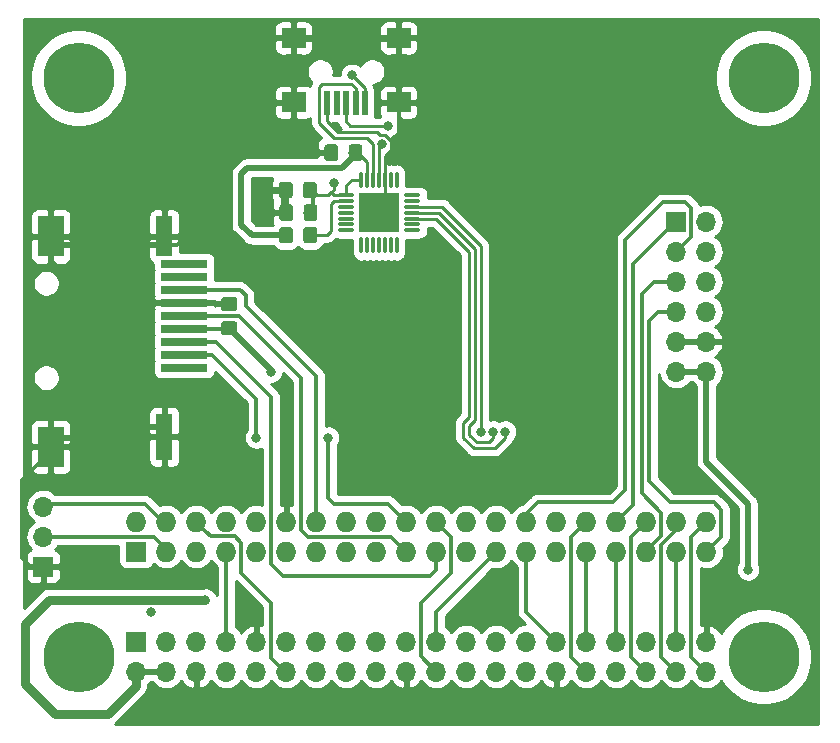
<source format=gtl>
G04 #@! TF.GenerationSoftware,KiCad,Pcbnew,(5.1.2)-1*
G04 #@! TF.CreationDate,2019-08-24T17:39:20+03:00*
G04 #@! TF.ProjectId,de0-nano-exp2,6465302d-6e61-46e6-9f2d-657870322e6b,rev?*
G04 #@! TF.SameCoordinates,Original*
G04 #@! TF.FileFunction,Copper,L1,Top*
G04 #@! TF.FilePolarity,Positive*
%FSLAX46Y46*%
G04 Gerber Fmt 4.6, Leading zero omitted, Abs format (unit mm)*
G04 Created by KiCad (PCBNEW (5.1.2)-1) date 2019-08-24 17:39:20*
%MOMM*%
%LPD*%
G04 APERTURE LIST*
%ADD10R,2.200000X3.500000*%
%ADD11R,1.400000X4.000000*%
%ADD12R,1.400000X3.500000*%
%ADD13R,4.000000X0.700000*%
%ADD14O,0.300000X1.500000*%
%ADD15O,1.500000X0.300000*%
%ADD16R,1.675000X1.675000*%
%ADD17C,0.100000*%
%ADD18C,1.150000*%
%ADD19R,1.700000X1.700000*%
%ADD20O,1.700000X1.700000*%
%ADD21R,1.727200X1.727200*%
%ADD22O,1.727200X1.727200*%
%ADD23R,0.500000X2.000000*%
%ADD24R,2.000000X1.700000*%
%ADD25C,6.000000*%
%ADD26C,0.800000*%
%ADD27C,0.355600*%
%ADD28C,0.508000*%
%ADD29C,0.254000*%
%ADD30C,0.304800*%
%ADD31C,0.762000*%
G04 APERTURE END LIST*
D10*
X135020000Y-102880000D03*
X135020000Y-85080000D03*
D11*
X144620000Y-102030000D03*
D12*
X144620000Y-85080000D03*
D13*
X146320000Y-87380000D03*
X146320000Y-89580000D03*
X146320000Y-88480000D03*
X146320000Y-90680000D03*
X146320000Y-91780000D03*
X146320000Y-92880000D03*
X146320000Y-96180000D03*
X146320000Y-95080000D03*
X146320000Y-93980000D03*
D14*
X164314000Y-80283000D03*
X163814000Y-80283000D03*
X163314000Y-80283000D03*
X162814000Y-80283000D03*
X162314000Y-80283000D03*
X161814000Y-80283000D03*
X161314000Y-80283000D03*
D15*
X160039000Y-81558000D03*
X160039000Y-82058000D03*
X160039000Y-82558000D03*
X160039000Y-83058000D03*
X160039000Y-83558000D03*
X160039000Y-84058000D03*
X160039000Y-84558000D03*
D14*
X161314000Y-85833000D03*
X161814000Y-85833000D03*
X162314000Y-85833000D03*
X162814000Y-85833000D03*
X163314000Y-85833000D03*
X163814000Y-85833000D03*
X164314000Y-85833000D03*
D15*
X165589000Y-84558000D03*
X165589000Y-84058000D03*
X165589000Y-83558000D03*
X165589000Y-83058000D03*
X165589000Y-82558000D03*
X165589000Y-82058000D03*
X165589000Y-81558000D03*
D16*
X161976500Y-83895500D03*
X163651500Y-83895500D03*
X161976500Y-82220500D03*
X163651500Y-82220500D03*
D17*
G36*
X161160505Y-77279204D02*
G01*
X161184773Y-77282804D01*
X161208572Y-77288765D01*
X161231671Y-77297030D01*
X161253850Y-77307520D01*
X161274893Y-77320132D01*
X161294599Y-77334747D01*
X161312777Y-77351223D01*
X161329253Y-77369401D01*
X161343868Y-77389107D01*
X161356480Y-77410150D01*
X161366970Y-77432329D01*
X161375235Y-77455428D01*
X161381196Y-77479227D01*
X161384796Y-77503495D01*
X161386000Y-77527999D01*
X161386000Y-78428001D01*
X161384796Y-78452505D01*
X161381196Y-78476773D01*
X161375235Y-78500572D01*
X161366970Y-78523671D01*
X161356480Y-78545850D01*
X161343868Y-78566893D01*
X161329253Y-78586599D01*
X161312777Y-78604777D01*
X161294599Y-78621253D01*
X161274893Y-78635868D01*
X161253850Y-78648480D01*
X161231671Y-78658970D01*
X161208572Y-78667235D01*
X161184773Y-78673196D01*
X161160505Y-78676796D01*
X161136001Y-78678000D01*
X160485999Y-78678000D01*
X160461495Y-78676796D01*
X160437227Y-78673196D01*
X160413428Y-78667235D01*
X160390329Y-78658970D01*
X160368150Y-78648480D01*
X160347107Y-78635868D01*
X160327401Y-78621253D01*
X160309223Y-78604777D01*
X160292747Y-78586599D01*
X160278132Y-78566893D01*
X160265520Y-78545850D01*
X160255030Y-78523671D01*
X160246765Y-78500572D01*
X160240804Y-78476773D01*
X160237204Y-78452505D01*
X160236000Y-78428001D01*
X160236000Y-77527999D01*
X160237204Y-77503495D01*
X160240804Y-77479227D01*
X160246765Y-77455428D01*
X160255030Y-77432329D01*
X160265520Y-77410150D01*
X160278132Y-77389107D01*
X160292747Y-77369401D01*
X160309223Y-77351223D01*
X160327401Y-77334747D01*
X160347107Y-77320132D01*
X160368150Y-77307520D01*
X160390329Y-77297030D01*
X160413428Y-77288765D01*
X160437227Y-77282804D01*
X160461495Y-77279204D01*
X160485999Y-77278000D01*
X161136001Y-77278000D01*
X161160505Y-77279204D01*
X161160505Y-77279204D01*
G37*
D18*
X160811000Y-77978000D03*
D17*
G36*
X159110505Y-77279204D02*
G01*
X159134773Y-77282804D01*
X159158572Y-77288765D01*
X159181671Y-77297030D01*
X159203850Y-77307520D01*
X159224893Y-77320132D01*
X159244599Y-77334747D01*
X159262777Y-77351223D01*
X159279253Y-77369401D01*
X159293868Y-77389107D01*
X159306480Y-77410150D01*
X159316970Y-77432329D01*
X159325235Y-77455428D01*
X159331196Y-77479227D01*
X159334796Y-77503495D01*
X159336000Y-77527999D01*
X159336000Y-78428001D01*
X159334796Y-78452505D01*
X159331196Y-78476773D01*
X159325235Y-78500572D01*
X159316970Y-78523671D01*
X159306480Y-78545850D01*
X159293868Y-78566893D01*
X159279253Y-78586599D01*
X159262777Y-78604777D01*
X159244599Y-78621253D01*
X159224893Y-78635868D01*
X159203850Y-78648480D01*
X159181671Y-78658970D01*
X159158572Y-78667235D01*
X159134773Y-78673196D01*
X159110505Y-78676796D01*
X159086001Y-78678000D01*
X158435999Y-78678000D01*
X158411495Y-78676796D01*
X158387227Y-78673196D01*
X158363428Y-78667235D01*
X158340329Y-78658970D01*
X158318150Y-78648480D01*
X158297107Y-78635868D01*
X158277401Y-78621253D01*
X158259223Y-78604777D01*
X158242747Y-78586599D01*
X158228132Y-78566893D01*
X158215520Y-78545850D01*
X158205030Y-78523671D01*
X158196765Y-78500572D01*
X158190804Y-78476773D01*
X158187204Y-78452505D01*
X158186000Y-78428001D01*
X158186000Y-77527999D01*
X158187204Y-77503495D01*
X158190804Y-77479227D01*
X158196765Y-77455428D01*
X158205030Y-77432329D01*
X158215520Y-77410150D01*
X158228132Y-77389107D01*
X158242747Y-77369401D01*
X158259223Y-77351223D01*
X158277401Y-77334747D01*
X158297107Y-77320132D01*
X158318150Y-77307520D01*
X158340329Y-77297030D01*
X158363428Y-77288765D01*
X158387227Y-77282804D01*
X158411495Y-77279204D01*
X158435999Y-77278000D01*
X159086001Y-77278000D01*
X159110505Y-77279204D01*
X159110505Y-77279204D01*
G37*
D18*
X158761000Y-77978000D03*
D17*
G36*
X155300505Y-82359204D02*
G01*
X155324773Y-82362804D01*
X155348572Y-82368765D01*
X155371671Y-82377030D01*
X155393850Y-82387520D01*
X155414893Y-82400132D01*
X155434599Y-82414747D01*
X155452777Y-82431223D01*
X155469253Y-82449401D01*
X155483868Y-82469107D01*
X155496480Y-82490150D01*
X155506970Y-82512329D01*
X155515235Y-82535428D01*
X155521196Y-82559227D01*
X155524796Y-82583495D01*
X155526000Y-82607999D01*
X155526000Y-83508001D01*
X155524796Y-83532505D01*
X155521196Y-83556773D01*
X155515235Y-83580572D01*
X155506970Y-83603671D01*
X155496480Y-83625850D01*
X155483868Y-83646893D01*
X155469253Y-83666599D01*
X155452777Y-83684777D01*
X155434599Y-83701253D01*
X155414893Y-83715868D01*
X155393850Y-83728480D01*
X155371671Y-83738970D01*
X155348572Y-83747235D01*
X155324773Y-83753196D01*
X155300505Y-83756796D01*
X155276001Y-83758000D01*
X154625999Y-83758000D01*
X154601495Y-83756796D01*
X154577227Y-83753196D01*
X154553428Y-83747235D01*
X154530329Y-83738970D01*
X154508150Y-83728480D01*
X154487107Y-83715868D01*
X154467401Y-83701253D01*
X154449223Y-83684777D01*
X154432747Y-83666599D01*
X154418132Y-83646893D01*
X154405520Y-83625850D01*
X154395030Y-83603671D01*
X154386765Y-83580572D01*
X154380804Y-83556773D01*
X154377204Y-83532505D01*
X154376000Y-83508001D01*
X154376000Y-82607999D01*
X154377204Y-82583495D01*
X154380804Y-82559227D01*
X154386765Y-82535428D01*
X154395030Y-82512329D01*
X154405520Y-82490150D01*
X154418132Y-82469107D01*
X154432747Y-82449401D01*
X154449223Y-82431223D01*
X154467401Y-82414747D01*
X154487107Y-82400132D01*
X154508150Y-82387520D01*
X154530329Y-82377030D01*
X154553428Y-82368765D01*
X154577227Y-82362804D01*
X154601495Y-82359204D01*
X154625999Y-82358000D01*
X155276001Y-82358000D01*
X155300505Y-82359204D01*
X155300505Y-82359204D01*
G37*
D18*
X154951000Y-83058000D03*
D17*
G36*
X157350505Y-82359204D02*
G01*
X157374773Y-82362804D01*
X157398572Y-82368765D01*
X157421671Y-82377030D01*
X157443850Y-82387520D01*
X157464893Y-82400132D01*
X157484599Y-82414747D01*
X157502777Y-82431223D01*
X157519253Y-82449401D01*
X157533868Y-82469107D01*
X157546480Y-82490150D01*
X157556970Y-82512329D01*
X157565235Y-82535428D01*
X157571196Y-82559227D01*
X157574796Y-82583495D01*
X157576000Y-82607999D01*
X157576000Y-83508001D01*
X157574796Y-83532505D01*
X157571196Y-83556773D01*
X157565235Y-83580572D01*
X157556970Y-83603671D01*
X157546480Y-83625850D01*
X157533868Y-83646893D01*
X157519253Y-83666599D01*
X157502777Y-83684777D01*
X157484599Y-83701253D01*
X157464893Y-83715868D01*
X157443850Y-83728480D01*
X157421671Y-83738970D01*
X157398572Y-83747235D01*
X157374773Y-83753196D01*
X157350505Y-83756796D01*
X157326001Y-83758000D01*
X156675999Y-83758000D01*
X156651495Y-83756796D01*
X156627227Y-83753196D01*
X156603428Y-83747235D01*
X156580329Y-83738970D01*
X156558150Y-83728480D01*
X156537107Y-83715868D01*
X156517401Y-83701253D01*
X156499223Y-83684777D01*
X156482747Y-83666599D01*
X156468132Y-83646893D01*
X156455520Y-83625850D01*
X156445030Y-83603671D01*
X156436765Y-83580572D01*
X156430804Y-83556773D01*
X156427204Y-83532505D01*
X156426000Y-83508001D01*
X156426000Y-82607999D01*
X156427204Y-82583495D01*
X156430804Y-82559227D01*
X156436765Y-82535428D01*
X156445030Y-82512329D01*
X156455520Y-82490150D01*
X156468132Y-82469107D01*
X156482747Y-82449401D01*
X156499223Y-82431223D01*
X156517401Y-82414747D01*
X156537107Y-82400132D01*
X156558150Y-82387520D01*
X156580329Y-82377030D01*
X156603428Y-82368765D01*
X156627227Y-82362804D01*
X156651495Y-82359204D01*
X156675999Y-82358000D01*
X157326001Y-82358000D01*
X157350505Y-82359204D01*
X157350505Y-82359204D01*
G37*
D18*
X157001000Y-83058000D03*
D17*
G36*
X157310505Y-80454204D02*
G01*
X157334773Y-80457804D01*
X157358572Y-80463765D01*
X157381671Y-80472030D01*
X157403850Y-80482520D01*
X157424893Y-80495132D01*
X157444599Y-80509747D01*
X157462777Y-80526223D01*
X157479253Y-80544401D01*
X157493868Y-80564107D01*
X157506480Y-80585150D01*
X157516970Y-80607329D01*
X157525235Y-80630428D01*
X157531196Y-80654227D01*
X157534796Y-80678495D01*
X157536000Y-80702999D01*
X157536000Y-81603001D01*
X157534796Y-81627505D01*
X157531196Y-81651773D01*
X157525235Y-81675572D01*
X157516970Y-81698671D01*
X157506480Y-81720850D01*
X157493868Y-81741893D01*
X157479253Y-81761599D01*
X157462777Y-81779777D01*
X157444599Y-81796253D01*
X157424893Y-81810868D01*
X157403850Y-81823480D01*
X157381671Y-81833970D01*
X157358572Y-81842235D01*
X157334773Y-81848196D01*
X157310505Y-81851796D01*
X157286001Y-81853000D01*
X156635999Y-81853000D01*
X156611495Y-81851796D01*
X156587227Y-81848196D01*
X156563428Y-81842235D01*
X156540329Y-81833970D01*
X156518150Y-81823480D01*
X156497107Y-81810868D01*
X156477401Y-81796253D01*
X156459223Y-81779777D01*
X156442747Y-81761599D01*
X156428132Y-81741893D01*
X156415520Y-81720850D01*
X156405030Y-81698671D01*
X156396765Y-81675572D01*
X156390804Y-81651773D01*
X156387204Y-81627505D01*
X156386000Y-81603001D01*
X156386000Y-80702999D01*
X156387204Y-80678495D01*
X156390804Y-80654227D01*
X156396765Y-80630428D01*
X156405030Y-80607329D01*
X156415520Y-80585150D01*
X156428132Y-80564107D01*
X156442747Y-80544401D01*
X156459223Y-80526223D01*
X156477401Y-80509747D01*
X156497107Y-80495132D01*
X156518150Y-80482520D01*
X156540329Y-80472030D01*
X156563428Y-80463765D01*
X156587227Y-80457804D01*
X156611495Y-80454204D01*
X156635999Y-80453000D01*
X157286001Y-80453000D01*
X157310505Y-80454204D01*
X157310505Y-80454204D01*
G37*
D18*
X156961000Y-81153000D03*
D17*
G36*
X155260505Y-80454204D02*
G01*
X155284773Y-80457804D01*
X155308572Y-80463765D01*
X155331671Y-80472030D01*
X155353850Y-80482520D01*
X155374893Y-80495132D01*
X155394599Y-80509747D01*
X155412777Y-80526223D01*
X155429253Y-80544401D01*
X155443868Y-80564107D01*
X155456480Y-80585150D01*
X155466970Y-80607329D01*
X155475235Y-80630428D01*
X155481196Y-80654227D01*
X155484796Y-80678495D01*
X155486000Y-80702999D01*
X155486000Y-81603001D01*
X155484796Y-81627505D01*
X155481196Y-81651773D01*
X155475235Y-81675572D01*
X155466970Y-81698671D01*
X155456480Y-81720850D01*
X155443868Y-81741893D01*
X155429253Y-81761599D01*
X155412777Y-81779777D01*
X155394599Y-81796253D01*
X155374893Y-81810868D01*
X155353850Y-81823480D01*
X155331671Y-81833970D01*
X155308572Y-81842235D01*
X155284773Y-81848196D01*
X155260505Y-81851796D01*
X155236001Y-81853000D01*
X154585999Y-81853000D01*
X154561495Y-81851796D01*
X154537227Y-81848196D01*
X154513428Y-81842235D01*
X154490329Y-81833970D01*
X154468150Y-81823480D01*
X154447107Y-81810868D01*
X154427401Y-81796253D01*
X154409223Y-81779777D01*
X154392747Y-81761599D01*
X154378132Y-81741893D01*
X154365520Y-81720850D01*
X154355030Y-81698671D01*
X154346765Y-81675572D01*
X154340804Y-81651773D01*
X154337204Y-81627505D01*
X154336000Y-81603001D01*
X154336000Y-80702999D01*
X154337204Y-80678495D01*
X154340804Y-80654227D01*
X154346765Y-80630428D01*
X154355030Y-80607329D01*
X154365520Y-80585150D01*
X154378132Y-80564107D01*
X154392747Y-80544401D01*
X154409223Y-80526223D01*
X154427401Y-80509747D01*
X154447107Y-80495132D01*
X154468150Y-80482520D01*
X154490329Y-80472030D01*
X154513428Y-80463765D01*
X154537227Y-80457804D01*
X154561495Y-80454204D01*
X154585999Y-80453000D01*
X155236001Y-80453000D01*
X155260505Y-80454204D01*
X155260505Y-80454204D01*
G37*
D18*
X154911000Y-81153000D03*
D17*
G36*
X150588505Y-90222204D02*
G01*
X150612773Y-90225804D01*
X150636572Y-90231765D01*
X150659671Y-90240030D01*
X150681850Y-90250520D01*
X150702893Y-90263132D01*
X150722599Y-90277747D01*
X150740777Y-90294223D01*
X150757253Y-90312401D01*
X150771868Y-90332107D01*
X150784480Y-90353150D01*
X150794970Y-90375329D01*
X150803235Y-90398428D01*
X150809196Y-90422227D01*
X150812796Y-90446495D01*
X150814000Y-90470999D01*
X150814000Y-91121001D01*
X150812796Y-91145505D01*
X150809196Y-91169773D01*
X150803235Y-91193572D01*
X150794970Y-91216671D01*
X150784480Y-91238850D01*
X150771868Y-91259893D01*
X150757253Y-91279599D01*
X150740777Y-91297777D01*
X150722599Y-91314253D01*
X150702893Y-91328868D01*
X150681850Y-91341480D01*
X150659671Y-91351970D01*
X150636572Y-91360235D01*
X150612773Y-91366196D01*
X150588505Y-91369796D01*
X150564001Y-91371000D01*
X149663999Y-91371000D01*
X149639495Y-91369796D01*
X149615227Y-91366196D01*
X149591428Y-91360235D01*
X149568329Y-91351970D01*
X149546150Y-91341480D01*
X149525107Y-91328868D01*
X149505401Y-91314253D01*
X149487223Y-91297777D01*
X149470747Y-91279599D01*
X149456132Y-91259893D01*
X149443520Y-91238850D01*
X149433030Y-91216671D01*
X149424765Y-91193572D01*
X149418804Y-91169773D01*
X149415204Y-91145505D01*
X149414000Y-91121001D01*
X149414000Y-90470999D01*
X149415204Y-90446495D01*
X149418804Y-90422227D01*
X149424765Y-90398428D01*
X149433030Y-90375329D01*
X149443520Y-90353150D01*
X149456132Y-90332107D01*
X149470747Y-90312401D01*
X149487223Y-90294223D01*
X149505401Y-90277747D01*
X149525107Y-90263132D01*
X149546150Y-90250520D01*
X149568329Y-90240030D01*
X149591428Y-90231765D01*
X149615227Y-90225804D01*
X149639495Y-90222204D01*
X149663999Y-90221000D01*
X150564001Y-90221000D01*
X150588505Y-90222204D01*
X150588505Y-90222204D01*
G37*
D18*
X150114000Y-90796000D03*
D17*
G36*
X150588505Y-92272204D02*
G01*
X150612773Y-92275804D01*
X150636572Y-92281765D01*
X150659671Y-92290030D01*
X150681850Y-92300520D01*
X150702893Y-92313132D01*
X150722599Y-92327747D01*
X150740777Y-92344223D01*
X150757253Y-92362401D01*
X150771868Y-92382107D01*
X150784480Y-92403150D01*
X150794970Y-92425329D01*
X150803235Y-92448428D01*
X150809196Y-92472227D01*
X150812796Y-92496495D01*
X150814000Y-92520999D01*
X150814000Y-93171001D01*
X150812796Y-93195505D01*
X150809196Y-93219773D01*
X150803235Y-93243572D01*
X150794970Y-93266671D01*
X150784480Y-93288850D01*
X150771868Y-93309893D01*
X150757253Y-93329599D01*
X150740777Y-93347777D01*
X150722599Y-93364253D01*
X150702893Y-93378868D01*
X150681850Y-93391480D01*
X150659671Y-93401970D01*
X150636572Y-93410235D01*
X150612773Y-93416196D01*
X150588505Y-93419796D01*
X150564001Y-93421000D01*
X149663999Y-93421000D01*
X149639495Y-93419796D01*
X149615227Y-93416196D01*
X149591428Y-93410235D01*
X149568329Y-93401970D01*
X149546150Y-93391480D01*
X149525107Y-93378868D01*
X149505401Y-93364253D01*
X149487223Y-93347777D01*
X149470747Y-93329599D01*
X149456132Y-93309893D01*
X149443520Y-93288850D01*
X149433030Y-93266671D01*
X149424765Y-93243572D01*
X149418804Y-93219773D01*
X149415204Y-93195505D01*
X149414000Y-93171001D01*
X149414000Y-92520999D01*
X149415204Y-92496495D01*
X149418804Y-92472227D01*
X149424765Y-92448428D01*
X149433030Y-92425329D01*
X149443520Y-92403150D01*
X149456132Y-92382107D01*
X149470747Y-92362401D01*
X149487223Y-92344223D01*
X149505401Y-92327747D01*
X149525107Y-92313132D01*
X149546150Y-92300520D01*
X149568329Y-92290030D01*
X149591428Y-92281765D01*
X149615227Y-92275804D01*
X149639495Y-92272204D01*
X149663999Y-92271000D01*
X150564001Y-92271000D01*
X150588505Y-92272204D01*
X150588505Y-92272204D01*
G37*
D18*
X150114000Y-92846000D03*
D19*
X134366000Y-113030000D03*
D20*
X134366000Y-110490000D03*
X134366000Y-107950000D03*
D21*
X142240000Y-111760000D03*
D22*
X142240000Y-109220000D03*
X144780000Y-111760000D03*
X144780000Y-109220000D03*
X147320000Y-111760000D03*
X147320000Y-109220000D03*
X149860000Y-111760000D03*
X149860000Y-109220000D03*
X152400000Y-111760000D03*
X152400000Y-109220000D03*
X154940000Y-111760000D03*
X154940000Y-109220000D03*
X157480000Y-111760000D03*
X157480000Y-109220000D03*
X160020000Y-111760000D03*
X160020000Y-109220000D03*
X162560000Y-111760000D03*
X162560000Y-109220000D03*
X165100000Y-111760000D03*
X165100000Y-109220000D03*
X167640000Y-111760000D03*
X167640000Y-109220000D03*
X170180000Y-111760000D03*
X170180000Y-109220000D03*
X172720000Y-111760000D03*
X172720000Y-109220000D03*
X175260000Y-111760000D03*
X175260000Y-109220000D03*
X177800000Y-111760000D03*
X177800000Y-109220000D03*
X180340000Y-111760000D03*
X180340000Y-109220000D03*
X182880000Y-111760000D03*
X182880000Y-109220000D03*
X185420000Y-111760000D03*
X185420000Y-109220000D03*
X187960000Y-111760000D03*
X187960000Y-109220000D03*
X190500000Y-111760000D03*
X190500000Y-109220000D03*
D23*
X161620000Y-73820000D03*
X160820000Y-73820000D03*
X160020000Y-73820000D03*
X159220000Y-73820000D03*
X158420000Y-73820000D03*
D24*
X164470000Y-73720000D03*
X164470000Y-68270000D03*
X155570000Y-73720000D03*
X155570000Y-68270000D03*
D19*
X142240000Y-119380000D03*
D20*
X142240000Y-121920000D03*
X144780000Y-119380000D03*
X144780000Y-121920000D03*
X147320000Y-119380000D03*
X147320000Y-121920000D03*
X149860000Y-119380000D03*
X149860000Y-121920000D03*
X152400000Y-119380000D03*
X152400000Y-121920000D03*
X154940000Y-119380000D03*
X154940000Y-121920000D03*
X157480000Y-119380000D03*
X157480000Y-121920000D03*
X160020000Y-119380000D03*
X160020000Y-121920000D03*
X162560000Y-119380000D03*
X162560000Y-121920000D03*
X165100000Y-119380000D03*
X165100000Y-121920000D03*
X167640000Y-119380000D03*
X167640000Y-121920000D03*
X170180000Y-119380000D03*
X170180000Y-121920000D03*
X172720000Y-119380000D03*
X172720000Y-121920000D03*
X175260000Y-119380000D03*
X175260000Y-121920000D03*
X177800000Y-119380000D03*
X177800000Y-121920000D03*
X180340000Y-119380000D03*
X180340000Y-121920000D03*
X182880000Y-119380000D03*
X182880000Y-121920000D03*
X185420000Y-119380000D03*
X185420000Y-121920000D03*
X187960000Y-119380000D03*
X187960000Y-121920000D03*
X190500000Y-119380000D03*
X190500000Y-121920000D03*
D17*
G36*
X155280505Y-84264204D02*
G01*
X155304773Y-84267804D01*
X155328572Y-84273765D01*
X155351671Y-84282030D01*
X155373850Y-84292520D01*
X155394893Y-84305132D01*
X155414599Y-84319747D01*
X155432777Y-84336223D01*
X155449253Y-84354401D01*
X155463868Y-84374107D01*
X155476480Y-84395150D01*
X155486970Y-84417329D01*
X155495235Y-84440428D01*
X155501196Y-84464227D01*
X155504796Y-84488495D01*
X155506000Y-84512999D01*
X155506000Y-85413001D01*
X155504796Y-85437505D01*
X155501196Y-85461773D01*
X155495235Y-85485572D01*
X155486970Y-85508671D01*
X155476480Y-85530850D01*
X155463868Y-85551893D01*
X155449253Y-85571599D01*
X155432777Y-85589777D01*
X155414599Y-85606253D01*
X155394893Y-85620868D01*
X155373850Y-85633480D01*
X155351671Y-85643970D01*
X155328572Y-85652235D01*
X155304773Y-85658196D01*
X155280505Y-85661796D01*
X155256001Y-85663000D01*
X154605999Y-85663000D01*
X154581495Y-85661796D01*
X154557227Y-85658196D01*
X154533428Y-85652235D01*
X154510329Y-85643970D01*
X154488150Y-85633480D01*
X154467107Y-85620868D01*
X154447401Y-85606253D01*
X154429223Y-85589777D01*
X154412747Y-85571599D01*
X154398132Y-85551893D01*
X154385520Y-85530850D01*
X154375030Y-85508671D01*
X154366765Y-85485572D01*
X154360804Y-85461773D01*
X154357204Y-85437505D01*
X154356000Y-85413001D01*
X154356000Y-84512999D01*
X154357204Y-84488495D01*
X154360804Y-84464227D01*
X154366765Y-84440428D01*
X154375030Y-84417329D01*
X154385520Y-84395150D01*
X154398132Y-84374107D01*
X154412747Y-84354401D01*
X154429223Y-84336223D01*
X154447401Y-84319747D01*
X154467107Y-84305132D01*
X154488150Y-84292520D01*
X154510329Y-84282030D01*
X154533428Y-84273765D01*
X154557227Y-84267804D01*
X154581495Y-84264204D01*
X154605999Y-84263000D01*
X155256001Y-84263000D01*
X155280505Y-84264204D01*
X155280505Y-84264204D01*
G37*
D18*
X154931000Y-84963000D03*
D17*
G36*
X157330505Y-84264204D02*
G01*
X157354773Y-84267804D01*
X157378572Y-84273765D01*
X157401671Y-84282030D01*
X157423850Y-84292520D01*
X157444893Y-84305132D01*
X157464599Y-84319747D01*
X157482777Y-84336223D01*
X157499253Y-84354401D01*
X157513868Y-84374107D01*
X157526480Y-84395150D01*
X157536970Y-84417329D01*
X157545235Y-84440428D01*
X157551196Y-84464227D01*
X157554796Y-84488495D01*
X157556000Y-84512999D01*
X157556000Y-85413001D01*
X157554796Y-85437505D01*
X157551196Y-85461773D01*
X157545235Y-85485572D01*
X157536970Y-85508671D01*
X157526480Y-85530850D01*
X157513868Y-85551893D01*
X157499253Y-85571599D01*
X157482777Y-85589777D01*
X157464599Y-85606253D01*
X157444893Y-85620868D01*
X157423850Y-85633480D01*
X157401671Y-85643970D01*
X157378572Y-85652235D01*
X157354773Y-85658196D01*
X157330505Y-85661796D01*
X157306001Y-85663000D01*
X156655999Y-85663000D01*
X156631495Y-85661796D01*
X156607227Y-85658196D01*
X156583428Y-85652235D01*
X156560329Y-85643970D01*
X156538150Y-85633480D01*
X156517107Y-85620868D01*
X156497401Y-85606253D01*
X156479223Y-85589777D01*
X156462747Y-85571599D01*
X156448132Y-85551893D01*
X156435520Y-85530850D01*
X156425030Y-85508671D01*
X156416765Y-85485572D01*
X156410804Y-85461773D01*
X156407204Y-85437505D01*
X156406000Y-85413001D01*
X156406000Y-84512999D01*
X156407204Y-84488495D01*
X156410804Y-84464227D01*
X156416765Y-84440428D01*
X156425030Y-84417329D01*
X156435520Y-84395150D01*
X156448132Y-84374107D01*
X156462747Y-84354401D01*
X156479223Y-84336223D01*
X156497401Y-84319747D01*
X156517107Y-84305132D01*
X156538150Y-84292520D01*
X156560329Y-84282030D01*
X156583428Y-84273765D01*
X156607227Y-84267804D01*
X156631495Y-84264204D01*
X156655999Y-84263000D01*
X157306001Y-84263000D01*
X157330505Y-84264204D01*
X157330505Y-84264204D01*
G37*
D18*
X156981000Y-84963000D03*
D25*
X137370000Y-71650000D03*
X195370000Y-120650000D03*
X195370000Y-71650000D03*
X137370000Y-120650000D03*
D19*
X187960000Y-83820000D03*
D20*
X190500000Y-83820000D03*
X187960000Y-86360000D03*
X190500000Y-86360000D03*
X187960000Y-88900000D03*
X190500000Y-88900000D03*
X187960000Y-91440000D03*
X190500000Y-91440000D03*
X187960000Y-93980000D03*
X190500000Y-93980000D03*
X187960000Y-96520000D03*
X190500000Y-96520000D03*
D26*
X152654000Y-80772000D03*
X153416000Y-76962000D03*
X144780000Y-124460000D03*
X165100000Y-125730000D03*
X199390000Y-125730000D03*
X198755000Y-109220000D03*
X173355000Y-116205000D03*
X143510000Y-116840000D03*
X177165000Y-84455000D03*
X166370000Y-87122000D03*
X164465000Y-97790000D03*
X144780000Y-82550000D03*
X168910000Y-76200000D03*
X139065000Y-112395000D03*
X139700000Y-104140000D03*
X151765000Y-76200000D03*
X176764990Y-89535000D03*
X192532000Y-111760000D03*
X164592000Y-102108000D03*
X147574000Y-102362000D03*
X178308000Y-102108000D03*
X194056000Y-113284000D03*
X153670000Y-96520002D03*
X159004008Y-80518000D03*
X160503000Y-71399000D03*
X152400000Y-102108000D03*
X158496000Y-102108000D03*
X148082000Y-115824008D03*
X173482000Y-101600000D03*
X172466002Y-101600000D03*
X171450000Y-101600000D03*
X163576000Y-75692000D03*
X163059663Y-77224337D03*
D27*
X134620000Y-113030000D02*
X133350000Y-113030000D01*
X133350000Y-113030000D02*
X132588000Y-112268000D01*
X132588000Y-112268000D02*
X132588000Y-105664000D01*
X135020000Y-103232000D02*
X135020000Y-101730000D01*
X132588000Y-105664000D02*
X135020000Y-103232000D01*
D28*
X164470000Y-70078000D02*
X164470000Y-73820000D01*
X164470000Y-68320000D02*
X164470000Y-70078000D01*
X155570000Y-70078000D02*
X155570000Y-73820000D01*
X155570000Y-68320000D02*
X155570000Y-70078000D01*
X162962000Y-68320000D02*
X155570000Y-68320000D01*
X164470000Y-68320000D02*
X162962000Y-68320000D01*
D29*
X163314000Y-81883000D02*
X163651500Y-82220500D01*
X163314000Y-80283000D02*
X163314000Y-81883000D01*
D28*
X153035000Y-81153000D02*
X152654000Y-80772000D01*
X154686000Y-81153000D02*
X153035000Y-81153000D01*
X154432000Y-77978000D02*
X153416000Y-76962000D01*
X158536000Y-77978000D02*
X154432000Y-77978000D01*
X154726000Y-81193000D02*
X154686000Y-81153000D01*
X154726000Y-83058000D02*
X154726000Y-81193000D01*
D29*
X162637000Y-76200000D02*
X162891000Y-76454000D01*
X158420000Y-73920000D02*
X158420000Y-75324000D01*
X158420000Y-75324000D02*
X159296000Y-76200000D01*
X159296000Y-76200000D02*
X162637000Y-76200000D01*
X163322000Y-76454000D02*
X163830000Y-76962000D01*
X162891000Y-76454000D02*
X163322000Y-76454000D01*
X163830000Y-76962000D02*
X163830000Y-77724000D01*
X163314000Y-78240000D02*
X163830000Y-77724000D01*
X163314000Y-80283000D02*
X163314000Y-78240000D01*
D30*
X164470000Y-76322000D02*
X164470000Y-73820000D01*
X163830000Y-76962000D02*
X164470000Y-76322000D01*
D28*
X145120000Y-90680000D02*
X138432000Y-90680000D01*
X138432000Y-90680000D02*
X138432000Y-96010000D01*
X135020000Y-99422000D02*
X135020000Y-101730000D01*
X138432000Y-96010000D02*
X135020000Y-99422000D01*
X135020000Y-87268000D02*
X135020000Y-86230000D01*
X138432000Y-90680000D02*
X135020000Y-87268000D01*
X135020000Y-102130000D02*
X142218000Y-102130000D01*
X143118000Y-101230000D02*
X144620000Y-101230000D01*
X142218000Y-102130000D02*
X143118000Y-101230000D01*
X136628000Y-85830000D02*
X144620000Y-85830000D01*
X135020000Y-85830000D02*
X136628000Y-85830000D01*
D27*
X145675600Y-85830000D02*
X148336000Y-83169600D01*
X144620000Y-85830000D02*
X145675600Y-85830000D01*
X148336000Y-83169600D02*
X148336000Y-77216000D01*
X151732000Y-73820000D02*
X155570000Y-73820000D01*
X148336000Y-77216000D02*
X151732000Y-73820000D01*
D28*
X155570000Y-76078000D02*
X155570000Y-73820000D01*
X153416000Y-76962000D02*
X154686000Y-76962000D01*
X154686000Y-76962000D02*
X155570000Y-76078000D01*
D27*
X149998000Y-90680000D02*
X150114000Y-90796000D01*
X146320000Y-90680000D02*
X149998000Y-90680000D01*
X145120000Y-92880000D02*
X146896000Y-92880000D01*
D28*
X190500000Y-96520000D02*
X187960000Y-96520000D01*
X194056000Y-112718315D02*
X194056000Y-113284000D01*
X194056000Y-107696000D02*
X194056000Y-112718315D01*
X190500000Y-96520000D02*
X190500000Y-104140000D01*
X190500000Y-104140000D02*
X194056000Y-107696000D01*
D27*
X150080000Y-92880000D02*
X150114000Y-92846000D01*
X146320000Y-92880000D02*
X150080000Y-92880000D01*
D28*
X152273000Y-95005000D02*
X150114000Y-92846000D01*
X153670000Y-96520002D02*
X153670000Y-96402000D01*
X153670000Y-96402000D02*
X152273000Y-95005000D01*
D29*
X160039000Y-81558000D02*
X159035000Y-81558000D01*
X159035000Y-81558000D02*
X158750000Y-81273000D01*
X160039000Y-80753000D02*
X160039000Y-81558000D01*
X160509000Y-80283000D02*
X160039000Y-80753000D01*
X161314000Y-80283000D02*
X160509000Y-80283000D01*
X157567000Y-81534000D02*
X157186000Y-81153000D01*
X158489000Y-81534000D02*
X157567000Y-81534000D01*
X158750000Y-81273000D02*
X158489000Y-81534000D01*
D27*
X157186000Y-83018000D02*
X157226000Y-83058000D01*
X157186000Y-81153000D02*
X157186000Y-83018000D01*
D29*
X161620000Y-72516000D02*
X161620000Y-73920000D01*
X158750000Y-81273000D02*
X158814693Y-81273000D01*
X158814693Y-81273000D02*
X159004008Y-81083685D01*
X159004008Y-81083685D02*
X159004008Y-80518000D01*
X160503000Y-71399000D02*
X161620000Y-72516000D01*
D27*
X144526000Y-109220000D02*
X144780000Y-109220000D01*
X143002000Y-107696000D02*
X144526000Y-109220000D01*
X134620000Y-107950000D02*
X134874000Y-107696000D01*
X134874000Y-107696000D02*
X143002000Y-107696000D01*
X144780000Y-111506000D02*
X144780000Y-111760000D01*
X134620000Y-110490000D02*
X143764000Y-110490000D01*
X143764000Y-110490000D02*
X144780000Y-111506000D01*
X189636401Y-110083599D02*
X190500000Y-109220000D01*
X189230000Y-110490000D02*
X189636401Y-110083599D01*
X190500000Y-121920000D02*
X189230000Y-120650000D01*
X189230000Y-120650000D02*
X189230000Y-110490000D01*
X186436000Y-91440000D02*
X187960000Y-91440000D01*
X185674000Y-92202000D02*
X186436000Y-91440000D01*
X191770000Y-110490000D02*
X191770000Y-108204000D01*
X191770000Y-108204000D02*
X191135000Y-107569000D01*
X190500000Y-111760000D02*
X191770000Y-110490000D01*
X191135000Y-107569000D02*
X187452000Y-107569000D01*
X187452000Y-107569000D02*
X185674000Y-105791000D01*
X185674000Y-105791000D02*
X185674000Y-92202000D01*
X186690000Y-111208436D02*
X187960000Y-109938436D01*
X187960000Y-109938436D02*
X187960000Y-109220000D01*
X186690000Y-120650000D02*
X186690000Y-111208436D01*
X187960000Y-121920000D02*
X186690000Y-120650000D01*
X187960000Y-118177919D02*
X187960000Y-111760000D01*
X187960000Y-119380000D02*
X187960000Y-118177919D01*
X184556401Y-110083599D02*
X185420000Y-109220000D01*
X184150000Y-110490000D02*
X184556401Y-110083599D01*
X185420000Y-121920000D02*
X184150000Y-120650000D01*
X184150000Y-120650000D02*
X184150000Y-110490000D01*
X185420000Y-111667712D02*
X185420000Y-111760000D01*
X186055000Y-88900000D02*
X185039000Y-89916000D01*
X187960000Y-88900000D02*
X186055000Y-88900000D01*
X185039000Y-89916000D02*
X185039000Y-106807000D01*
X186690000Y-108458000D02*
X186690000Y-110397712D01*
X185039000Y-106807000D02*
X186690000Y-108458000D01*
X186690000Y-110397712D02*
X185420000Y-111667712D01*
X184277000Y-107823000D02*
X182880000Y-109220000D01*
X184277000Y-87376000D02*
X184277000Y-107823000D01*
X187960000Y-83820000D02*
X187833000Y-83820000D01*
X187833000Y-83820000D02*
X184277000Y-87376000D01*
X182880000Y-118177919D02*
X182880000Y-111760000D01*
X182880000Y-119380000D02*
X182880000Y-118177919D01*
X179476401Y-110083599D02*
X180340000Y-109220000D01*
X179070000Y-110490000D02*
X179476401Y-110083599D01*
X180340000Y-121920000D02*
X179070000Y-120650000D01*
X179070000Y-120650000D02*
X179070000Y-110490000D01*
X180340000Y-118177919D02*
X180340000Y-111760000D01*
X180340000Y-119380000D02*
X180340000Y-118177919D01*
X175260000Y-108585000D02*
X175260000Y-109220000D01*
X176276000Y-107569000D02*
X175260000Y-108585000D01*
X182626000Y-107569000D02*
X176276000Y-107569000D01*
X189230000Y-85090000D02*
X189230000Y-82704198D01*
X187960000Y-86360000D02*
X189230000Y-85090000D01*
X183642000Y-106553000D02*
X182626000Y-107569000D01*
X189230000Y-82704198D02*
X188694802Y-82169000D01*
X186817000Y-82169000D02*
X183642000Y-85344000D01*
X188694802Y-82169000D02*
X186817000Y-82169000D01*
X183642000Y-85344000D02*
X183642000Y-106553000D01*
X175260000Y-116840000D02*
X175260000Y-111760000D01*
X177800000Y-119380000D02*
X175260000Y-116840000D01*
X167640000Y-116840000D02*
X172720000Y-111760000D01*
X167640000Y-119380000D02*
X167640000Y-116840000D01*
X168910000Y-110490000D02*
X167640000Y-109220000D01*
X168910000Y-113538000D02*
X168910000Y-110490000D01*
X166349843Y-116098157D02*
X168910000Y-113538000D01*
X167640000Y-121920000D02*
X166349843Y-120629843D01*
X166349843Y-120629843D02*
X166349843Y-116098157D01*
X145520000Y-93980000D02*
X146974000Y-93980000D01*
X148844000Y-93980000D02*
X146320000Y-93980000D01*
X148971000Y-93980000D02*
X148844000Y-93980000D01*
X167640000Y-113284000D02*
X167132000Y-113792000D01*
X167640000Y-111760000D02*
X167640000Y-113284000D01*
X167132000Y-113792000D02*
X154686000Y-113792000D01*
X153670000Y-112776000D02*
X153670000Y-98679000D01*
X154686000Y-113792000D02*
X153670000Y-112776000D01*
X153670000Y-98679000D02*
X148971000Y-93980000D01*
X145520000Y-95080000D02*
X146974000Y-95080000D01*
X158496000Y-107188000D02*
X159004000Y-107696000D01*
X158496000Y-102108000D02*
X158496000Y-107188000D01*
X159004000Y-107696000D02*
X163576000Y-107696000D01*
X163576000Y-107696000D02*
X165100000Y-109220000D01*
X152400000Y-98804400D02*
X152400000Y-102108000D01*
X146320000Y-95080000D02*
X148675600Y-95080000D01*
X148675600Y-95080000D02*
X152400000Y-98804400D01*
X163830000Y-110490000D02*
X165100000Y-111760000D01*
X156794199Y-110490000D02*
X163830000Y-110490000D01*
X156210000Y-109905801D02*
X156794199Y-110490000D01*
X156210000Y-97028000D02*
X156210000Y-109905801D01*
X146320000Y-91780000D02*
X150962000Y-91780000D01*
X150962000Y-91780000D02*
X156210000Y-97028000D01*
D29*
X146320000Y-89580000D02*
X146410210Y-89489790D01*
D27*
X148675600Y-89580000D02*
X146320000Y-89580000D01*
X151048000Y-89580000D02*
X148675600Y-89580000D01*
X151511000Y-90043000D02*
X151048000Y-89580000D01*
X151511000Y-90932000D02*
X151511000Y-90043000D01*
X157480000Y-109220000D02*
X157480000Y-96901000D01*
X157480000Y-96901000D02*
X151511000Y-90932000D01*
D28*
X142240000Y-121920000D02*
X144780000Y-121920000D01*
D31*
X147516315Y-115824008D02*
X148082000Y-115824008D01*
X134873992Y-115824008D02*
X147516315Y-115824008D01*
X142240000Y-123122081D02*
X139886081Y-125476000D01*
X142240000Y-121920000D02*
X142240000Y-123122081D01*
X139886081Y-125476000D02*
X135382000Y-125476000D01*
X135382000Y-125476000D02*
X132842000Y-122936000D01*
X132842000Y-122936000D02*
X132842000Y-117856000D01*
X132842000Y-117856000D02*
X134873992Y-115824008D01*
D29*
X167632000Y-83558000D02*
X165589000Y-83558000D01*
X170434000Y-86360000D02*
X167632000Y-83558000D01*
X170434000Y-100330000D02*
X170434000Y-86360000D01*
X173482000Y-102165685D02*
X172631686Y-103015999D01*
X173482000Y-101600000D02*
X173482000Y-102165685D01*
X172631686Y-103015999D02*
X170833999Y-103015999D01*
X170833999Y-103015999D02*
X169926000Y-102108000D01*
X169926000Y-102108000D02*
X169926000Y-100838000D01*
X169926000Y-100838000D02*
X170434000Y-100330000D01*
D27*
X149860000Y-112981314D02*
X149860000Y-119380000D01*
X149860000Y-111760000D02*
X149860000Y-112981314D01*
X148183599Y-110083599D02*
X147320000Y-109220000D01*
X150576160Y-110467080D02*
X148567080Y-110467080D01*
X148567080Y-110467080D02*
X148183599Y-110083599D01*
X151157457Y-111048377D02*
X150576160Y-110467080D01*
X151157457Y-111160533D02*
X151157457Y-111048377D01*
X151155399Y-112357409D02*
X151155399Y-111162591D01*
X154829224Y-121920000D02*
X153670000Y-120760776D01*
X154940000Y-121920000D02*
X154829224Y-121920000D01*
X153670000Y-120760776D02*
X153670000Y-116078000D01*
X153670000Y-116078000D02*
X151157457Y-113565457D01*
X151155399Y-111162591D02*
X151157457Y-111160533D01*
X151157457Y-113565457D02*
X151157457Y-112359467D01*
X151157457Y-112359467D02*
X151155399Y-112357409D01*
D29*
X167894000Y-83058000D02*
X165589000Y-83058000D01*
X170942000Y-100584000D02*
X170942000Y-86106000D01*
X172466002Y-102165685D02*
X172123688Y-102507999D01*
X172466002Y-101600000D02*
X172466002Y-102165685D01*
X172123688Y-102507999D02*
X171087999Y-102507999D01*
X170942000Y-86106000D02*
X167894000Y-83058000D01*
X171087999Y-102507999D02*
X170434000Y-101854000D01*
X170434000Y-101854000D02*
X170434000Y-101092000D01*
X170434000Y-101092000D02*
X170942000Y-100584000D01*
X171450000Y-85852000D02*
X171450000Y-101034315D01*
X168156000Y-82558000D02*
X171450000Y-85852000D01*
X165589000Y-82558000D02*
X168156000Y-82558000D01*
X171450000Y-101034315D02*
X171450000Y-101600000D01*
X162814000Y-77470000D02*
X163059663Y-77224337D01*
X162814000Y-80283000D02*
X162814000Y-77470000D01*
X160020000Y-75324000D02*
X160388000Y-75692000D01*
X160020000Y-73920000D02*
X160020000Y-75324000D01*
X160388000Y-75692000D02*
X163010315Y-75692000D01*
X163010315Y-75692000D02*
X163576000Y-75692000D01*
X160440000Y-72136000D02*
X160820000Y-72516000D01*
X157734000Y-75438000D02*
X157734000Y-72390000D01*
X157734000Y-72390000D02*
X157988000Y-72136000D01*
X157988000Y-72136000D02*
X160440000Y-72136000D01*
X160820000Y-72516000D02*
X160820000Y-73920000D01*
X161804423Y-76714423D02*
X159010423Y-76714423D01*
X162314000Y-77224000D02*
X161804423Y-76714423D01*
X162314000Y-80283000D02*
X162314000Y-77224000D01*
X159010423Y-76714423D02*
X157734000Y-75438000D01*
X158369000Y-84963000D02*
X157306000Y-84963000D01*
X158750000Y-84582000D02*
X158369000Y-84963000D01*
X160039000Y-82058000D02*
X159035000Y-82058000D01*
X158750000Y-82343000D02*
X158750000Y-84582000D01*
X159035000Y-82058000D02*
X158750000Y-82343000D01*
X161814000Y-78756000D02*
X161036000Y-77978000D01*
X161814000Y-80283000D02*
X161814000Y-78756000D01*
D28*
X152019000Y-84963000D02*
X154606000Y-84963000D01*
X160911000Y-77978000D02*
X159641000Y-79248000D01*
X161036000Y-77978000D02*
X160911000Y-77978000D01*
X159641000Y-79248000D02*
X151638000Y-79248000D01*
X151638000Y-79248000D02*
X151130000Y-79756000D01*
X151130000Y-79756000D02*
X151130000Y-84074000D01*
X151130000Y-84074000D02*
X152019000Y-84963000D01*
D29*
G36*
X200000000Y-126340000D02*
G01*
X140424946Y-126340000D01*
X140453271Y-126324860D01*
X140607977Y-126197896D01*
X140639793Y-126159128D01*
X142923133Y-123875789D01*
X142961896Y-123843977D01*
X143088860Y-123689271D01*
X143183202Y-123512768D01*
X143241298Y-123321252D01*
X143256000Y-123171983D01*
X143256000Y-123171976D01*
X143260914Y-123122082D01*
X143256000Y-123072188D01*
X143256000Y-123007250D01*
X143295134Y-122975134D01*
X143431477Y-122809000D01*
X143588523Y-122809000D01*
X143724866Y-122975134D01*
X143950986Y-123160706D01*
X144208966Y-123298599D01*
X144488889Y-123383513D01*
X144707050Y-123405000D01*
X144852950Y-123405000D01*
X145071111Y-123383513D01*
X145351034Y-123298599D01*
X145609014Y-123160706D01*
X145835134Y-122975134D01*
X146020706Y-122749014D01*
X146055201Y-122684477D01*
X146124822Y-122801355D01*
X146319731Y-123017588D01*
X146553080Y-123191641D01*
X146815901Y-123316825D01*
X146963110Y-123361476D01*
X147193000Y-123240155D01*
X147193000Y-122047000D01*
X147173000Y-122047000D01*
X147173000Y-121793000D01*
X147193000Y-121793000D01*
X147193000Y-121773000D01*
X147447000Y-121773000D01*
X147447000Y-121793000D01*
X147467000Y-121793000D01*
X147467000Y-122047000D01*
X147447000Y-122047000D01*
X147447000Y-123240155D01*
X147676890Y-123361476D01*
X147824099Y-123316825D01*
X148086920Y-123191641D01*
X148320269Y-123017588D01*
X148515178Y-122801355D01*
X148584799Y-122684477D01*
X148619294Y-122749014D01*
X148804866Y-122975134D01*
X149030986Y-123160706D01*
X149288966Y-123298599D01*
X149568889Y-123383513D01*
X149787050Y-123405000D01*
X149932950Y-123405000D01*
X150151111Y-123383513D01*
X150431034Y-123298599D01*
X150689014Y-123160706D01*
X150915134Y-122975134D01*
X151100706Y-122749014D01*
X151130000Y-122694209D01*
X151159294Y-122749014D01*
X151344866Y-122975134D01*
X151570986Y-123160706D01*
X151828966Y-123298599D01*
X152108889Y-123383513D01*
X152327050Y-123405000D01*
X152472950Y-123405000D01*
X152691111Y-123383513D01*
X152971034Y-123298599D01*
X153229014Y-123160706D01*
X153455134Y-122975134D01*
X153640706Y-122749014D01*
X153670000Y-122694209D01*
X153699294Y-122749014D01*
X153884866Y-122975134D01*
X154110986Y-123160706D01*
X154368966Y-123298599D01*
X154648889Y-123383513D01*
X154867050Y-123405000D01*
X155012950Y-123405000D01*
X155231111Y-123383513D01*
X155511034Y-123298599D01*
X155769014Y-123160706D01*
X155995134Y-122975134D01*
X156180706Y-122749014D01*
X156210000Y-122694209D01*
X156239294Y-122749014D01*
X156424866Y-122975134D01*
X156650986Y-123160706D01*
X156908966Y-123298599D01*
X157188889Y-123383513D01*
X157407050Y-123405000D01*
X157552950Y-123405000D01*
X157771111Y-123383513D01*
X158051034Y-123298599D01*
X158309014Y-123160706D01*
X158535134Y-122975134D01*
X158720706Y-122749014D01*
X158750000Y-122694209D01*
X158779294Y-122749014D01*
X158964866Y-122975134D01*
X159190986Y-123160706D01*
X159448966Y-123298599D01*
X159728889Y-123383513D01*
X159947050Y-123405000D01*
X160092950Y-123405000D01*
X160311111Y-123383513D01*
X160591034Y-123298599D01*
X160849014Y-123160706D01*
X161075134Y-122975134D01*
X161260706Y-122749014D01*
X161290000Y-122694209D01*
X161319294Y-122749014D01*
X161504866Y-122975134D01*
X161730986Y-123160706D01*
X161988966Y-123298599D01*
X162268889Y-123383513D01*
X162487050Y-123405000D01*
X162632950Y-123405000D01*
X162851111Y-123383513D01*
X163131034Y-123298599D01*
X163389014Y-123160706D01*
X163615134Y-122975134D01*
X163800706Y-122749014D01*
X163835201Y-122684477D01*
X163904822Y-122801355D01*
X164099731Y-123017588D01*
X164333080Y-123191641D01*
X164595901Y-123316825D01*
X164743110Y-123361476D01*
X164973000Y-123240155D01*
X164973000Y-122047000D01*
X164953000Y-122047000D01*
X164953000Y-121793000D01*
X164973000Y-121793000D01*
X164973000Y-121773000D01*
X165227000Y-121773000D01*
X165227000Y-121793000D01*
X165247000Y-121793000D01*
X165247000Y-122047000D01*
X165227000Y-122047000D01*
X165227000Y-123240155D01*
X165456890Y-123361476D01*
X165604099Y-123316825D01*
X165866920Y-123191641D01*
X166100269Y-123017588D01*
X166295178Y-122801355D01*
X166364799Y-122684477D01*
X166399294Y-122749014D01*
X166584866Y-122975134D01*
X166810986Y-123160706D01*
X167068966Y-123298599D01*
X167348889Y-123383513D01*
X167567050Y-123405000D01*
X167712950Y-123405000D01*
X167931111Y-123383513D01*
X168211034Y-123298599D01*
X168469014Y-123160706D01*
X168695134Y-122975134D01*
X168880706Y-122749014D01*
X168910000Y-122694209D01*
X168939294Y-122749014D01*
X169124866Y-122975134D01*
X169350986Y-123160706D01*
X169608966Y-123298599D01*
X169888889Y-123383513D01*
X170107050Y-123405000D01*
X170252950Y-123405000D01*
X170471111Y-123383513D01*
X170751034Y-123298599D01*
X171009014Y-123160706D01*
X171235134Y-122975134D01*
X171420706Y-122749014D01*
X171450000Y-122694209D01*
X171479294Y-122749014D01*
X171664866Y-122975134D01*
X171890986Y-123160706D01*
X172148966Y-123298599D01*
X172428889Y-123383513D01*
X172647050Y-123405000D01*
X172792950Y-123405000D01*
X173011111Y-123383513D01*
X173291034Y-123298599D01*
X173549014Y-123160706D01*
X173775134Y-122975134D01*
X173960706Y-122749014D01*
X173990000Y-122694209D01*
X174019294Y-122749014D01*
X174204866Y-122975134D01*
X174430986Y-123160706D01*
X174688966Y-123298599D01*
X174968889Y-123383513D01*
X175187050Y-123405000D01*
X175332950Y-123405000D01*
X175551111Y-123383513D01*
X175831034Y-123298599D01*
X176089014Y-123160706D01*
X176315134Y-122975134D01*
X176500706Y-122749014D01*
X176535201Y-122684477D01*
X176604822Y-122801355D01*
X176799731Y-123017588D01*
X177033080Y-123191641D01*
X177295901Y-123316825D01*
X177443110Y-123361476D01*
X177673000Y-123240155D01*
X177673000Y-122047000D01*
X177653000Y-122047000D01*
X177653000Y-121793000D01*
X177673000Y-121793000D01*
X177673000Y-121773000D01*
X177927000Y-121773000D01*
X177927000Y-121793000D01*
X177947000Y-121793000D01*
X177947000Y-122047000D01*
X177927000Y-122047000D01*
X177927000Y-123240155D01*
X178156890Y-123361476D01*
X178304099Y-123316825D01*
X178566920Y-123191641D01*
X178800269Y-123017588D01*
X178995178Y-122801355D01*
X179064799Y-122684477D01*
X179099294Y-122749014D01*
X179284866Y-122975134D01*
X179510986Y-123160706D01*
X179768966Y-123298599D01*
X180048889Y-123383513D01*
X180267050Y-123405000D01*
X180412950Y-123405000D01*
X180631111Y-123383513D01*
X180911034Y-123298599D01*
X181169014Y-123160706D01*
X181395134Y-122975134D01*
X181580706Y-122749014D01*
X181610000Y-122694209D01*
X181639294Y-122749014D01*
X181824866Y-122975134D01*
X182050986Y-123160706D01*
X182308966Y-123298599D01*
X182588889Y-123383513D01*
X182807050Y-123405000D01*
X182952950Y-123405000D01*
X183171111Y-123383513D01*
X183451034Y-123298599D01*
X183709014Y-123160706D01*
X183935134Y-122975134D01*
X184120706Y-122749014D01*
X184150000Y-122694209D01*
X184179294Y-122749014D01*
X184364866Y-122975134D01*
X184590986Y-123160706D01*
X184848966Y-123298599D01*
X185128889Y-123383513D01*
X185347050Y-123405000D01*
X185492950Y-123405000D01*
X185711111Y-123383513D01*
X185991034Y-123298599D01*
X186249014Y-123160706D01*
X186475134Y-122975134D01*
X186660706Y-122749014D01*
X186690000Y-122694209D01*
X186719294Y-122749014D01*
X186904866Y-122975134D01*
X187130986Y-123160706D01*
X187388966Y-123298599D01*
X187668889Y-123383513D01*
X187887050Y-123405000D01*
X188032950Y-123405000D01*
X188251111Y-123383513D01*
X188531034Y-123298599D01*
X188789014Y-123160706D01*
X189015134Y-122975134D01*
X189200706Y-122749014D01*
X189230000Y-122694209D01*
X189259294Y-122749014D01*
X189444866Y-122975134D01*
X189670986Y-123160706D01*
X189928966Y-123298599D01*
X190208889Y-123383513D01*
X190427050Y-123405000D01*
X190572950Y-123405000D01*
X190791111Y-123383513D01*
X191071034Y-123298599D01*
X191329014Y-123160706D01*
X191555134Y-122975134D01*
X191740706Y-122749014D01*
X191771065Y-122692217D01*
X192164350Y-123280809D01*
X192739191Y-123855650D01*
X193415132Y-124307300D01*
X194166198Y-124618402D01*
X194963526Y-124777000D01*
X195776474Y-124777000D01*
X196573802Y-124618402D01*
X197324868Y-124307300D01*
X198000809Y-123855650D01*
X198575650Y-123280809D01*
X199027300Y-122604868D01*
X199338402Y-121853802D01*
X199497000Y-121056474D01*
X199497000Y-120243526D01*
X199338402Y-119446198D01*
X199027300Y-118695132D01*
X198575650Y-118019191D01*
X198000809Y-117444350D01*
X197324868Y-116992700D01*
X196573802Y-116681598D01*
X195776474Y-116523000D01*
X194963526Y-116523000D01*
X194166198Y-116681598D01*
X193415132Y-116992700D01*
X192739191Y-117444350D01*
X192164350Y-118019191D01*
X191765315Y-118616389D01*
X191695178Y-118498645D01*
X191500269Y-118282412D01*
X191266920Y-118108359D01*
X191004099Y-117983175D01*
X190856890Y-117938524D01*
X190627000Y-118059845D01*
X190627000Y-119253000D01*
X190647000Y-119253000D01*
X190647000Y-119507000D01*
X190627000Y-119507000D01*
X190627000Y-119527000D01*
X190373000Y-119527000D01*
X190373000Y-119507000D01*
X190353000Y-119507000D01*
X190353000Y-119253000D01*
X190373000Y-119253000D01*
X190373000Y-118059845D01*
X190143110Y-117938524D01*
X190042800Y-117968950D01*
X190042800Y-113187342D01*
X190206223Y-113236916D01*
X190426381Y-113258600D01*
X190573619Y-113258600D01*
X190793777Y-113236916D01*
X191076264Y-113151225D01*
X191336606Y-113012069D01*
X191564797Y-112824797D01*
X191752069Y-112596606D01*
X191891225Y-112336264D01*
X191976916Y-112053777D01*
X192005851Y-111760000D01*
X191976916Y-111466223D01*
X191969080Y-111440392D01*
X192316507Y-111092966D01*
X192347517Y-111067517D01*
X192449088Y-110943752D01*
X192524562Y-110802550D01*
X192571039Y-110649337D01*
X192582800Y-110529923D01*
X192582800Y-110529921D01*
X192586732Y-110490001D01*
X192582800Y-110450077D01*
X192582800Y-108243923D01*
X192586732Y-108204000D01*
X192571039Y-108044663D01*
X192524562Y-107891450D01*
X192449088Y-107750248D01*
X192404567Y-107695999D01*
X192347517Y-107626483D01*
X192316506Y-107601033D01*
X191737971Y-107022499D01*
X191712517Y-106991483D01*
X191588752Y-106889912D01*
X191447550Y-106814438D01*
X191294337Y-106767961D01*
X191174923Y-106756200D01*
X191174920Y-106756200D01*
X191135000Y-106752268D01*
X191095080Y-106756200D01*
X187788673Y-106756200D01*
X186486800Y-105454328D01*
X186486800Y-96712757D01*
X186496487Y-96811111D01*
X186581401Y-97091034D01*
X186719294Y-97349014D01*
X186904866Y-97575134D01*
X187130986Y-97760706D01*
X187388966Y-97898599D01*
X187668889Y-97983513D01*
X187887050Y-98005000D01*
X188032950Y-98005000D01*
X188251111Y-97983513D01*
X188531034Y-97898599D01*
X188789014Y-97760706D01*
X189015134Y-97575134D01*
X189151477Y-97409000D01*
X189308523Y-97409000D01*
X189444866Y-97575134D01*
X189611000Y-97711477D01*
X189611001Y-104096330D01*
X189606700Y-104140000D01*
X189623864Y-104314274D01*
X189674698Y-104481852D01*
X189757248Y-104636291D01*
X189773269Y-104655812D01*
X189868342Y-104771659D01*
X189902259Y-104799494D01*
X193167000Y-108064235D01*
X193167001Y-112674639D01*
X193167000Y-112674649D01*
X193167000Y-112751532D01*
X193138795Y-112793744D01*
X193060774Y-112982102D01*
X193021000Y-113182061D01*
X193021000Y-113385939D01*
X193060774Y-113585898D01*
X193138795Y-113774256D01*
X193252063Y-113943774D01*
X193396226Y-114087937D01*
X193565744Y-114201205D01*
X193754102Y-114279226D01*
X193954061Y-114319000D01*
X194157939Y-114319000D01*
X194357898Y-114279226D01*
X194546256Y-114201205D01*
X194715774Y-114087937D01*
X194859937Y-113943774D01*
X194973205Y-113774256D01*
X195051226Y-113585898D01*
X195091000Y-113385939D01*
X195091000Y-113182061D01*
X195051226Y-112982102D01*
X194973205Y-112793744D01*
X194945000Y-112751532D01*
X194945000Y-107739659D01*
X194949300Y-107695999D01*
X194945000Y-107652334D01*
X194945000Y-107652333D01*
X194932136Y-107521726D01*
X194932136Y-107521724D01*
X194890515Y-107384517D01*
X194881303Y-107354149D01*
X194798753Y-107199709D01*
X194687659Y-107064341D01*
X194653737Y-107036502D01*
X191389000Y-103771765D01*
X191389000Y-97711477D01*
X191555134Y-97575134D01*
X191740706Y-97349014D01*
X191878599Y-97091034D01*
X191963513Y-96811111D01*
X191992185Y-96520000D01*
X191963513Y-96228889D01*
X191878599Y-95948966D01*
X191740706Y-95690986D01*
X191555134Y-95464866D01*
X191329014Y-95279294D01*
X191264477Y-95244799D01*
X191381355Y-95175178D01*
X191597588Y-94980269D01*
X191771641Y-94746920D01*
X191896825Y-94484099D01*
X191941476Y-94336890D01*
X191820155Y-94107000D01*
X190627000Y-94107000D01*
X190627000Y-94127000D01*
X190373000Y-94127000D01*
X190373000Y-94107000D01*
X188087000Y-94107000D01*
X188087000Y-94127000D01*
X187833000Y-94127000D01*
X187833000Y-94107000D01*
X187813000Y-94107000D01*
X187813000Y-93853000D01*
X187833000Y-93853000D01*
X187833000Y-93833000D01*
X188087000Y-93833000D01*
X188087000Y-93853000D01*
X190373000Y-93853000D01*
X190373000Y-93833000D01*
X190627000Y-93833000D01*
X190627000Y-93853000D01*
X191820155Y-93853000D01*
X191941476Y-93623110D01*
X191896825Y-93475901D01*
X191771641Y-93213080D01*
X191597588Y-92979731D01*
X191381355Y-92784822D01*
X191264477Y-92715201D01*
X191329014Y-92680706D01*
X191555134Y-92495134D01*
X191740706Y-92269014D01*
X191878599Y-92011034D01*
X191963513Y-91731111D01*
X191992185Y-91440000D01*
X191963513Y-91148889D01*
X191878599Y-90868966D01*
X191740706Y-90610986D01*
X191555134Y-90384866D01*
X191329014Y-90199294D01*
X191274209Y-90170000D01*
X191329014Y-90140706D01*
X191555134Y-89955134D01*
X191740706Y-89729014D01*
X191878599Y-89471034D01*
X191963513Y-89191111D01*
X191992185Y-88900000D01*
X191963513Y-88608889D01*
X191878599Y-88328966D01*
X191740706Y-88070986D01*
X191555134Y-87844866D01*
X191329014Y-87659294D01*
X191274209Y-87630000D01*
X191329014Y-87600706D01*
X191555134Y-87415134D01*
X191740706Y-87189014D01*
X191878599Y-86931034D01*
X191963513Y-86651111D01*
X191992185Y-86360000D01*
X191963513Y-86068889D01*
X191878599Y-85788966D01*
X191740706Y-85530986D01*
X191555134Y-85304866D01*
X191329014Y-85119294D01*
X191274209Y-85090000D01*
X191329014Y-85060706D01*
X191555134Y-84875134D01*
X191740706Y-84649014D01*
X191878599Y-84391034D01*
X191963513Y-84111111D01*
X191992185Y-83820000D01*
X191963513Y-83528889D01*
X191878599Y-83248966D01*
X191740706Y-82990986D01*
X191555134Y-82764866D01*
X191329014Y-82579294D01*
X191071034Y-82441401D01*
X190791111Y-82356487D01*
X190572950Y-82335000D01*
X190427050Y-82335000D01*
X190208889Y-82356487D01*
X189993698Y-82421765D01*
X189984562Y-82391648D01*
X189927215Y-82284359D01*
X189909088Y-82250445D01*
X189863293Y-82194645D01*
X189807517Y-82126681D01*
X189776500Y-82101226D01*
X189297774Y-81622500D01*
X189272319Y-81591483D01*
X189148554Y-81489912D01*
X189007352Y-81414438D01*
X188854139Y-81367961D01*
X188734725Y-81356200D01*
X188734722Y-81356200D01*
X188694802Y-81352268D01*
X188654882Y-81356200D01*
X186856920Y-81356200D01*
X186816999Y-81352268D01*
X186777079Y-81356200D01*
X186777077Y-81356200D01*
X186657663Y-81367961D01*
X186504450Y-81414438D01*
X186363248Y-81489912D01*
X186239483Y-81591483D01*
X186214033Y-81622494D01*
X183095499Y-84741029D01*
X183064483Y-84766483D01*
X182962912Y-84890249D01*
X182887438Y-85031451D01*
X182840961Y-85184664D01*
X182830014Y-85295812D01*
X182825268Y-85344000D01*
X182829200Y-85383920D01*
X182829201Y-106216326D01*
X182289328Y-106756200D01*
X176315920Y-106756200D01*
X176276000Y-106752268D01*
X176236079Y-106756200D01*
X176236077Y-106756200D01*
X176116663Y-106767961D01*
X175963450Y-106814438D01*
X175822248Y-106889912D01*
X175698483Y-106991483D01*
X175673034Y-107022493D01*
X174946444Y-107749084D01*
X174683736Y-107828775D01*
X174423394Y-107967931D01*
X174195203Y-108155203D01*
X174007931Y-108383394D01*
X173990000Y-108416940D01*
X173972069Y-108383394D01*
X173784797Y-108155203D01*
X173556606Y-107967931D01*
X173296264Y-107828775D01*
X173013777Y-107743084D01*
X172793619Y-107721400D01*
X172646381Y-107721400D01*
X172426223Y-107743084D01*
X172143736Y-107828775D01*
X171883394Y-107967931D01*
X171655203Y-108155203D01*
X171467931Y-108383394D01*
X171450000Y-108416940D01*
X171432069Y-108383394D01*
X171244797Y-108155203D01*
X171016606Y-107967931D01*
X170756264Y-107828775D01*
X170473777Y-107743084D01*
X170253619Y-107721400D01*
X170106381Y-107721400D01*
X169886223Y-107743084D01*
X169603736Y-107828775D01*
X169343394Y-107967931D01*
X169115203Y-108155203D01*
X168927931Y-108383394D01*
X168910000Y-108416940D01*
X168892069Y-108383394D01*
X168704797Y-108155203D01*
X168476606Y-107967931D01*
X168216264Y-107828775D01*
X167933777Y-107743084D01*
X167713619Y-107721400D01*
X167566381Y-107721400D01*
X167346223Y-107743084D01*
X167063736Y-107828775D01*
X166803394Y-107967931D01*
X166575203Y-108155203D01*
X166387931Y-108383394D01*
X166370000Y-108416940D01*
X166352069Y-108383394D01*
X166164797Y-108155203D01*
X165936606Y-107967931D01*
X165676264Y-107828775D01*
X165393777Y-107743084D01*
X165173619Y-107721400D01*
X165026381Y-107721400D01*
X164806223Y-107743084D01*
X164780392Y-107750920D01*
X164178972Y-107149500D01*
X164153517Y-107118483D01*
X164029752Y-107016912D01*
X163888550Y-106941438D01*
X163735337Y-106894961D01*
X163615923Y-106883200D01*
X163615920Y-106883200D01*
X163576000Y-106879268D01*
X163536080Y-106883200D01*
X159340671Y-106883200D01*
X159308800Y-106851328D01*
X159308800Y-102754510D01*
X159413205Y-102598256D01*
X159491226Y-102409898D01*
X159531000Y-102209939D01*
X159531000Y-102006061D01*
X159491226Y-101806102D01*
X159413205Y-101617744D01*
X159299937Y-101448226D01*
X159155774Y-101304063D01*
X158986256Y-101190795D01*
X158797898Y-101112774D01*
X158597939Y-101073000D01*
X158394061Y-101073000D01*
X158292800Y-101093142D01*
X158292800Y-96940923D01*
X158296732Y-96901000D01*
X158281039Y-96741663D01*
X158234562Y-96588450D01*
X158159088Y-96447248D01*
X158086118Y-96358334D01*
X158057517Y-96323483D01*
X158026506Y-96298033D01*
X152323800Y-90595328D01*
X152323800Y-90082920D01*
X152327732Y-90043000D01*
X152321181Y-89976487D01*
X152312039Y-89883663D01*
X152265562Y-89730450D01*
X152190088Y-89589248D01*
X152088517Y-89465483D01*
X152057500Y-89440028D01*
X151650972Y-89033500D01*
X151625517Y-89002483D01*
X151501752Y-88900912D01*
X151360550Y-88825438D01*
X151207337Y-88778961D01*
X151087923Y-88767200D01*
X151087920Y-88767200D01*
X151048000Y-88763268D01*
X151008080Y-88767200D01*
X148958072Y-88767200D01*
X148958072Y-88130000D01*
X148945812Y-88005518D01*
X148922904Y-87930000D01*
X148945812Y-87854482D01*
X148958072Y-87730000D01*
X148958072Y-87030000D01*
X148945812Y-86905518D01*
X148909502Y-86785820D01*
X148850537Y-86675506D01*
X148771185Y-86578815D01*
X148674494Y-86499463D01*
X148564180Y-86440498D01*
X148444482Y-86404188D01*
X148320000Y-86391928D01*
X145957153Y-86391928D01*
X145955000Y-85365750D01*
X145796250Y-85207000D01*
X144747000Y-85207000D01*
X144747000Y-85227000D01*
X144493000Y-85227000D01*
X144493000Y-85207000D01*
X143443750Y-85207000D01*
X143285000Y-85365750D01*
X143281928Y-86830000D01*
X143294188Y-86954482D01*
X143330498Y-87074180D01*
X143389463Y-87184494D01*
X143468815Y-87281185D01*
X143565506Y-87360537D01*
X143675820Y-87419502D01*
X143681928Y-87421355D01*
X143681928Y-87730000D01*
X143694188Y-87854482D01*
X143717096Y-87930000D01*
X143694188Y-88005518D01*
X143681928Y-88130000D01*
X143681928Y-88830000D01*
X143694188Y-88954482D01*
X143717096Y-89030000D01*
X143694188Y-89105518D01*
X143681928Y-89230000D01*
X143681928Y-89930000D01*
X143694188Y-90054482D01*
X143717096Y-90130000D01*
X143694188Y-90205518D01*
X143681928Y-90330000D01*
X143685000Y-90394250D01*
X143843750Y-90553000D01*
X144186248Y-90553000D01*
X144195518Y-90555812D01*
X144320000Y-90568072D01*
X148320000Y-90568072D01*
X148444482Y-90555812D01*
X148453752Y-90553000D01*
X148796250Y-90553000D01*
X148809000Y-90540250D01*
X148937750Y-90669000D01*
X149987000Y-90669000D01*
X149987000Y-90649000D01*
X150241000Y-90649000D01*
X150241000Y-90669000D01*
X150261000Y-90669000D01*
X150261000Y-90923000D01*
X150241000Y-90923000D01*
X150241000Y-90943000D01*
X149987000Y-90943000D01*
X149987000Y-90923000D01*
X148937750Y-90923000D01*
X148925000Y-90935750D01*
X148796250Y-90807000D01*
X148453752Y-90807000D01*
X148444482Y-90804188D01*
X148320000Y-90791928D01*
X144320000Y-90791928D01*
X144195518Y-90804188D01*
X144186248Y-90807000D01*
X143843750Y-90807000D01*
X143685000Y-90965750D01*
X143681928Y-91030000D01*
X143694188Y-91154482D01*
X143717096Y-91230000D01*
X143694188Y-91305518D01*
X143681928Y-91430000D01*
X143681928Y-92130000D01*
X143694188Y-92254482D01*
X143717096Y-92330000D01*
X143694188Y-92405518D01*
X143681928Y-92530000D01*
X143681928Y-93230000D01*
X143694188Y-93354482D01*
X143717096Y-93430000D01*
X143694188Y-93505518D01*
X143681928Y-93630000D01*
X143681928Y-94330000D01*
X143694188Y-94454482D01*
X143717096Y-94530000D01*
X143694188Y-94605518D01*
X143681928Y-94730000D01*
X143681928Y-95430000D01*
X143694188Y-95554482D01*
X143717096Y-95630000D01*
X143694188Y-95705518D01*
X143681928Y-95830000D01*
X143681928Y-96530000D01*
X143694188Y-96654482D01*
X143730498Y-96774180D01*
X143789463Y-96884494D01*
X143868815Y-96981185D01*
X143965506Y-97060537D01*
X144075820Y-97119502D01*
X144195518Y-97155812D01*
X144320000Y-97168072D01*
X148320000Y-97168072D01*
X148444482Y-97155812D01*
X148564180Y-97119502D01*
X148674494Y-97060537D01*
X148771185Y-96981185D01*
X148850537Y-96884494D01*
X148909502Y-96774180D01*
X148945812Y-96654482D01*
X148958072Y-96530000D01*
X148958072Y-96511944D01*
X151587200Y-99141073D01*
X151587201Y-101461489D01*
X151482795Y-101617744D01*
X151404774Y-101806102D01*
X151365000Y-102006061D01*
X151365000Y-102209939D01*
X151404774Y-102409898D01*
X151482795Y-102598256D01*
X151596063Y-102767774D01*
X151740226Y-102911937D01*
X151909744Y-103025205D01*
X152098102Y-103103226D01*
X152298061Y-103143000D01*
X152501939Y-103143000D01*
X152701898Y-103103226D01*
X152857201Y-103038897D01*
X152857200Y-107792658D01*
X152693777Y-107743084D01*
X152473619Y-107721400D01*
X152326381Y-107721400D01*
X152106223Y-107743084D01*
X151823736Y-107828775D01*
X151563394Y-107967931D01*
X151335203Y-108155203D01*
X151147931Y-108383394D01*
X151130000Y-108416940D01*
X151112069Y-108383394D01*
X150924797Y-108155203D01*
X150696606Y-107967931D01*
X150436264Y-107828775D01*
X150153777Y-107743084D01*
X149933619Y-107721400D01*
X149786381Y-107721400D01*
X149566223Y-107743084D01*
X149283736Y-107828775D01*
X149023394Y-107967931D01*
X148795203Y-108155203D01*
X148607931Y-108383394D01*
X148590000Y-108416940D01*
X148572069Y-108383394D01*
X148384797Y-108155203D01*
X148156606Y-107967931D01*
X147896264Y-107828775D01*
X147613777Y-107743084D01*
X147393619Y-107721400D01*
X147246381Y-107721400D01*
X147026223Y-107743084D01*
X146743736Y-107828775D01*
X146483394Y-107967931D01*
X146255203Y-108155203D01*
X146067931Y-108383394D01*
X146050000Y-108416940D01*
X146032069Y-108383394D01*
X145844797Y-108155203D01*
X145616606Y-107967931D01*
X145356264Y-107828775D01*
X145073777Y-107743084D01*
X144853619Y-107721400D01*
X144706381Y-107721400D01*
X144486223Y-107743084D01*
X144265509Y-107810037D01*
X143604972Y-107149500D01*
X143579517Y-107118483D01*
X143455752Y-107016912D01*
X143314550Y-106941438D01*
X143161337Y-106894961D01*
X143041923Y-106883200D01*
X143041920Y-106883200D01*
X143002000Y-106879268D01*
X142962080Y-106883200D01*
X135406919Y-106883200D01*
X135195014Y-106709294D01*
X134937034Y-106571401D01*
X134657111Y-106486487D01*
X134438950Y-106465000D01*
X134293050Y-106465000D01*
X134074889Y-106486487D01*
X133794966Y-106571401D01*
X133536986Y-106709294D01*
X133310866Y-106894866D01*
X133125294Y-107120986D01*
X132987401Y-107378966D01*
X132902487Y-107658889D01*
X132873815Y-107950000D01*
X132902487Y-108241111D01*
X132987401Y-108521034D01*
X133125294Y-108779014D01*
X133310866Y-109005134D01*
X133536986Y-109190706D01*
X133591791Y-109220000D01*
X133536986Y-109249294D01*
X133310866Y-109434866D01*
X133125294Y-109660986D01*
X132987401Y-109918966D01*
X132902487Y-110198889D01*
X132873815Y-110490000D01*
X132902487Y-110781111D01*
X132987401Y-111061034D01*
X133125294Y-111319014D01*
X133310866Y-111545134D01*
X133340687Y-111569607D01*
X133271820Y-111590498D01*
X133161506Y-111649463D01*
X133064815Y-111728815D01*
X132985463Y-111825506D01*
X132926498Y-111935820D01*
X132890188Y-112055518D01*
X132877928Y-112180000D01*
X132881000Y-112744250D01*
X133039750Y-112903000D01*
X134239000Y-112903000D01*
X134239000Y-112883000D01*
X134493000Y-112883000D01*
X134493000Y-112903000D01*
X135692250Y-112903000D01*
X135851000Y-112744250D01*
X135854072Y-112180000D01*
X135841812Y-112055518D01*
X135805502Y-111935820D01*
X135746537Y-111825506D01*
X135667185Y-111728815D01*
X135570494Y-111649463D01*
X135460180Y-111590498D01*
X135391313Y-111569607D01*
X135421134Y-111545134D01*
X135606706Y-111319014D01*
X135615373Y-111302800D01*
X140738328Y-111302800D01*
X140738328Y-112623600D01*
X140750588Y-112748082D01*
X140786898Y-112867780D01*
X140845863Y-112978094D01*
X140925215Y-113074785D01*
X141021906Y-113154137D01*
X141132220Y-113213102D01*
X141251918Y-113249412D01*
X141376400Y-113261672D01*
X143103600Y-113261672D01*
X143228082Y-113249412D01*
X143347780Y-113213102D01*
X143458094Y-113154137D01*
X143554785Y-113074785D01*
X143634137Y-112978094D01*
X143693102Y-112867780D01*
X143708586Y-112816735D01*
X143715203Y-112824797D01*
X143943394Y-113012069D01*
X144203736Y-113151225D01*
X144486223Y-113236916D01*
X144706381Y-113258600D01*
X144853619Y-113258600D01*
X145073777Y-113236916D01*
X145356264Y-113151225D01*
X145616606Y-113012069D01*
X145844797Y-112824797D01*
X146032069Y-112596606D01*
X146050000Y-112563060D01*
X146067931Y-112596606D01*
X146255203Y-112824797D01*
X146483394Y-113012069D01*
X146743736Y-113151225D01*
X147026223Y-113236916D01*
X147246381Y-113258600D01*
X147393619Y-113258600D01*
X147613777Y-113236916D01*
X147896264Y-113151225D01*
X148156606Y-113012069D01*
X148384797Y-112824797D01*
X148572069Y-112596606D01*
X148590000Y-112563060D01*
X148607931Y-112596606D01*
X148795203Y-112824797D01*
X149023394Y-113012069D01*
X149047200Y-113024794D01*
X149047200Y-115449622D01*
X148999205Y-115333752D01*
X148885937Y-115164234D01*
X148741774Y-115020071D01*
X148572256Y-114906803D01*
X148383898Y-114828782D01*
X148183939Y-114789008D01*
X147980061Y-114789008D01*
X147884541Y-114808008D01*
X134923894Y-114808008D01*
X134873992Y-114803093D01*
X134824090Y-114808008D01*
X134674821Y-114822710D01*
X134483305Y-114880806D01*
X134306802Y-114975148D01*
X134152096Y-115102112D01*
X134120284Y-115140875D01*
X132740000Y-116521160D01*
X132740000Y-113880000D01*
X132877928Y-113880000D01*
X132890188Y-114004482D01*
X132926498Y-114124180D01*
X132985463Y-114234494D01*
X133064815Y-114331185D01*
X133161506Y-114410537D01*
X133271820Y-114469502D01*
X133391518Y-114505812D01*
X133516000Y-114518072D01*
X134080250Y-114515000D01*
X134239000Y-114356250D01*
X134239000Y-113157000D01*
X134493000Y-113157000D01*
X134493000Y-114356250D01*
X134651750Y-114515000D01*
X135216000Y-114518072D01*
X135340482Y-114505812D01*
X135460180Y-114469502D01*
X135570494Y-114410537D01*
X135667185Y-114331185D01*
X135746537Y-114234494D01*
X135805502Y-114124180D01*
X135841812Y-114004482D01*
X135854072Y-113880000D01*
X135851000Y-113315750D01*
X135692250Y-113157000D01*
X134493000Y-113157000D01*
X134239000Y-113157000D01*
X133039750Y-113157000D01*
X132881000Y-113315750D01*
X132877928Y-113880000D01*
X132740000Y-113880000D01*
X132740000Y-104630000D01*
X133281928Y-104630000D01*
X133294188Y-104754482D01*
X133330498Y-104874180D01*
X133389463Y-104984494D01*
X133468815Y-105081185D01*
X133565506Y-105160537D01*
X133675820Y-105219502D01*
X133795518Y-105255812D01*
X133920000Y-105268072D01*
X134734250Y-105265000D01*
X134893000Y-105106250D01*
X134893000Y-103007000D01*
X135147000Y-103007000D01*
X135147000Y-105106250D01*
X135305750Y-105265000D01*
X136120000Y-105268072D01*
X136244482Y-105255812D01*
X136364180Y-105219502D01*
X136474494Y-105160537D01*
X136571185Y-105081185D01*
X136650537Y-104984494D01*
X136709502Y-104874180D01*
X136745812Y-104754482D01*
X136758072Y-104630000D01*
X136756814Y-104030000D01*
X143281928Y-104030000D01*
X143294188Y-104154482D01*
X143330498Y-104274180D01*
X143389463Y-104384494D01*
X143468815Y-104481185D01*
X143565506Y-104560537D01*
X143675820Y-104619502D01*
X143795518Y-104655812D01*
X143920000Y-104668072D01*
X144334250Y-104665000D01*
X144493000Y-104506250D01*
X144493000Y-102157000D01*
X144747000Y-102157000D01*
X144747000Y-104506250D01*
X144905750Y-104665000D01*
X145320000Y-104668072D01*
X145444482Y-104655812D01*
X145564180Y-104619502D01*
X145674494Y-104560537D01*
X145771185Y-104481185D01*
X145850537Y-104384494D01*
X145909502Y-104274180D01*
X145945812Y-104154482D01*
X145958072Y-104030000D01*
X145955000Y-102315750D01*
X145796250Y-102157000D01*
X144747000Y-102157000D01*
X144493000Y-102157000D01*
X143443750Y-102157000D01*
X143285000Y-102315750D01*
X143281928Y-104030000D01*
X136756814Y-104030000D01*
X136755000Y-103165750D01*
X136596250Y-103007000D01*
X135147000Y-103007000D01*
X134893000Y-103007000D01*
X133443750Y-103007000D01*
X133285000Y-103165750D01*
X133281928Y-104630000D01*
X132740000Y-104630000D01*
X132740000Y-101130000D01*
X133281928Y-101130000D01*
X133285000Y-102594250D01*
X133443750Y-102753000D01*
X134893000Y-102753000D01*
X134893000Y-100653750D01*
X135147000Y-100653750D01*
X135147000Y-102753000D01*
X136596250Y-102753000D01*
X136755000Y-102594250D01*
X136758072Y-101130000D01*
X136745812Y-101005518D01*
X136709502Y-100885820D01*
X136650537Y-100775506D01*
X136571185Y-100678815D01*
X136474494Y-100599463D01*
X136364180Y-100540498D01*
X136244482Y-100504188D01*
X136120000Y-100491928D01*
X135305750Y-100495000D01*
X135147000Y-100653750D01*
X134893000Y-100653750D01*
X134734250Y-100495000D01*
X133920000Y-100491928D01*
X133795518Y-100504188D01*
X133675820Y-100540498D01*
X133565506Y-100599463D01*
X133468815Y-100678815D01*
X133389463Y-100775506D01*
X133330498Y-100885820D01*
X133294188Y-101005518D01*
X133281928Y-101130000D01*
X132740000Y-101130000D01*
X132740000Y-100030000D01*
X143281928Y-100030000D01*
X143285000Y-101744250D01*
X143443750Y-101903000D01*
X144493000Y-101903000D01*
X144493000Y-99553750D01*
X144747000Y-99553750D01*
X144747000Y-101903000D01*
X145796250Y-101903000D01*
X145955000Y-101744250D01*
X145958072Y-100030000D01*
X145945812Y-99905518D01*
X145909502Y-99785820D01*
X145850537Y-99675506D01*
X145771185Y-99578815D01*
X145674494Y-99499463D01*
X145564180Y-99440498D01*
X145444482Y-99404188D01*
X145320000Y-99391928D01*
X144905750Y-99395000D01*
X144747000Y-99553750D01*
X144493000Y-99553750D01*
X144334250Y-99395000D01*
X143920000Y-99391928D01*
X143795518Y-99404188D01*
X143675820Y-99440498D01*
X143565506Y-99499463D01*
X143468815Y-99578815D01*
X143389463Y-99675506D01*
X143330498Y-99785820D01*
X143294188Y-99905518D01*
X143281928Y-100030000D01*
X132740000Y-100030000D01*
X132740000Y-96918212D01*
X133485000Y-96918212D01*
X133485000Y-97141788D01*
X133528617Y-97361067D01*
X133614176Y-97567624D01*
X133738388Y-97753520D01*
X133896480Y-97911612D01*
X134082376Y-98035824D01*
X134288933Y-98121383D01*
X134508212Y-98165000D01*
X134731788Y-98165000D01*
X134951067Y-98121383D01*
X135157624Y-98035824D01*
X135343520Y-97911612D01*
X135501612Y-97753520D01*
X135625824Y-97567624D01*
X135711383Y-97361067D01*
X135755000Y-97141788D01*
X135755000Y-96918212D01*
X135711383Y-96698933D01*
X135625824Y-96492376D01*
X135501612Y-96306480D01*
X135343520Y-96148388D01*
X135157624Y-96024176D01*
X134951067Y-95938617D01*
X134731788Y-95895000D01*
X134508212Y-95895000D01*
X134288933Y-95938617D01*
X134082376Y-96024176D01*
X133896480Y-96148388D01*
X133738388Y-96306480D01*
X133614176Y-96492376D01*
X133528617Y-96698933D01*
X133485000Y-96918212D01*
X132740000Y-96918212D01*
X132740000Y-88938212D01*
X133485000Y-88938212D01*
X133485000Y-89161788D01*
X133528617Y-89381067D01*
X133614176Y-89587624D01*
X133738388Y-89773520D01*
X133896480Y-89931612D01*
X134082376Y-90055824D01*
X134288933Y-90141383D01*
X134508212Y-90185000D01*
X134731788Y-90185000D01*
X134951067Y-90141383D01*
X135157624Y-90055824D01*
X135343520Y-89931612D01*
X135501612Y-89773520D01*
X135625824Y-89587624D01*
X135711383Y-89381067D01*
X135755000Y-89161788D01*
X135755000Y-88938212D01*
X135711383Y-88718933D01*
X135625824Y-88512376D01*
X135501612Y-88326480D01*
X135343520Y-88168388D01*
X135157624Y-88044176D01*
X134951067Y-87958617D01*
X134731788Y-87915000D01*
X134508212Y-87915000D01*
X134288933Y-87958617D01*
X134082376Y-88044176D01*
X133896480Y-88168388D01*
X133738388Y-88326480D01*
X133614176Y-88512376D01*
X133528617Y-88718933D01*
X133485000Y-88938212D01*
X132740000Y-88938212D01*
X132740000Y-86830000D01*
X133281928Y-86830000D01*
X133294188Y-86954482D01*
X133330498Y-87074180D01*
X133389463Y-87184494D01*
X133468815Y-87281185D01*
X133565506Y-87360537D01*
X133675820Y-87419502D01*
X133795518Y-87455812D01*
X133920000Y-87468072D01*
X134734250Y-87465000D01*
X134893000Y-87306250D01*
X134893000Y-85207000D01*
X135147000Y-85207000D01*
X135147000Y-87306250D01*
X135305750Y-87465000D01*
X136120000Y-87468072D01*
X136244482Y-87455812D01*
X136364180Y-87419502D01*
X136474494Y-87360537D01*
X136571185Y-87281185D01*
X136650537Y-87184494D01*
X136709502Y-87074180D01*
X136745812Y-86954482D01*
X136758072Y-86830000D01*
X136755000Y-85365750D01*
X136596250Y-85207000D01*
X135147000Y-85207000D01*
X134893000Y-85207000D01*
X133443750Y-85207000D01*
X133285000Y-85365750D01*
X133281928Y-86830000D01*
X132740000Y-86830000D01*
X132740000Y-83330000D01*
X133281928Y-83330000D01*
X133285000Y-84794250D01*
X133443750Y-84953000D01*
X134893000Y-84953000D01*
X134893000Y-82853750D01*
X135147000Y-82853750D01*
X135147000Y-84953000D01*
X136596250Y-84953000D01*
X136755000Y-84794250D01*
X136758072Y-83330000D01*
X143281928Y-83330000D01*
X143285000Y-84794250D01*
X143443750Y-84953000D01*
X144493000Y-84953000D01*
X144493000Y-82853750D01*
X144747000Y-82853750D01*
X144747000Y-84953000D01*
X145796250Y-84953000D01*
X145955000Y-84794250D01*
X145958072Y-83330000D01*
X145945812Y-83205518D01*
X145909502Y-83085820D01*
X145850537Y-82975506D01*
X145771185Y-82878815D01*
X145674494Y-82799463D01*
X145564180Y-82740498D01*
X145444482Y-82704188D01*
X145320000Y-82691928D01*
X144905750Y-82695000D01*
X144747000Y-82853750D01*
X144493000Y-82853750D01*
X144334250Y-82695000D01*
X143920000Y-82691928D01*
X143795518Y-82704188D01*
X143675820Y-82740498D01*
X143565506Y-82799463D01*
X143468815Y-82878815D01*
X143389463Y-82975506D01*
X143330498Y-83085820D01*
X143294188Y-83205518D01*
X143281928Y-83330000D01*
X136758072Y-83330000D01*
X136745812Y-83205518D01*
X136709502Y-83085820D01*
X136650537Y-82975506D01*
X136571185Y-82878815D01*
X136474494Y-82799463D01*
X136364180Y-82740498D01*
X136244482Y-82704188D01*
X136120000Y-82691928D01*
X135305750Y-82695000D01*
X135147000Y-82853750D01*
X134893000Y-82853750D01*
X134734250Y-82695000D01*
X133920000Y-82691928D01*
X133795518Y-82704188D01*
X133675820Y-82740498D01*
X133565506Y-82799463D01*
X133468815Y-82878815D01*
X133389463Y-82975506D01*
X133330498Y-83085820D01*
X133294188Y-83205518D01*
X133281928Y-83330000D01*
X132740000Y-83330000D01*
X132740000Y-79756000D01*
X150236700Y-79756000D01*
X150241000Y-79799660D01*
X150241001Y-84030330D01*
X150236700Y-84074000D01*
X150253864Y-84248274D01*
X150304698Y-84415852D01*
X150387248Y-84570291D01*
X150464902Y-84664912D01*
X150498342Y-84705659D01*
X150532259Y-84733494D01*
X151359505Y-85560741D01*
X151387341Y-85594659D01*
X151522709Y-85705753D01*
X151677149Y-85788303D01*
X151763758Y-85814575D01*
X151844725Y-85839136D01*
X151861325Y-85840771D01*
X151975333Y-85852000D01*
X151975340Y-85852000D01*
X152019000Y-85856300D01*
X152062660Y-85852000D01*
X153838524Y-85852000D01*
X153867595Y-85906387D01*
X153978038Y-86040962D01*
X154112613Y-86151405D01*
X154266149Y-86233472D01*
X154432745Y-86284008D01*
X154605999Y-86301072D01*
X155256001Y-86301072D01*
X155429255Y-86284008D01*
X155595851Y-86233472D01*
X155749387Y-86151405D01*
X155883962Y-86040962D01*
X155956000Y-85953184D01*
X156028038Y-86040962D01*
X156162613Y-86151405D01*
X156316149Y-86233472D01*
X156482745Y-86284008D01*
X156655999Y-86301072D01*
X157306001Y-86301072D01*
X157479255Y-86284008D01*
X157645851Y-86233472D01*
X157799387Y-86151405D01*
X157933962Y-86040962D01*
X158044405Y-85906387D01*
X158126472Y-85752851D01*
X158134920Y-85725000D01*
X158331577Y-85725000D01*
X158369000Y-85728686D01*
X158406423Y-85725000D01*
X158406426Y-85725000D01*
X158518378Y-85713974D01*
X158662015Y-85670402D01*
X158794392Y-85599645D01*
X158910422Y-85504422D01*
X158934284Y-85475346D01*
X159127844Y-85281786D01*
X159137140Y-85286754D01*
X159285113Y-85331641D01*
X159400439Y-85343000D01*
X160529001Y-85343000D01*
X160529000Y-86471560D01*
X160540359Y-86586886D01*
X160585246Y-86734859D01*
X160658138Y-86871232D01*
X160756236Y-86990764D01*
X160875767Y-87088862D01*
X161012140Y-87161754D01*
X161160113Y-87206641D01*
X161314000Y-87221798D01*
X161467886Y-87206641D01*
X161564000Y-87177485D01*
X161660113Y-87206641D01*
X161814000Y-87221798D01*
X161967886Y-87206641D01*
X162064000Y-87177485D01*
X162160113Y-87206641D01*
X162314000Y-87221798D01*
X162467886Y-87206641D01*
X162564000Y-87177485D01*
X162660113Y-87206641D01*
X162814000Y-87221798D01*
X162967886Y-87206641D01*
X163064000Y-87177485D01*
X163160113Y-87206641D01*
X163314000Y-87221798D01*
X163467886Y-87206641D01*
X163564000Y-87177485D01*
X163660113Y-87206641D01*
X163814000Y-87221798D01*
X163967886Y-87206641D01*
X164064000Y-87177485D01*
X164160113Y-87206641D01*
X164314000Y-87221798D01*
X164467886Y-87206641D01*
X164615859Y-87161754D01*
X164752232Y-87088862D01*
X164871764Y-86990764D01*
X164969862Y-86871233D01*
X165042754Y-86734860D01*
X165087641Y-86586887D01*
X165099000Y-86471561D01*
X165099000Y-85343000D01*
X166227561Y-85343000D01*
X166342887Y-85331641D01*
X166490860Y-85286754D01*
X166627233Y-85213862D01*
X166746764Y-85115764D01*
X166844862Y-84996233D01*
X166917754Y-84859860D01*
X166962641Y-84711887D01*
X166977798Y-84558000D01*
X166962641Y-84404113D01*
X166937126Y-84320000D01*
X167316370Y-84320000D01*
X169672001Y-86675632D01*
X169672000Y-100014370D01*
X169413649Y-100272721D01*
X169384579Y-100296578D01*
X169360722Y-100325648D01*
X169360721Y-100325649D01*
X169289355Y-100412608D01*
X169218599Y-100544985D01*
X169175027Y-100688622D01*
X169160314Y-100838000D01*
X169164001Y-100875433D01*
X169164000Y-102070576D01*
X169160314Y-102108000D01*
X169164000Y-102145423D01*
X169164000Y-102145425D01*
X169175026Y-102257377D01*
X169218598Y-102401014D01*
X169249432Y-102458700D01*
X169289355Y-102533392D01*
X169312630Y-102561752D01*
X169384578Y-102649422D01*
X169413654Y-102673284D01*
X170268715Y-103528345D01*
X170292577Y-103557421D01*
X170366218Y-103617856D01*
X170408606Y-103652644D01*
X170479363Y-103690464D01*
X170540984Y-103723401D01*
X170684621Y-103766973D01*
X170796573Y-103777999D01*
X170796576Y-103777999D01*
X170833999Y-103781685D01*
X170871422Y-103777999D01*
X172594263Y-103777999D01*
X172631686Y-103781685D01*
X172669109Y-103777999D01*
X172669112Y-103777999D01*
X172781064Y-103766973D01*
X172924701Y-103723401D01*
X173057078Y-103652644D01*
X173173108Y-103557421D01*
X173196970Y-103528345D01*
X173994346Y-102730969D01*
X174023422Y-102707107D01*
X174094621Y-102620351D01*
X174118645Y-102591078D01*
X174172327Y-102490645D01*
X174189402Y-102458700D01*
X174232974Y-102315063D01*
X174233228Y-102312483D01*
X174285937Y-102259774D01*
X174399205Y-102090256D01*
X174477226Y-101901898D01*
X174517000Y-101701939D01*
X174517000Y-101498061D01*
X174477226Y-101298102D01*
X174399205Y-101109744D01*
X174285937Y-100940226D01*
X174141774Y-100796063D01*
X173972256Y-100682795D01*
X173783898Y-100604774D01*
X173583939Y-100565000D01*
X173380061Y-100565000D01*
X173180102Y-100604774D01*
X172991744Y-100682795D01*
X172974001Y-100694650D01*
X172956258Y-100682795D01*
X172767900Y-100604774D01*
X172567941Y-100565000D01*
X172364063Y-100565000D01*
X172212000Y-100595247D01*
X172212000Y-85889415D01*
X172215685Y-85851999D01*
X172212000Y-85814583D01*
X172212000Y-85814574D01*
X172200974Y-85702622D01*
X172157402Y-85558985D01*
X172086645Y-85426608D01*
X171991422Y-85310578D01*
X171962353Y-85286722D01*
X168721284Y-82045654D01*
X168697422Y-82016578D01*
X168581392Y-81921355D01*
X168449015Y-81850598D01*
X168305378Y-81807026D01*
X168193426Y-81796000D01*
X168193423Y-81796000D01*
X168156000Y-81792314D01*
X168118577Y-81796000D01*
X166937126Y-81796000D01*
X166962641Y-81711887D01*
X166977798Y-81558000D01*
X166962641Y-81404113D01*
X166917754Y-81256140D01*
X166844862Y-81119767D01*
X166746764Y-81000236D01*
X166627233Y-80902138D01*
X166490860Y-80829246D01*
X166342887Y-80784359D01*
X166227561Y-80773000D01*
X165099000Y-80773000D01*
X165099000Y-79644439D01*
X165087641Y-79529113D01*
X165042754Y-79381140D01*
X164969862Y-79244767D01*
X164871764Y-79125236D01*
X164752233Y-79027138D01*
X164615860Y-78954246D01*
X164467887Y-78909359D01*
X164314000Y-78894202D01*
X164160114Y-78909359D01*
X164064001Y-78938515D01*
X163967887Y-78909359D01*
X163814000Y-78894202D01*
X163660114Y-78909359D01*
X163576000Y-78934875D01*
X163576000Y-78124115D01*
X163719437Y-78028274D01*
X163863600Y-77884111D01*
X163976868Y-77714593D01*
X164054889Y-77526235D01*
X164094663Y-77326276D01*
X164094663Y-77122398D01*
X164054889Y-76922439D01*
X163976868Y-76734081D01*
X163930893Y-76665275D01*
X164066256Y-76609205D01*
X164235774Y-76495937D01*
X164379937Y-76351774D01*
X164493205Y-76182256D01*
X164571226Y-75993898D01*
X164611000Y-75793939D01*
X164611000Y-75590061D01*
X164571226Y-75390102D01*
X164494554Y-75205000D01*
X164597002Y-75205000D01*
X164597002Y-75046252D01*
X164755750Y-75205000D01*
X165470000Y-75208072D01*
X165594482Y-75195812D01*
X165714180Y-75159502D01*
X165824494Y-75100537D01*
X165921185Y-75021185D01*
X166000537Y-74924494D01*
X166059502Y-74814180D01*
X166095812Y-74694482D01*
X166108072Y-74570000D01*
X166105000Y-74005750D01*
X165946250Y-73847000D01*
X164597000Y-73847000D01*
X164597000Y-73867000D01*
X164343000Y-73867000D01*
X164343000Y-73847000D01*
X162993750Y-73847000D01*
X162835000Y-74005750D01*
X162831928Y-74570000D01*
X162844188Y-74694482D01*
X162880498Y-74814180D01*
X162918999Y-74886210D01*
X162916226Y-74888063D01*
X162874289Y-74930000D01*
X162497238Y-74930000D01*
X162508072Y-74820000D01*
X162508072Y-72870000D01*
X162831928Y-72870000D01*
X162835000Y-73434250D01*
X162993750Y-73593000D01*
X164343000Y-73593000D01*
X164343000Y-72393750D01*
X164597000Y-72393750D01*
X164597000Y-73593000D01*
X165946250Y-73593000D01*
X166105000Y-73434250D01*
X166108072Y-72870000D01*
X166095812Y-72745518D01*
X166059502Y-72625820D01*
X166000537Y-72515506D01*
X165921185Y-72418815D01*
X165824494Y-72339463D01*
X165714180Y-72280498D01*
X165594482Y-72244188D01*
X165470000Y-72231928D01*
X164755750Y-72235000D01*
X164597000Y-72393750D01*
X164343000Y-72393750D01*
X164184250Y-72235000D01*
X163470000Y-72231928D01*
X163345518Y-72244188D01*
X163225820Y-72280498D01*
X163115506Y-72339463D01*
X163018815Y-72418815D01*
X162939463Y-72515506D01*
X162880498Y-72625820D01*
X162844188Y-72745518D01*
X162831928Y-72870000D01*
X162508072Y-72870000D01*
X162508072Y-72820000D01*
X162495812Y-72695518D01*
X162459502Y-72575820D01*
X162400537Y-72465506D01*
X162378009Y-72438056D01*
X162370974Y-72366622D01*
X162336811Y-72254001D01*
X162551067Y-72211383D01*
X162757624Y-72125824D01*
X162943520Y-72001612D01*
X163101612Y-71843520D01*
X163225824Y-71657624D01*
X163311383Y-71451067D01*
X163352665Y-71243526D01*
X191243000Y-71243526D01*
X191243000Y-72056474D01*
X191401598Y-72853802D01*
X191712700Y-73604868D01*
X192164350Y-74280809D01*
X192739191Y-74855650D01*
X193415132Y-75307300D01*
X194166198Y-75618402D01*
X194963526Y-75777000D01*
X195776474Y-75777000D01*
X196573802Y-75618402D01*
X197324868Y-75307300D01*
X198000809Y-74855650D01*
X198575650Y-74280809D01*
X199027300Y-73604868D01*
X199338402Y-72853802D01*
X199497000Y-72056474D01*
X199497000Y-71243526D01*
X199338402Y-70446198D01*
X199027300Y-69695132D01*
X198575650Y-69019191D01*
X198000809Y-68444350D01*
X197324868Y-67992700D01*
X196573802Y-67681598D01*
X195776474Y-67523000D01*
X194963526Y-67523000D01*
X194166198Y-67681598D01*
X193415132Y-67992700D01*
X192739191Y-68444350D01*
X192164350Y-69019191D01*
X191712700Y-69695132D01*
X191401598Y-70446198D01*
X191243000Y-71243526D01*
X163352665Y-71243526D01*
X163355000Y-71231788D01*
X163355000Y-71008212D01*
X163311383Y-70788933D01*
X163225824Y-70582376D01*
X163101612Y-70396480D01*
X162943520Y-70238388D01*
X162757624Y-70114176D01*
X162551067Y-70028617D01*
X162331788Y-69985000D01*
X162108212Y-69985000D01*
X161888933Y-70028617D01*
X161682376Y-70114176D01*
X161496480Y-70238388D01*
X161338388Y-70396480D01*
X161214176Y-70582376D01*
X161195405Y-70627694D01*
X161162774Y-70595063D01*
X160993256Y-70481795D01*
X160804898Y-70403774D01*
X160604939Y-70364000D01*
X160401061Y-70364000D01*
X160201102Y-70403774D01*
X160012744Y-70481795D01*
X159843226Y-70595063D01*
X159699063Y-70739226D01*
X159585795Y-70908744D01*
X159507774Y-71097102D01*
X159468000Y-71297061D01*
X159468000Y-71374000D01*
X158926712Y-71374000D01*
X158955000Y-71231788D01*
X158955000Y-71008212D01*
X158911383Y-70788933D01*
X158825824Y-70582376D01*
X158701612Y-70396480D01*
X158543520Y-70238388D01*
X158357624Y-70114176D01*
X158151067Y-70028617D01*
X157931788Y-69985000D01*
X157708212Y-69985000D01*
X157488933Y-70028617D01*
X157282376Y-70114176D01*
X157096480Y-70238388D01*
X156938388Y-70396480D01*
X156814176Y-70582376D01*
X156728617Y-70788933D01*
X156685000Y-71008212D01*
X156685000Y-71231788D01*
X156728617Y-71451067D01*
X156814176Y-71657624D01*
X156938388Y-71843520D01*
X157084161Y-71989293D01*
X157026599Y-72096985D01*
X156983027Y-72240622D01*
X156969642Y-72376515D01*
X156924494Y-72339463D01*
X156814180Y-72280498D01*
X156694482Y-72244188D01*
X156570000Y-72231928D01*
X155855750Y-72235000D01*
X155697000Y-72393750D01*
X155697000Y-73593000D01*
X155717000Y-73593000D01*
X155717000Y-73847000D01*
X155697000Y-73847000D01*
X155697000Y-75046250D01*
X155855750Y-75205000D01*
X156570000Y-75208072D01*
X156694482Y-75195812D01*
X156814180Y-75159502D01*
X156924494Y-75100537D01*
X156972000Y-75061550D01*
X156972000Y-75400577D01*
X156968314Y-75438000D01*
X156972000Y-75475423D01*
X156972000Y-75475425D01*
X156983026Y-75587377D01*
X157026598Y-75731014D01*
X157051178Y-75777000D01*
X157097355Y-75863392D01*
X157136983Y-75911678D01*
X157192578Y-75979422D01*
X157221654Y-76003284D01*
X157919043Y-76700673D01*
X157831506Y-76747463D01*
X157734815Y-76826815D01*
X157655463Y-76923506D01*
X157596498Y-77033820D01*
X157560188Y-77153518D01*
X157547928Y-77278000D01*
X157551000Y-77692250D01*
X157709750Y-77851000D01*
X158634000Y-77851000D01*
X158634000Y-77831000D01*
X158888000Y-77831000D01*
X158888000Y-77851000D01*
X158908000Y-77851000D01*
X158908000Y-78105000D01*
X158888000Y-78105000D01*
X158888000Y-78125000D01*
X158634000Y-78125000D01*
X158634000Y-78105000D01*
X157709750Y-78105000D01*
X157551000Y-78263750D01*
X157550294Y-78359000D01*
X151681659Y-78359000D01*
X151637999Y-78354700D01*
X151594339Y-78359000D01*
X151594333Y-78359000D01*
X151496924Y-78368594D01*
X151463724Y-78371864D01*
X151362058Y-78402704D01*
X151296149Y-78422697D01*
X151141709Y-78505247D01*
X151006341Y-78616341D01*
X150978501Y-78650264D01*
X150532264Y-79096501D01*
X150498341Y-79124341D01*
X150387247Y-79259710D01*
X150304697Y-79414150D01*
X150253864Y-79581727D01*
X150241000Y-79712334D01*
X150241000Y-79712340D01*
X150236700Y-79756000D01*
X132740000Y-79756000D01*
X132740000Y-71243526D01*
X133243000Y-71243526D01*
X133243000Y-72056474D01*
X133401598Y-72853802D01*
X133712700Y-73604868D01*
X134164350Y-74280809D01*
X134739191Y-74855650D01*
X135415132Y-75307300D01*
X136166198Y-75618402D01*
X136963526Y-75777000D01*
X137776474Y-75777000D01*
X138573802Y-75618402D01*
X139324868Y-75307300D01*
X140000809Y-74855650D01*
X140286459Y-74570000D01*
X153931928Y-74570000D01*
X153944188Y-74694482D01*
X153980498Y-74814180D01*
X154039463Y-74924494D01*
X154118815Y-75021185D01*
X154215506Y-75100537D01*
X154325820Y-75159502D01*
X154445518Y-75195812D01*
X154570000Y-75208072D01*
X155284250Y-75205000D01*
X155443000Y-75046250D01*
X155443000Y-73847000D01*
X154093750Y-73847000D01*
X153935000Y-74005750D01*
X153931928Y-74570000D01*
X140286459Y-74570000D01*
X140575650Y-74280809D01*
X141027300Y-73604868D01*
X141331692Y-72870000D01*
X153931928Y-72870000D01*
X153935000Y-73434250D01*
X154093750Y-73593000D01*
X155443000Y-73593000D01*
X155443000Y-72393750D01*
X155284250Y-72235000D01*
X154570000Y-72231928D01*
X154445518Y-72244188D01*
X154325820Y-72280498D01*
X154215506Y-72339463D01*
X154118815Y-72418815D01*
X154039463Y-72515506D01*
X153980498Y-72625820D01*
X153944188Y-72745518D01*
X153931928Y-72870000D01*
X141331692Y-72870000D01*
X141338402Y-72853802D01*
X141497000Y-72056474D01*
X141497000Y-71243526D01*
X141338402Y-70446198D01*
X141027300Y-69695132D01*
X140643009Y-69120000D01*
X153931928Y-69120000D01*
X153944188Y-69244482D01*
X153980498Y-69364180D01*
X154039463Y-69474494D01*
X154118815Y-69571185D01*
X154215506Y-69650537D01*
X154325820Y-69709502D01*
X154445518Y-69745812D01*
X154570000Y-69758072D01*
X155284250Y-69755000D01*
X155443000Y-69596250D01*
X155443000Y-68397000D01*
X155697000Y-68397000D01*
X155697000Y-69596250D01*
X155855750Y-69755000D01*
X156570000Y-69758072D01*
X156694482Y-69745812D01*
X156814180Y-69709502D01*
X156924494Y-69650537D01*
X157021185Y-69571185D01*
X157100537Y-69474494D01*
X157159502Y-69364180D01*
X157195812Y-69244482D01*
X157208072Y-69120000D01*
X162831928Y-69120000D01*
X162844188Y-69244482D01*
X162880498Y-69364180D01*
X162939463Y-69474494D01*
X163018815Y-69571185D01*
X163115506Y-69650537D01*
X163225820Y-69709502D01*
X163345518Y-69745812D01*
X163470000Y-69758072D01*
X164184250Y-69755000D01*
X164343000Y-69596250D01*
X164343000Y-68397000D01*
X164597000Y-68397000D01*
X164597000Y-69596250D01*
X164755750Y-69755000D01*
X165470000Y-69758072D01*
X165594482Y-69745812D01*
X165714180Y-69709502D01*
X165824494Y-69650537D01*
X165921185Y-69571185D01*
X166000537Y-69474494D01*
X166059502Y-69364180D01*
X166095812Y-69244482D01*
X166108072Y-69120000D01*
X166105000Y-68555750D01*
X165946250Y-68397000D01*
X164597000Y-68397000D01*
X164343000Y-68397000D01*
X162993750Y-68397000D01*
X162835000Y-68555750D01*
X162831928Y-69120000D01*
X157208072Y-69120000D01*
X157205000Y-68555750D01*
X157046250Y-68397000D01*
X155697000Y-68397000D01*
X155443000Y-68397000D01*
X154093750Y-68397000D01*
X153935000Y-68555750D01*
X153931928Y-69120000D01*
X140643009Y-69120000D01*
X140575650Y-69019191D01*
X140000809Y-68444350D01*
X139324868Y-67992700D01*
X138573802Y-67681598D01*
X137776474Y-67523000D01*
X136963526Y-67523000D01*
X136166198Y-67681598D01*
X135415132Y-67992700D01*
X134739191Y-68444350D01*
X134164350Y-69019191D01*
X133712700Y-69695132D01*
X133401598Y-70446198D01*
X133243000Y-71243526D01*
X132740000Y-71243526D01*
X132740000Y-67420000D01*
X153931928Y-67420000D01*
X153935000Y-67984250D01*
X154093750Y-68143000D01*
X155443000Y-68143000D01*
X155443000Y-66943750D01*
X155697000Y-66943750D01*
X155697000Y-68143000D01*
X157046250Y-68143000D01*
X157205000Y-67984250D01*
X157208072Y-67420000D01*
X162831928Y-67420000D01*
X162835000Y-67984250D01*
X162993750Y-68143000D01*
X164343000Y-68143000D01*
X164343000Y-66943750D01*
X164597000Y-66943750D01*
X164597000Y-68143000D01*
X165946250Y-68143000D01*
X166105000Y-67984250D01*
X166108072Y-67420000D01*
X166095812Y-67295518D01*
X166059502Y-67175820D01*
X166000537Y-67065506D01*
X165921185Y-66968815D01*
X165824494Y-66889463D01*
X165714180Y-66830498D01*
X165594482Y-66794188D01*
X165470000Y-66781928D01*
X164755750Y-66785000D01*
X164597000Y-66943750D01*
X164343000Y-66943750D01*
X164184250Y-66785000D01*
X163470000Y-66781928D01*
X163345518Y-66794188D01*
X163225820Y-66830498D01*
X163115506Y-66889463D01*
X163018815Y-66968815D01*
X162939463Y-67065506D01*
X162880498Y-67175820D01*
X162844188Y-67295518D01*
X162831928Y-67420000D01*
X157208072Y-67420000D01*
X157195812Y-67295518D01*
X157159502Y-67175820D01*
X157100537Y-67065506D01*
X157021185Y-66968815D01*
X156924494Y-66889463D01*
X156814180Y-66830498D01*
X156694482Y-66794188D01*
X156570000Y-66781928D01*
X155855750Y-66785000D01*
X155697000Y-66943750D01*
X155443000Y-66943750D01*
X155284250Y-66785000D01*
X154570000Y-66781928D01*
X154445518Y-66794188D01*
X154325820Y-66830498D01*
X154215506Y-66889463D01*
X154118815Y-66968815D01*
X154039463Y-67065506D01*
X153980498Y-67175820D01*
X153944188Y-67295518D01*
X153931928Y-67420000D01*
X132740000Y-67420000D01*
X132740000Y-66700000D01*
X200000001Y-66700000D01*
X200000000Y-126340000D01*
X200000000Y-126340000D01*
G37*
X200000000Y-126340000D02*
X140424946Y-126340000D01*
X140453271Y-126324860D01*
X140607977Y-126197896D01*
X140639793Y-126159128D01*
X142923133Y-123875789D01*
X142961896Y-123843977D01*
X143088860Y-123689271D01*
X143183202Y-123512768D01*
X143241298Y-123321252D01*
X143256000Y-123171983D01*
X143256000Y-123171976D01*
X143260914Y-123122082D01*
X143256000Y-123072188D01*
X143256000Y-123007250D01*
X143295134Y-122975134D01*
X143431477Y-122809000D01*
X143588523Y-122809000D01*
X143724866Y-122975134D01*
X143950986Y-123160706D01*
X144208966Y-123298599D01*
X144488889Y-123383513D01*
X144707050Y-123405000D01*
X144852950Y-123405000D01*
X145071111Y-123383513D01*
X145351034Y-123298599D01*
X145609014Y-123160706D01*
X145835134Y-122975134D01*
X146020706Y-122749014D01*
X146055201Y-122684477D01*
X146124822Y-122801355D01*
X146319731Y-123017588D01*
X146553080Y-123191641D01*
X146815901Y-123316825D01*
X146963110Y-123361476D01*
X147193000Y-123240155D01*
X147193000Y-122047000D01*
X147173000Y-122047000D01*
X147173000Y-121793000D01*
X147193000Y-121793000D01*
X147193000Y-121773000D01*
X147447000Y-121773000D01*
X147447000Y-121793000D01*
X147467000Y-121793000D01*
X147467000Y-122047000D01*
X147447000Y-122047000D01*
X147447000Y-123240155D01*
X147676890Y-123361476D01*
X147824099Y-123316825D01*
X148086920Y-123191641D01*
X148320269Y-123017588D01*
X148515178Y-122801355D01*
X148584799Y-122684477D01*
X148619294Y-122749014D01*
X148804866Y-122975134D01*
X149030986Y-123160706D01*
X149288966Y-123298599D01*
X149568889Y-123383513D01*
X149787050Y-123405000D01*
X149932950Y-123405000D01*
X150151111Y-123383513D01*
X150431034Y-123298599D01*
X150689014Y-123160706D01*
X150915134Y-122975134D01*
X151100706Y-122749014D01*
X151130000Y-122694209D01*
X151159294Y-122749014D01*
X151344866Y-122975134D01*
X151570986Y-123160706D01*
X151828966Y-123298599D01*
X152108889Y-123383513D01*
X152327050Y-123405000D01*
X152472950Y-123405000D01*
X152691111Y-123383513D01*
X152971034Y-123298599D01*
X153229014Y-123160706D01*
X153455134Y-122975134D01*
X153640706Y-122749014D01*
X153670000Y-122694209D01*
X153699294Y-122749014D01*
X153884866Y-122975134D01*
X154110986Y-123160706D01*
X154368966Y-123298599D01*
X154648889Y-123383513D01*
X154867050Y-123405000D01*
X155012950Y-123405000D01*
X155231111Y-123383513D01*
X155511034Y-123298599D01*
X155769014Y-123160706D01*
X155995134Y-122975134D01*
X156180706Y-122749014D01*
X156210000Y-122694209D01*
X156239294Y-122749014D01*
X156424866Y-122975134D01*
X156650986Y-123160706D01*
X156908966Y-123298599D01*
X157188889Y-123383513D01*
X157407050Y-123405000D01*
X157552950Y-123405000D01*
X157771111Y-123383513D01*
X158051034Y-123298599D01*
X158309014Y-123160706D01*
X158535134Y-122975134D01*
X158720706Y-122749014D01*
X158750000Y-122694209D01*
X158779294Y-122749014D01*
X158964866Y-122975134D01*
X159190986Y-123160706D01*
X159448966Y-123298599D01*
X159728889Y-123383513D01*
X159947050Y-123405000D01*
X160092950Y-123405000D01*
X160311111Y-123383513D01*
X160591034Y-123298599D01*
X160849014Y-123160706D01*
X161075134Y-122975134D01*
X161260706Y-122749014D01*
X161290000Y-122694209D01*
X161319294Y-122749014D01*
X161504866Y-122975134D01*
X161730986Y-123160706D01*
X161988966Y-123298599D01*
X162268889Y-123383513D01*
X162487050Y-123405000D01*
X162632950Y-123405000D01*
X162851111Y-123383513D01*
X163131034Y-123298599D01*
X163389014Y-123160706D01*
X163615134Y-122975134D01*
X163800706Y-122749014D01*
X163835201Y-122684477D01*
X163904822Y-122801355D01*
X164099731Y-123017588D01*
X164333080Y-123191641D01*
X164595901Y-123316825D01*
X164743110Y-123361476D01*
X164973000Y-123240155D01*
X164973000Y-122047000D01*
X164953000Y-122047000D01*
X164953000Y-121793000D01*
X164973000Y-121793000D01*
X164973000Y-121773000D01*
X165227000Y-121773000D01*
X165227000Y-121793000D01*
X165247000Y-121793000D01*
X165247000Y-122047000D01*
X165227000Y-122047000D01*
X165227000Y-123240155D01*
X165456890Y-123361476D01*
X165604099Y-123316825D01*
X165866920Y-123191641D01*
X166100269Y-123017588D01*
X166295178Y-122801355D01*
X166364799Y-122684477D01*
X166399294Y-122749014D01*
X166584866Y-122975134D01*
X166810986Y-123160706D01*
X167068966Y-123298599D01*
X167348889Y-123383513D01*
X167567050Y-123405000D01*
X167712950Y-123405000D01*
X167931111Y-123383513D01*
X168211034Y-123298599D01*
X168469014Y-123160706D01*
X168695134Y-122975134D01*
X168880706Y-122749014D01*
X168910000Y-122694209D01*
X168939294Y-122749014D01*
X169124866Y-122975134D01*
X169350986Y-123160706D01*
X169608966Y-123298599D01*
X169888889Y-123383513D01*
X170107050Y-123405000D01*
X170252950Y-123405000D01*
X170471111Y-123383513D01*
X170751034Y-123298599D01*
X171009014Y-123160706D01*
X171235134Y-122975134D01*
X171420706Y-122749014D01*
X171450000Y-122694209D01*
X171479294Y-122749014D01*
X171664866Y-122975134D01*
X171890986Y-123160706D01*
X172148966Y-123298599D01*
X172428889Y-123383513D01*
X172647050Y-123405000D01*
X172792950Y-123405000D01*
X173011111Y-123383513D01*
X173291034Y-123298599D01*
X173549014Y-123160706D01*
X173775134Y-122975134D01*
X173960706Y-122749014D01*
X173990000Y-122694209D01*
X174019294Y-122749014D01*
X174204866Y-122975134D01*
X174430986Y-123160706D01*
X174688966Y-123298599D01*
X174968889Y-123383513D01*
X175187050Y-123405000D01*
X175332950Y-123405000D01*
X175551111Y-123383513D01*
X175831034Y-123298599D01*
X176089014Y-123160706D01*
X176315134Y-122975134D01*
X176500706Y-122749014D01*
X176535201Y-122684477D01*
X176604822Y-122801355D01*
X176799731Y-123017588D01*
X177033080Y-123191641D01*
X177295901Y-123316825D01*
X177443110Y-123361476D01*
X177673000Y-123240155D01*
X177673000Y-122047000D01*
X177653000Y-122047000D01*
X177653000Y-121793000D01*
X177673000Y-121793000D01*
X177673000Y-121773000D01*
X177927000Y-121773000D01*
X177927000Y-121793000D01*
X177947000Y-121793000D01*
X177947000Y-122047000D01*
X177927000Y-122047000D01*
X177927000Y-123240155D01*
X178156890Y-123361476D01*
X178304099Y-123316825D01*
X178566920Y-123191641D01*
X178800269Y-123017588D01*
X178995178Y-122801355D01*
X179064799Y-122684477D01*
X179099294Y-122749014D01*
X179284866Y-122975134D01*
X179510986Y-123160706D01*
X179768966Y-123298599D01*
X180048889Y-123383513D01*
X180267050Y-123405000D01*
X180412950Y-123405000D01*
X180631111Y-123383513D01*
X180911034Y-123298599D01*
X181169014Y-123160706D01*
X181395134Y-122975134D01*
X181580706Y-122749014D01*
X181610000Y-122694209D01*
X181639294Y-122749014D01*
X181824866Y-122975134D01*
X182050986Y-123160706D01*
X182308966Y-123298599D01*
X182588889Y-123383513D01*
X182807050Y-123405000D01*
X182952950Y-123405000D01*
X183171111Y-123383513D01*
X183451034Y-123298599D01*
X183709014Y-123160706D01*
X183935134Y-122975134D01*
X184120706Y-122749014D01*
X184150000Y-122694209D01*
X184179294Y-122749014D01*
X184364866Y-122975134D01*
X184590986Y-123160706D01*
X184848966Y-123298599D01*
X185128889Y-123383513D01*
X185347050Y-123405000D01*
X185492950Y-123405000D01*
X185711111Y-123383513D01*
X185991034Y-123298599D01*
X186249014Y-123160706D01*
X186475134Y-122975134D01*
X186660706Y-122749014D01*
X186690000Y-122694209D01*
X186719294Y-122749014D01*
X186904866Y-122975134D01*
X187130986Y-123160706D01*
X187388966Y-123298599D01*
X187668889Y-123383513D01*
X187887050Y-123405000D01*
X188032950Y-123405000D01*
X188251111Y-123383513D01*
X188531034Y-123298599D01*
X188789014Y-123160706D01*
X189015134Y-122975134D01*
X189200706Y-122749014D01*
X189230000Y-122694209D01*
X189259294Y-122749014D01*
X189444866Y-122975134D01*
X189670986Y-123160706D01*
X189928966Y-123298599D01*
X190208889Y-123383513D01*
X190427050Y-123405000D01*
X190572950Y-123405000D01*
X190791111Y-123383513D01*
X191071034Y-123298599D01*
X191329014Y-123160706D01*
X191555134Y-122975134D01*
X191740706Y-122749014D01*
X191771065Y-122692217D01*
X192164350Y-123280809D01*
X192739191Y-123855650D01*
X193415132Y-124307300D01*
X194166198Y-124618402D01*
X194963526Y-124777000D01*
X195776474Y-124777000D01*
X196573802Y-124618402D01*
X197324868Y-124307300D01*
X198000809Y-123855650D01*
X198575650Y-123280809D01*
X199027300Y-122604868D01*
X199338402Y-121853802D01*
X199497000Y-121056474D01*
X199497000Y-120243526D01*
X199338402Y-119446198D01*
X199027300Y-118695132D01*
X198575650Y-118019191D01*
X198000809Y-117444350D01*
X197324868Y-116992700D01*
X196573802Y-116681598D01*
X195776474Y-116523000D01*
X194963526Y-116523000D01*
X194166198Y-116681598D01*
X193415132Y-116992700D01*
X192739191Y-117444350D01*
X192164350Y-118019191D01*
X191765315Y-118616389D01*
X191695178Y-118498645D01*
X191500269Y-118282412D01*
X191266920Y-118108359D01*
X191004099Y-117983175D01*
X190856890Y-117938524D01*
X190627000Y-118059845D01*
X190627000Y-119253000D01*
X190647000Y-119253000D01*
X190647000Y-119507000D01*
X190627000Y-119507000D01*
X190627000Y-119527000D01*
X190373000Y-119527000D01*
X190373000Y-119507000D01*
X190353000Y-119507000D01*
X190353000Y-119253000D01*
X190373000Y-119253000D01*
X190373000Y-118059845D01*
X190143110Y-117938524D01*
X190042800Y-117968950D01*
X190042800Y-113187342D01*
X190206223Y-113236916D01*
X190426381Y-113258600D01*
X190573619Y-113258600D01*
X190793777Y-113236916D01*
X191076264Y-113151225D01*
X191336606Y-113012069D01*
X191564797Y-112824797D01*
X191752069Y-112596606D01*
X191891225Y-112336264D01*
X191976916Y-112053777D01*
X192005851Y-111760000D01*
X191976916Y-111466223D01*
X191969080Y-111440392D01*
X192316507Y-111092966D01*
X192347517Y-111067517D01*
X192449088Y-110943752D01*
X192524562Y-110802550D01*
X192571039Y-110649337D01*
X192582800Y-110529923D01*
X192582800Y-110529921D01*
X192586732Y-110490001D01*
X192582800Y-110450077D01*
X192582800Y-108243923D01*
X192586732Y-108204000D01*
X192571039Y-108044663D01*
X192524562Y-107891450D01*
X192449088Y-107750248D01*
X192404567Y-107695999D01*
X192347517Y-107626483D01*
X192316506Y-107601033D01*
X191737971Y-107022499D01*
X191712517Y-106991483D01*
X191588752Y-106889912D01*
X191447550Y-106814438D01*
X191294337Y-106767961D01*
X191174923Y-106756200D01*
X191174920Y-106756200D01*
X191135000Y-106752268D01*
X191095080Y-106756200D01*
X187788673Y-106756200D01*
X186486800Y-105454328D01*
X186486800Y-96712757D01*
X186496487Y-96811111D01*
X186581401Y-97091034D01*
X186719294Y-97349014D01*
X186904866Y-97575134D01*
X187130986Y-97760706D01*
X187388966Y-97898599D01*
X187668889Y-97983513D01*
X187887050Y-98005000D01*
X188032950Y-98005000D01*
X188251111Y-97983513D01*
X188531034Y-97898599D01*
X188789014Y-97760706D01*
X189015134Y-97575134D01*
X189151477Y-97409000D01*
X189308523Y-97409000D01*
X189444866Y-97575134D01*
X189611000Y-97711477D01*
X189611001Y-104096330D01*
X189606700Y-104140000D01*
X189623864Y-104314274D01*
X189674698Y-104481852D01*
X189757248Y-104636291D01*
X189773269Y-104655812D01*
X189868342Y-104771659D01*
X189902259Y-104799494D01*
X193167000Y-108064235D01*
X193167001Y-112674639D01*
X193167000Y-112674649D01*
X193167000Y-112751532D01*
X193138795Y-112793744D01*
X193060774Y-112982102D01*
X193021000Y-113182061D01*
X193021000Y-113385939D01*
X193060774Y-113585898D01*
X193138795Y-113774256D01*
X193252063Y-113943774D01*
X193396226Y-114087937D01*
X193565744Y-114201205D01*
X193754102Y-114279226D01*
X193954061Y-114319000D01*
X194157939Y-114319000D01*
X194357898Y-114279226D01*
X194546256Y-114201205D01*
X194715774Y-114087937D01*
X194859937Y-113943774D01*
X194973205Y-113774256D01*
X195051226Y-113585898D01*
X195091000Y-113385939D01*
X195091000Y-113182061D01*
X195051226Y-112982102D01*
X194973205Y-112793744D01*
X194945000Y-112751532D01*
X194945000Y-107739659D01*
X194949300Y-107695999D01*
X194945000Y-107652334D01*
X194945000Y-107652333D01*
X194932136Y-107521726D01*
X194932136Y-107521724D01*
X194890515Y-107384517D01*
X194881303Y-107354149D01*
X194798753Y-107199709D01*
X194687659Y-107064341D01*
X194653737Y-107036502D01*
X191389000Y-103771765D01*
X191389000Y-97711477D01*
X191555134Y-97575134D01*
X191740706Y-97349014D01*
X191878599Y-97091034D01*
X191963513Y-96811111D01*
X191992185Y-96520000D01*
X191963513Y-96228889D01*
X191878599Y-95948966D01*
X191740706Y-95690986D01*
X191555134Y-95464866D01*
X191329014Y-95279294D01*
X191264477Y-95244799D01*
X191381355Y-95175178D01*
X191597588Y-94980269D01*
X191771641Y-94746920D01*
X191896825Y-94484099D01*
X191941476Y-94336890D01*
X191820155Y-94107000D01*
X190627000Y-94107000D01*
X190627000Y-94127000D01*
X190373000Y-94127000D01*
X190373000Y-94107000D01*
X188087000Y-94107000D01*
X188087000Y-94127000D01*
X187833000Y-94127000D01*
X187833000Y-94107000D01*
X187813000Y-94107000D01*
X187813000Y-93853000D01*
X187833000Y-93853000D01*
X187833000Y-93833000D01*
X188087000Y-93833000D01*
X188087000Y-93853000D01*
X190373000Y-93853000D01*
X190373000Y-93833000D01*
X190627000Y-93833000D01*
X190627000Y-93853000D01*
X191820155Y-93853000D01*
X191941476Y-93623110D01*
X191896825Y-93475901D01*
X191771641Y-93213080D01*
X191597588Y-92979731D01*
X191381355Y-92784822D01*
X191264477Y-92715201D01*
X191329014Y-92680706D01*
X191555134Y-92495134D01*
X191740706Y-92269014D01*
X191878599Y-92011034D01*
X191963513Y-91731111D01*
X191992185Y-91440000D01*
X191963513Y-91148889D01*
X191878599Y-90868966D01*
X191740706Y-90610986D01*
X191555134Y-90384866D01*
X191329014Y-90199294D01*
X191274209Y-90170000D01*
X191329014Y-90140706D01*
X191555134Y-89955134D01*
X191740706Y-89729014D01*
X191878599Y-89471034D01*
X191963513Y-89191111D01*
X191992185Y-88900000D01*
X191963513Y-88608889D01*
X191878599Y-88328966D01*
X191740706Y-88070986D01*
X191555134Y-87844866D01*
X191329014Y-87659294D01*
X191274209Y-87630000D01*
X191329014Y-87600706D01*
X191555134Y-87415134D01*
X191740706Y-87189014D01*
X191878599Y-86931034D01*
X191963513Y-86651111D01*
X191992185Y-86360000D01*
X191963513Y-86068889D01*
X191878599Y-85788966D01*
X191740706Y-85530986D01*
X191555134Y-85304866D01*
X191329014Y-85119294D01*
X191274209Y-85090000D01*
X191329014Y-85060706D01*
X191555134Y-84875134D01*
X191740706Y-84649014D01*
X191878599Y-84391034D01*
X191963513Y-84111111D01*
X191992185Y-83820000D01*
X191963513Y-83528889D01*
X191878599Y-83248966D01*
X191740706Y-82990986D01*
X191555134Y-82764866D01*
X191329014Y-82579294D01*
X191071034Y-82441401D01*
X190791111Y-82356487D01*
X190572950Y-82335000D01*
X190427050Y-82335000D01*
X190208889Y-82356487D01*
X189993698Y-82421765D01*
X189984562Y-82391648D01*
X189927215Y-82284359D01*
X189909088Y-82250445D01*
X189863293Y-82194645D01*
X189807517Y-82126681D01*
X189776500Y-82101226D01*
X189297774Y-81622500D01*
X189272319Y-81591483D01*
X189148554Y-81489912D01*
X189007352Y-81414438D01*
X188854139Y-81367961D01*
X188734725Y-81356200D01*
X188734722Y-81356200D01*
X188694802Y-81352268D01*
X188654882Y-81356200D01*
X186856920Y-81356200D01*
X186816999Y-81352268D01*
X186777079Y-81356200D01*
X186777077Y-81356200D01*
X186657663Y-81367961D01*
X186504450Y-81414438D01*
X186363248Y-81489912D01*
X186239483Y-81591483D01*
X186214033Y-81622494D01*
X183095499Y-84741029D01*
X183064483Y-84766483D01*
X182962912Y-84890249D01*
X182887438Y-85031451D01*
X182840961Y-85184664D01*
X182830014Y-85295812D01*
X182825268Y-85344000D01*
X182829200Y-85383920D01*
X182829201Y-106216326D01*
X182289328Y-106756200D01*
X176315920Y-106756200D01*
X176276000Y-106752268D01*
X176236079Y-106756200D01*
X176236077Y-106756200D01*
X176116663Y-106767961D01*
X175963450Y-106814438D01*
X175822248Y-106889912D01*
X175698483Y-106991483D01*
X175673034Y-107022493D01*
X174946444Y-107749084D01*
X174683736Y-107828775D01*
X174423394Y-107967931D01*
X174195203Y-108155203D01*
X174007931Y-108383394D01*
X173990000Y-108416940D01*
X173972069Y-108383394D01*
X173784797Y-108155203D01*
X173556606Y-107967931D01*
X173296264Y-107828775D01*
X173013777Y-107743084D01*
X172793619Y-107721400D01*
X172646381Y-107721400D01*
X172426223Y-107743084D01*
X172143736Y-107828775D01*
X171883394Y-107967931D01*
X171655203Y-108155203D01*
X171467931Y-108383394D01*
X171450000Y-108416940D01*
X171432069Y-108383394D01*
X171244797Y-108155203D01*
X171016606Y-107967931D01*
X170756264Y-107828775D01*
X170473777Y-107743084D01*
X170253619Y-107721400D01*
X170106381Y-107721400D01*
X169886223Y-107743084D01*
X169603736Y-107828775D01*
X169343394Y-107967931D01*
X169115203Y-108155203D01*
X168927931Y-108383394D01*
X168910000Y-108416940D01*
X168892069Y-108383394D01*
X168704797Y-108155203D01*
X168476606Y-107967931D01*
X168216264Y-107828775D01*
X167933777Y-107743084D01*
X167713619Y-107721400D01*
X167566381Y-107721400D01*
X167346223Y-107743084D01*
X167063736Y-107828775D01*
X166803394Y-107967931D01*
X166575203Y-108155203D01*
X166387931Y-108383394D01*
X166370000Y-108416940D01*
X166352069Y-108383394D01*
X166164797Y-108155203D01*
X165936606Y-107967931D01*
X165676264Y-107828775D01*
X165393777Y-107743084D01*
X165173619Y-107721400D01*
X165026381Y-107721400D01*
X164806223Y-107743084D01*
X164780392Y-107750920D01*
X164178972Y-107149500D01*
X164153517Y-107118483D01*
X164029752Y-107016912D01*
X163888550Y-106941438D01*
X163735337Y-106894961D01*
X163615923Y-106883200D01*
X163615920Y-106883200D01*
X163576000Y-106879268D01*
X163536080Y-106883200D01*
X159340671Y-106883200D01*
X159308800Y-106851328D01*
X159308800Y-102754510D01*
X159413205Y-102598256D01*
X159491226Y-102409898D01*
X159531000Y-102209939D01*
X159531000Y-102006061D01*
X159491226Y-101806102D01*
X159413205Y-101617744D01*
X159299937Y-101448226D01*
X159155774Y-101304063D01*
X158986256Y-101190795D01*
X158797898Y-101112774D01*
X158597939Y-101073000D01*
X158394061Y-101073000D01*
X158292800Y-101093142D01*
X158292800Y-96940923D01*
X158296732Y-96901000D01*
X158281039Y-96741663D01*
X158234562Y-96588450D01*
X158159088Y-96447248D01*
X158086118Y-96358334D01*
X158057517Y-96323483D01*
X158026506Y-96298033D01*
X152323800Y-90595328D01*
X152323800Y-90082920D01*
X152327732Y-90043000D01*
X152321181Y-89976487D01*
X152312039Y-89883663D01*
X152265562Y-89730450D01*
X152190088Y-89589248D01*
X152088517Y-89465483D01*
X152057500Y-89440028D01*
X151650972Y-89033500D01*
X151625517Y-89002483D01*
X151501752Y-88900912D01*
X151360550Y-88825438D01*
X151207337Y-88778961D01*
X151087923Y-88767200D01*
X151087920Y-88767200D01*
X151048000Y-88763268D01*
X151008080Y-88767200D01*
X148958072Y-88767200D01*
X148958072Y-88130000D01*
X148945812Y-88005518D01*
X148922904Y-87930000D01*
X148945812Y-87854482D01*
X148958072Y-87730000D01*
X148958072Y-87030000D01*
X148945812Y-86905518D01*
X148909502Y-86785820D01*
X148850537Y-86675506D01*
X148771185Y-86578815D01*
X148674494Y-86499463D01*
X148564180Y-86440498D01*
X148444482Y-86404188D01*
X148320000Y-86391928D01*
X145957153Y-86391928D01*
X145955000Y-85365750D01*
X145796250Y-85207000D01*
X144747000Y-85207000D01*
X144747000Y-85227000D01*
X144493000Y-85227000D01*
X144493000Y-85207000D01*
X143443750Y-85207000D01*
X143285000Y-85365750D01*
X143281928Y-86830000D01*
X143294188Y-86954482D01*
X143330498Y-87074180D01*
X143389463Y-87184494D01*
X143468815Y-87281185D01*
X143565506Y-87360537D01*
X143675820Y-87419502D01*
X143681928Y-87421355D01*
X143681928Y-87730000D01*
X143694188Y-87854482D01*
X143717096Y-87930000D01*
X143694188Y-88005518D01*
X143681928Y-88130000D01*
X143681928Y-88830000D01*
X143694188Y-88954482D01*
X143717096Y-89030000D01*
X143694188Y-89105518D01*
X143681928Y-89230000D01*
X143681928Y-89930000D01*
X143694188Y-90054482D01*
X143717096Y-90130000D01*
X143694188Y-90205518D01*
X143681928Y-90330000D01*
X143685000Y-90394250D01*
X143843750Y-90553000D01*
X144186248Y-90553000D01*
X144195518Y-90555812D01*
X144320000Y-90568072D01*
X148320000Y-90568072D01*
X148444482Y-90555812D01*
X148453752Y-90553000D01*
X148796250Y-90553000D01*
X148809000Y-90540250D01*
X148937750Y-90669000D01*
X149987000Y-90669000D01*
X149987000Y-90649000D01*
X150241000Y-90649000D01*
X150241000Y-90669000D01*
X150261000Y-90669000D01*
X150261000Y-90923000D01*
X150241000Y-90923000D01*
X150241000Y-90943000D01*
X149987000Y-90943000D01*
X149987000Y-90923000D01*
X148937750Y-90923000D01*
X148925000Y-90935750D01*
X148796250Y-90807000D01*
X148453752Y-90807000D01*
X148444482Y-90804188D01*
X148320000Y-90791928D01*
X144320000Y-90791928D01*
X144195518Y-90804188D01*
X144186248Y-90807000D01*
X143843750Y-90807000D01*
X143685000Y-90965750D01*
X143681928Y-91030000D01*
X143694188Y-91154482D01*
X143717096Y-91230000D01*
X143694188Y-91305518D01*
X143681928Y-91430000D01*
X143681928Y-92130000D01*
X143694188Y-92254482D01*
X143717096Y-92330000D01*
X143694188Y-92405518D01*
X143681928Y-92530000D01*
X143681928Y-93230000D01*
X143694188Y-93354482D01*
X143717096Y-93430000D01*
X143694188Y-93505518D01*
X143681928Y-93630000D01*
X143681928Y-94330000D01*
X143694188Y-94454482D01*
X143717096Y-94530000D01*
X143694188Y-94605518D01*
X143681928Y-94730000D01*
X143681928Y-95430000D01*
X143694188Y-95554482D01*
X143717096Y-95630000D01*
X143694188Y-95705518D01*
X143681928Y-95830000D01*
X143681928Y-96530000D01*
X143694188Y-96654482D01*
X143730498Y-96774180D01*
X143789463Y-96884494D01*
X143868815Y-96981185D01*
X143965506Y-97060537D01*
X144075820Y-97119502D01*
X144195518Y-97155812D01*
X144320000Y-97168072D01*
X148320000Y-97168072D01*
X148444482Y-97155812D01*
X148564180Y-97119502D01*
X148674494Y-97060537D01*
X148771185Y-96981185D01*
X148850537Y-96884494D01*
X148909502Y-96774180D01*
X148945812Y-96654482D01*
X148958072Y-96530000D01*
X148958072Y-96511944D01*
X151587200Y-99141073D01*
X151587201Y-101461489D01*
X151482795Y-101617744D01*
X151404774Y-101806102D01*
X151365000Y-102006061D01*
X151365000Y-102209939D01*
X151404774Y-102409898D01*
X151482795Y-102598256D01*
X151596063Y-102767774D01*
X151740226Y-102911937D01*
X151909744Y-103025205D01*
X152098102Y-103103226D01*
X152298061Y-103143000D01*
X152501939Y-103143000D01*
X152701898Y-103103226D01*
X152857201Y-103038897D01*
X152857200Y-107792658D01*
X152693777Y-107743084D01*
X152473619Y-107721400D01*
X152326381Y-107721400D01*
X152106223Y-107743084D01*
X151823736Y-107828775D01*
X151563394Y-107967931D01*
X151335203Y-108155203D01*
X151147931Y-108383394D01*
X151130000Y-108416940D01*
X151112069Y-108383394D01*
X150924797Y-108155203D01*
X150696606Y-107967931D01*
X150436264Y-107828775D01*
X150153777Y-107743084D01*
X149933619Y-107721400D01*
X149786381Y-107721400D01*
X149566223Y-107743084D01*
X149283736Y-107828775D01*
X149023394Y-107967931D01*
X148795203Y-108155203D01*
X148607931Y-108383394D01*
X148590000Y-108416940D01*
X148572069Y-108383394D01*
X148384797Y-108155203D01*
X148156606Y-107967931D01*
X147896264Y-107828775D01*
X147613777Y-107743084D01*
X147393619Y-107721400D01*
X147246381Y-107721400D01*
X147026223Y-107743084D01*
X146743736Y-107828775D01*
X146483394Y-107967931D01*
X146255203Y-108155203D01*
X146067931Y-108383394D01*
X146050000Y-108416940D01*
X146032069Y-108383394D01*
X145844797Y-108155203D01*
X145616606Y-107967931D01*
X145356264Y-107828775D01*
X145073777Y-107743084D01*
X144853619Y-107721400D01*
X144706381Y-107721400D01*
X144486223Y-107743084D01*
X144265509Y-107810037D01*
X143604972Y-107149500D01*
X143579517Y-107118483D01*
X143455752Y-107016912D01*
X143314550Y-106941438D01*
X143161337Y-106894961D01*
X143041923Y-106883200D01*
X143041920Y-106883200D01*
X143002000Y-106879268D01*
X142962080Y-106883200D01*
X135406919Y-106883200D01*
X135195014Y-106709294D01*
X134937034Y-106571401D01*
X134657111Y-106486487D01*
X134438950Y-106465000D01*
X134293050Y-106465000D01*
X134074889Y-106486487D01*
X133794966Y-106571401D01*
X133536986Y-106709294D01*
X133310866Y-106894866D01*
X133125294Y-107120986D01*
X132987401Y-107378966D01*
X132902487Y-107658889D01*
X132873815Y-107950000D01*
X132902487Y-108241111D01*
X132987401Y-108521034D01*
X133125294Y-108779014D01*
X133310866Y-109005134D01*
X133536986Y-109190706D01*
X133591791Y-109220000D01*
X133536986Y-109249294D01*
X133310866Y-109434866D01*
X133125294Y-109660986D01*
X132987401Y-109918966D01*
X132902487Y-110198889D01*
X132873815Y-110490000D01*
X132902487Y-110781111D01*
X132987401Y-111061034D01*
X133125294Y-111319014D01*
X133310866Y-111545134D01*
X133340687Y-111569607D01*
X133271820Y-111590498D01*
X133161506Y-111649463D01*
X133064815Y-111728815D01*
X132985463Y-111825506D01*
X132926498Y-111935820D01*
X132890188Y-112055518D01*
X132877928Y-112180000D01*
X132881000Y-112744250D01*
X133039750Y-112903000D01*
X134239000Y-112903000D01*
X134239000Y-112883000D01*
X134493000Y-112883000D01*
X134493000Y-112903000D01*
X135692250Y-112903000D01*
X135851000Y-112744250D01*
X135854072Y-112180000D01*
X135841812Y-112055518D01*
X135805502Y-111935820D01*
X135746537Y-111825506D01*
X135667185Y-111728815D01*
X135570494Y-111649463D01*
X135460180Y-111590498D01*
X135391313Y-111569607D01*
X135421134Y-111545134D01*
X135606706Y-111319014D01*
X135615373Y-111302800D01*
X140738328Y-111302800D01*
X140738328Y-112623600D01*
X140750588Y-112748082D01*
X140786898Y-112867780D01*
X140845863Y-112978094D01*
X140925215Y-113074785D01*
X141021906Y-113154137D01*
X141132220Y-113213102D01*
X141251918Y-113249412D01*
X141376400Y-113261672D01*
X143103600Y-113261672D01*
X143228082Y-113249412D01*
X143347780Y-113213102D01*
X143458094Y-113154137D01*
X143554785Y-113074785D01*
X143634137Y-112978094D01*
X143693102Y-112867780D01*
X143708586Y-112816735D01*
X143715203Y-112824797D01*
X143943394Y-113012069D01*
X144203736Y-113151225D01*
X144486223Y-113236916D01*
X144706381Y-113258600D01*
X144853619Y-113258600D01*
X145073777Y-113236916D01*
X145356264Y-113151225D01*
X145616606Y-113012069D01*
X145844797Y-112824797D01*
X146032069Y-112596606D01*
X146050000Y-112563060D01*
X146067931Y-112596606D01*
X146255203Y-112824797D01*
X146483394Y-113012069D01*
X146743736Y-113151225D01*
X147026223Y-113236916D01*
X147246381Y-113258600D01*
X147393619Y-113258600D01*
X147613777Y-113236916D01*
X147896264Y-113151225D01*
X148156606Y-113012069D01*
X148384797Y-112824797D01*
X148572069Y-112596606D01*
X148590000Y-112563060D01*
X148607931Y-112596606D01*
X148795203Y-112824797D01*
X149023394Y-113012069D01*
X149047200Y-113024794D01*
X149047200Y-115449622D01*
X148999205Y-115333752D01*
X148885937Y-115164234D01*
X148741774Y-115020071D01*
X148572256Y-114906803D01*
X148383898Y-114828782D01*
X148183939Y-114789008D01*
X147980061Y-114789008D01*
X147884541Y-114808008D01*
X134923894Y-114808008D01*
X134873992Y-114803093D01*
X134824090Y-114808008D01*
X134674821Y-114822710D01*
X134483305Y-114880806D01*
X134306802Y-114975148D01*
X134152096Y-115102112D01*
X134120284Y-115140875D01*
X132740000Y-116521160D01*
X132740000Y-113880000D01*
X132877928Y-113880000D01*
X132890188Y-114004482D01*
X132926498Y-114124180D01*
X132985463Y-114234494D01*
X133064815Y-114331185D01*
X133161506Y-114410537D01*
X133271820Y-114469502D01*
X133391518Y-114505812D01*
X133516000Y-114518072D01*
X134080250Y-114515000D01*
X134239000Y-114356250D01*
X134239000Y-113157000D01*
X134493000Y-113157000D01*
X134493000Y-114356250D01*
X134651750Y-114515000D01*
X135216000Y-114518072D01*
X135340482Y-114505812D01*
X135460180Y-114469502D01*
X135570494Y-114410537D01*
X135667185Y-114331185D01*
X135746537Y-114234494D01*
X135805502Y-114124180D01*
X135841812Y-114004482D01*
X135854072Y-113880000D01*
X135851000Y-113315750D01*
X135692250Y-113157000D01*
X134493000Y-113157000D01*
X134239000Y-113157000D01*
X133039750Y-113157000D01*
X132881000Y-113315750D01*
X132877928Y-113880000D01*
X132740000Y-113880000D01*
X132740000Y-104630000D01*
X133281928Y-104630000D01*
X133294188Y-104754482D01*
X133330498Y-104874180D01*
X133389463Y-104984494D01*
X133468815Y-105081185D01*
X133565506Y-105160537D01*
X133675820Y-105219502D01*
X133795518Y-105255812D01*
X133920000Y-105268072D01*
X134734250Y-105265000D01*
X134893000Y-105106250D01*
X134893000Y-103007000D01*
X135147000Y-103007000D01*
X135147000Y-105106250D01*
X135305750Y-105265000D01*
X136120000Y-105268072D01*
X136244482Y-105255812D01*
X136364180Y-105219502D01*
X136474494Y-105160537D01*
X136571185Y-105081185D01*
X136650537Y-104984494D01*
X136709502Y-104874180D01*
X136745812Y-104754482D01*
X136758072Y-104630000D01*
X136756814Y-104030000D01*
X143281928Y-104030000D01*
X143294188Y-104154482D01*
X143330498Y-104274180D01*
X143389463Y-104384494D01*
X143468815Y-104481185D01*
X143565506Y-104560537D01*
X143675820Y-104619502D01*
X143795518Y-104655812D01*
X143920000Y-104668072D01*
X144334250Y-104665000D01*
X144493000Y-104506250D01*
X144493000Y-102157000D01*
X144747000Y-102157000D01*
X144747000Y-104506250D01*
X144905750Y-104665000D01*
X145320000Y-104668072D01*
X145444482Y-104655812D01*
X145564180Y-104619502D01*
X145674494Y-104560537D01*
X145771185Y-104481185D01*
X145850537Y-104384494D01*
X145909502Y-104274180D01*
X145945812Y-104154482D01*
X145958072Y-104030000D01*
X145955000Y-102315750D01*
X145796250Y-102157000D01*
X144747000Y-102157000D01*
X144493000Y-102157000D01*
X143443750Y-102157000D01*
X143285000Y-102315750D01*
X143281928Y-104030000D01*
X136756814Y-104030000D01*
X136755000Y-103165750D01*
X136596250Y-103007000D01*
X135147000Y-103007000D01*
X134893000Y-103007000D01*
X133443750Y-103007000D01*
X133285000Y-103165750D01*
X133281928Y-104630000D01*
X132740000Y-104630000D01*
X132740000Y-101130000D01*
X133281928Y-101130000D01*
X133285000Y-102594250D01*
X133443750Y-102753000D01*
X134893000Y-102753000D01*
X134893000Y-100653750D01*
X135147000Y-100653750D01*
X135147000Y-102753000D01*
X136596250Y-102753000D01*
X136755000Y-102594250D01*
X136758072Y-101130000D01*
X136745812Y-101005518D01*
X136709502Y-100885820D01*
X136650537Y-100775506D01*
X136571185Y-100678815D01*
X136474494Y-100599463D01*
X136364180Y-100540498D01*
X136244482Y-100504188D01*
X136120000Y-100491928D01*
X135305750Y-100495000D01*
X135147000Y-100653750D01*
X134893000Y-100653750D01*
X134734250Y-100495000D01*
X133920000Y-100491928D01*
X133795518Y-100504188D01*
X133675820Y-100540498D01*
X133565506Y-100599463D01*
X133468815Y-100678815D01*
X133389463Y-100775506D01*
X133330498Y-100885820D01*
X133294188Y-101005518D01*
X133281928Y-101130000D01*
X132740000Y-101130000D01*
X132740000Y-100030000D01*
X143281928Y-100030000D01*
X143285000Y-101744250D01*
X143443750Y-101903000D01*
X144493000Y-101903000D01*
X144493000Y-99553750D01*
X144747000Y-99553750D01*
X144747000Y-101903000D01*
X145796250Y-101903000D01*
X145955000Y-101744250D01*
X145958072Y-100030000D01*
X145945812Y-99905518D01*
X145909502Y-99785820D01*
X145850537Y-99675506D01*
X145771185Y-99578815D01*
X145674494Y-99499463D01*
X145564180Y-99440498D01*
X145444482Y-99404188D01*
X145320000Y-99391928D01*
X144905750Y-99395000D01*
X144747000Y-99553750D01*
X144493000Y-99553750D01*
X144334250Y-99395000D01*
X143920000Y-99391928D01*
X143795518Y-99404188D01*
X143675820Y-99440498D01*
X143565506Y-99499463D01*
X143468815Y-99578815D01*
X143389463Y-99675506D01*
X143330498Y-99785820D01*
X143294188Y-99905518D01*
X143281928Y-100030000D01*
X132740000Y-100030000D01*
X132740000Y-96918212D01*
X133485000Y-96918212D01*
X133485000Y-97141788D01*
X133528617Y-97361067D01*
X133614176Y-97567624D01*
X133738388Y-97753520D01*
X133896480Y-97911612D01*
X134082376Y-98035824D01*
X134288933Y-98121383D01*
X134508212Y-98165000D01*
X134731788Y-98165000D01*
X134951067Y-98121383D01*
X135157624Y-98035824D01*
X135343520Y-97911612D01*
X135501612Y-97753520D01*
X135625824Y-97567624D01*
X135711383Y-97361067D01*
X135755000Y-97141788D01*
X135755000Y-96918212D01*
X135711383Y-96698933D01*
X135625824Y-96492376D01*
X135501612Y-96306480D01*
X135343520Y-96148388D01*
X135157624Y-96024176D01*
X134951067Y-95938617D01*
X134731788Y-95895000D01*
X134508212Y-95895000D01*
X134288933Y-95938617D01*
X134082376Y-96024176D01*
X133896480Y-96148388D01*
X133738388Y-96306480D01*
X133614176Y-96492376D01*
X133528617Y-96698933D01*
X133485000Y-96918212D01*
X132740000Y-96918212D01*
X132740000Y-88938212D01*
X133485000Y-88938212D01*
X133485000Y-89161788D01*
X133528617Y-89381067D01*
X133614176Y-89587624D01*
X133738388Y-89773520D01*
X133896480Y-89931612D01*
X134082376Y-90055824D01*
X134288933Y-90141383D01*
X134508212Y-90185000D01*
X134731788Y-90185000D01*
X134951067Y-90141383D01*
X135157624Y-90055824D01*
X135343520Y-89931612D01*
X135501612Y-89773520D01*
X135625824Y-89587624D01*
X135711383Y-89381067D01*
X135755000Y-89161788D01*
X135755000Y-88938212D01*
X135711383Y-88718933D01*
X135625824Y-88512376D01*
X135501612Y-88326480D01*
X135343520Y-88168388D01*
X135157624Y-88044176D01*
X134951067Y-87958617D01*
X134731788Y-87915000D01*
X134508212Y-87915000D01*
X134288933Y-87958617D01*
X134082376Y-88044176D01*
X133896480Y-88168388D01*
X133738388Y-88326480D01*
X133614176Y-88512376D01*
X133528617Y-88718933D01*
X133485000Y-88938212D01*
X132740000Y-88938212D01*
X132740000Y-86830000D01*
X133281928Y-86830000D01*
X133294188Y-86954482D01*
X133330498Y-87074180D01*
X133389463Y-87184494D01*
X133468815Y-87281185D01*
X133565506Y-87360537D01*
X133675820Y-87419502D01*
X133795518Y-87455812D01*
X133920000Y-87468072D01*
X134734250Y-87465000D01*
X134893000Y-87306250D01*
X134893000Y-85207000D01*
X135147000Y-85207000D01*
X135147000Y-87306250D01*
X135305750Y-87465000D01*
X136120000Y-87468072D01*
X136244482Y-87455812D01*
X136364180Y-87419502D01*
X136474494Y-87360537D01*
X136571185Y-87281185D01*
X136650537Y-87184494D01*
X136709502Y-87074180D01*
X136745812Y-86954482D01*
X136758072Y-86830000D01*
X136755000Y-85365750D01*
X136596250Y-85207000D01*
X135147000Y-85207000D01*
X134893000Y-85207000D01*
X133443750Y-85207000D01*
X133285000Y-85365750D01*
X133281928Y-86830000D01*
X132740000Y-86830000D01*
X132740000Y-83330000D01*
X133281928Y-83330000D01*
X133285000Y-84794250D01*
X133443750Y-84953000D01*
X134893000Y-84953000D01*
X134893000Y-82853750D01*
X135147000Y-82853750D01*
X135147000Y-84953000D01*
X136596250Y-84953000D01*
X136755000Y-84794250D01*
X136758072Y-83330000D01*
X143281928Y-83330000D01*
X143285000Y-84794250D01*
X143443750Y-84953000D01*
X144493000Y-84953000D01*
X144493000Y-82853750D01*
X144747000Y-82853750D01*
X144747000Y-84953000D01*
X145796250Y-84953000D01*
X145955000Y-84794250D01*
X145958072Y-83330000D01*
X145945812Y-83205518D01*
X145909502Y-83085820D01*
X145850537Y-82975506D01*
X145771185Y-82878815D01*
X145674494Y-82799463D01*
X145564180Y-82740498D01*
X145444482Y-82704188D01*
X145320000Y-82691928D01*
X144905750Y-82695000D01*
X144747000Y-82853750D01*
X144493000Y-82853750D01*
X144334250Y-82695000D01*
X143920000Y-82691928D01*
X143795518Y-82704188D01*
X143675820Y-82740498D01*
X143565506Y-82799463D01*
X143468815Y-82878815D01*
X143389463Y-82975506D01*
X143330498Y-83085820D01*
X143294188Y-83205518D01*
X143281928Y-83330000D01*
X136758072Y-83330000D01*
X136745812Y-83205518D01*
X136709502Y-83085820D01*
X136650537Y-82975506D01*
X136571185Y-82878815D01*
X136474494Y-82799463D01*
X136364180Y-82740498D01*
X136244482Y-82704188D01*
X136120000Y-82691928D01*
X135305750Y-82695000D01*
X135147000Y-82853750D01*
X134893000Y-82853750D01*
X134734250Y-82695000D01*
X133920000Y-82691928D01*
X133795518Y-82704188D01*
X133675820Y-82740498D01*
X133565506Y-82799463D01*
X133468815Y-82878815D01*
X133389463Y-82975506D01*
X133330498Y-83085820D01*
X133294188Y-83205518D01*
X133281928Y-83330000D01*
X132740000Y-83330000D01*
X132740000Y-79756000D01*
X150236700Y-79756000D01*
X150241000Y-79799660D01*
X150241001Y-84030330D01*
X150236700Y-84074000D01*
X150253864Y-84248274D01*
X150304698Y-84415852D01*
X150387248Y-84570291D01*
X150464902Y-84664912D01*
X150498342Y-84705659D01*
X150532259Y-84733494D01*
X151359505Y-85560741D01*
X151387341Y-85594659D01*
X151522709Y-85705753D01*
X151677149Y-85788303D01*
X151763758Y-85814575D01*
X151844725Y-85839136D01*
X151861325Y-85840771D01*
X151975333Y-85852000D01*
X151975340Y-85852000D01*
X152019000Y-85856300D01*
X152062660Y-85852000D01*
X153838524Y-85852000D01*
X153867595Y-85906387D01*
X153978038Y-86040962D01*
X154112613Y-86151405D01*
X154266149Y-86233472D01*
X154432745Y-86284008D01*
X154605999Y-86301072D01*
X155256001Y-86301072D01*
X155429255Y-86284008D01*
X155595851Y-86233472D01*
X155749387Y-86151405D01*
X155883962Y-86040962D01*
X155956000Y-85953184D01*
X156028038Y-86040962D01*
X156162613Y-86151405D01*
X156316149Y-86233472D01*
X156482745Y-86284008D01*
X156655999Y-86301072D01*
X157306001Y-86301072D01*
X157479255Y-86284008D01*
X157645851Y-86233472D01*
X157799387Y-86151405D01*
X157933962Y-86040962D01*
X158044405Y-85906387D01*
X158126472Y-85752851D01*
X158134920Y-85725000D01*
X158331577Y-85725000D01*
X158369000Y-85728686D01*
X158406423Y-85725000D01*
X158406426Y-85725000D01*
X158518378Y-85713974D01*
X158662015Y-85670402D01*
X158794392Y-85599645D01*
X158910422Y-85504422D01*
X158934284Y-85475346D01*
X159127844Y-85281786D01*
X159137140Y-85286754D01*
X159285113Y-85331641D01*
X159400439Y-85343000D01*
X160529001Y-85343000D01*
X160529000Y-86471560D01*
X160540359Y-86586886D01*
X160585246Y-86734859D01*
X160658138Y-86871232D01*
X160756236Y-86990764D01*
X160875767Y-87088862D01*
X161012140Y-87161754D01*
X161160113Y-87206641D01*
X161314000Y-87221798D01*
X161467886Y-87206641D01*
X161564000Y-87177485D01*
X161660113Y-87206641D01*
X161814000Y-87221798D01*
X161967886Y-87206641D01*
X162064000Y-87177485D01*
X162160113Y-87206641D01*
X162314000Y-87221798D01*
X162467886Y-87206641D01*
X162564000Y-87177485D01*
X162660113Y-87206641D01*
X162814000Y-87221798D01*
X162967886Y-87206641D01*
X163064000Y-87177485D01*
X163160113Y-87206641D01*
X163314000Y-87221798D01*
X163467886Y-87206641D01*
X163564000Y-87177485D01*
X163660113Y-87206641D01*
X163814000Y-87221798D01*
X163967886Y-87206641D01*
X164064000Y-87177485D01*
X164160113Y-87206641D01*
X164314000Y-87221798D01*
X164467886Y-87206641D01*
X164615859Y-87161754D01*
X164752232Y-87088862D01*
X164871764Y-86990764D01*
X164969862Y-86871233D01*
X165042754Y-86734860D01*
X165087641Y-86586887D01*
X165099000Y-86471561D01*
X165099000Y-85343000D01*
X166227561Y-85343000D01*
X166342887Y-85331641D01*
X166490860Y-85286754D01*
X166627233Y-85213862D01*
X166746764Y-85115764D01*
X166844862Y-84996233D01*
X166917754Y-84859860D01*
X166962641Y-84711887D01*
X166977798Y-84558000D01*
X166962641Y-84404113D01*
X166937126Y-84320000D01*
X167316370Y-84320000D01*
X169672001Y-86675632D01*
X169672000Y-100014370D01*
X169413649Y-100272721D01*
X169384579Y-100296578D01*
X169360722Y-100325648D01*
X169360721Y-100325649D01*
X169289355Y-100412608D01*
X169218599Y-100544985D01*
X169175027Y-100688622D01*
X169160314Y-100838000D01*
X169164001Y-100875433D01*
X169164000Y-102070576D01*
X169160314Y-102108000D01*
X169164000Y-102145423D01*
X169164000Y-102145425D01*
X169175026Y-102257377D01*
X169218598Y-102401014D01*
X169249432Y-102458700D01*
X169289355Y-102533392D01*
X169312630Y-102561752D01*
X169384578Y-102649422D01*
X169413654Y-102673284D01*
X170268715Y-103528345D01*
X170292577Y-103557421D01*
X170366218Y-103617856D01*
X170408606Y-103652644D01*
X170479363Y-103690464D01*
X170540984Y-103723401D01*
X170684621Y-103766973D01*
X170796573Y-103777999D01*
X170796576Y-103777999D01*
X170833999Y-103781685D01*
X170871422Y-103777999D01*
X172594263Y-103777999D01*
X172631686Y-103781685D01*
X172669109Y-103777999D01*
X172669112Y-103777999D01*
X172781064Y-103766973D01*
X172924701Y-103723401D01*
X173057078Y-103652644D01*
X173173108Y-103557421D01*
X173196970Y-103528345D01*
X173994346Y-102730969D01*
X174023422Y-102707107D01*
X174094621Y-102620351D01*
X174118645Y-102591078D01*
X174172327Y-102490645D01*
X174189402Y-102458700D01*
X174232974Y-102315063D01*
X174233228Y-102312483D01*
X174285937Y-102259774D01*
X174399205Y-102090256D01*
X174477226Y-101901898D01*
X174517000Y-101701939D01*
X174517000Y-101498061D01*
X174477226Y-101298102D01*
X174399205Y-101109744D01*
X174285937Y-100940226D01*
X174141774Y-100796063D01*
X173972256Y-100682795D01*
X173783898Y-100604774D01*
X173583939Y-100565000D01*
X173380061Y-100565000D01*
X173180102Y-100604774D01*
X172991744Y-100682795D01*
X172974001Y-100694650D01*
X172956258Y-100682795D01*
X172767900Y-100604774D01*
X172567941Y-100565000D01*
X172364063Y-100565000D01*
X172212000Y-100595247D01*
X172212000Y-85889415D01*
X172215685Y-85851999D01*
X172212000Y-85814583D01*
X172212000Y-85814574D01*
X172200974Y-85702622D01*
X172157402Y-85558985D01*
X172086645Y-85426608D01*
X171991422Y-85310578D01*
X171962353Y-85286722D01*
X168721284Y-82045654D01*
X168697422Y-82016578D01*
X168581392Y-81921355D01*
X168449015Y-81850598D01*
X168305378Y-81807026D01*
X168193426Y-81796000D01*
X168193423Y-81796000D01*
X168156000Y-81792314D01*
X168118577Y-81796000D01*
X166937126Y-81796000D01*
X166962641Y-81711887D01*
X166977798Y-81558000D01*
X166962641Y-81404113D01*
X166917754Y-81256140D01*
X166844862Y-81119767D01*
X166746764Y-81000236D01*
X166627233Y-80902138D01*
X166490860Y-80829246D01*
X166342887Y-80784359D01*
X166227561Y-80773000D01*
X165099000Y-80773000D01*
X165099000Y-79644439D01*
X165087641Y-79529113D01*
X165042754Y-79381140D01*
X164969862Y-79244767D01*
X164871764Y-79125236D01*
X164752233Y-79027138D01*
X164615860Y-78954246D01*
X164467887Y-78909359D01*
X164314000Y-78894202D01*
X164160114Y-78909359D01*
X164064001Y-78938515D01*
X163967887Y-78909359D01*
X163814000Y-78894202D01*
X163660114Y-78909359D01*
X163576000Y-78934875D01*
X163576000Y-78124115D01*
X163719437Y-78028274D01*
X163863600Y-77884111D01*
X163976868Y-77714593D01*
X164054889Y-77526235D01*
X164094663Y-77326276D01*
X164094663Y-77122398D01*
X164054889Y-76922439D01*
X163976868Y-76734081D01*
X163930893Y-76665275D01*
X164066256Y-76609205D01*
X164235774Y-76495937D01*
X164379937Y-76351774D01*
X164493205Y-76182256D01*
X164571226Y-75993898D01*
X164611000Y-75793939D01*
X164611000Y-75590061D01*
X164571226Y-75390102D01*
X164494554Y-75205000D01*
X164597002Y-75205000D01*
X164597002Y-75046252D01*
X164755750Y-75205000D01*
X165470000Y-75208072D01*
X165594482Y-75195812D01*
X165714180Y-75159502D01*
X165824494Y-75100537D01*
X165921185Y-75021185D01*
X166000537Y-74924494D01*
X166059502Y-74814180D01*
X166095812Y-74694482D01*
X166108072Y-74570000D01*
X166105000Y-74005750D01*
X165946250Y-73847000D01*
X164597000Y-73847000D01*
X164597000Y-73867000D01*
X164343000Y-73867000D01*
X164343000Y-73847000D01*
X162993750Y-73847000D01*
X162835000Y-74005750D01*
X162831928Y-74570000D01*
X162844188Y-74694482D01*
X162880498Y-74814180D01*
X162918999Y-74886210D01*
X162916226Y-74888063D01*
X162874289Y-74930000D01*
X162497238Y-74930000D01*
X162508072Y-74820000D01*
X162508072Y-72870000D01*
X162831928Y-72870000D01*
X162835000Y-73434250D01*
X162993750Y-73593000D01*
X164343000Y-73593000D01*
X164343000Y-72393750D01*
X164597000Y-72393750D01*
X164597000Y-73593000D01*
X165946250Y-73593000D01*
X166105000Y-73434250D01*
X166108072Y-72870000D01*
X166095812Y-72745518D01*
X166059502Y-72625820D01*
X166000537Y-72515506D01*
X165921185Y-72418815D01*
X165824494Y-72339463D01*
X165714180Y-72280498D01*
X165594482Y-72244188D01*
X165470000Y-72231928D01*
X164755750Y-72235000D01*
X164597000Y-72393750D01*
X164343000Y-72393750D01*
X164184250Y-72235000D01*
X163470000Y-72231928D01*
X163345518Y-72244188D01*
X163225820Y-72280498D01*
X163115506Y-72339463D01*
X163018815Y-72418815D01*
X162939463Y-72515506D01*
X162880498Y-72625820D01*
X162844188Y-72745518D01*
X162831928Y-72870000D01*
X162508072Y-72870000D01*
X162508072Y-72820000D01*
X162495812Y-72695518D01*
X162459502Y-72575820D01*
X162400537Y-72465506D01*
X162378009Y-72438056D01*
X162370974Y-72366622D01*
X162336811Y-72254001D01*
X162551067Y-72211383D01*
X162757624Y-72125824D01*
X162943520Y-72001612D01*
X163101612Y-71843520D01*
X163225824Y-71657624D01*
X163311383Y-71451067D01*
X163352665Y-71243526D01*
X191243000Y-71243526D01*
X191243000Y-72056474D01*
X191401598Y-72853802D01*
X191712700Y-73604868D01*
X192164350Y-74280809D01*
X192739191Y-74855650D01*
X193415132Y-75307300D01*
X194166198Y-75618402D01*
X194963526Y-75777000D01*
X195776474Y-75777000D01*
X196573802Y-75618402D01*
X197324868Y-75307300D01*
X198000809Y-74855650D01*
X198575650Y-74280809D01*
X199027300Y-73604868D01*
X199338402Y-72853802D01*
X199497000Y-72056474D01*
X199497000Y-71243526D01*
X199338402Y-70446198D01*
X199027300Y-69695132D01*
X198575650Y-69019191D01*
X198000809Y-68444350D01*
X197324868Y-67992700D01*
X196573802Y-67681598D01*
X195776474Y-67523000D01*
X194963526Y-67523000D01*
X194166198Y-67681598D01*
X193415132Y-67992700D01*
X192739191Y-68444350D01*
X192164350Y-69019191D01*
X191712700Y-69695132D01*
X191401598Y-70446198D01*
X191243000Y-71243526D01*
X163352665Y-71243526D01*
X163355000Y-71231788D01*
X163355000Y-71008212D01*
X163311383Y-70788933D01*
X163225824Y-70582376D01*
X163101612Y-70396480D01*
X162943520Y-70238388D01*
X162757624Y-70114176D01*
X162551067Y-70028617D01*
X162331788Y-69985000D01*
X162108212Y-69985000D01*
X161888933Y-70028617D01*
X161682376Y-70114176D01*
X161496480Y-70238388D01*
X161338388Y-70396480D01*
X161214176Y-70582376D01*
X161195405Y-70627694D01*
X161162774Y-70595063D01*
X160993256Y-70481795D01*
X160804898Y-70403774D01*
X160604939Y-70364000D01*
X160401061Y-70364000D01*
X160201102Y-70403774D01*
X160012744Y-70481795D01*
X159843226Y-70595063D01*
X159699063Y-70739226D01*
X159585795Y-70908744D01*
X159507774Y-71097102D01*
X159468000Y-71297061D01*
X159468000Y-71374000D01*
X158926712Y-71374000D01*
X158955000Y-71231788D01*
X158955000Y-71008212D01*
X158911383Y-70788933D01*
X158825824Y-70582376D01*
X158701612Y-70396480D01*
X158543520Y-70238388D01*
X158357624Y-70114176D01*
X158151067Y-70028617D01*
X157931788Y-69985000D01*
X157708212Y-69985000D01*
X157488933Y-70028617D01*
X157282376Y-70114176D01*
X157096480Y-70238388D01*
X156938388Y-70396480D01*
X156814176Y-70582376D01*
X156728617Y-70788933D01*
X156685000Y-71008212D01*
X156685000Y-71231788D01*
X156728617Y-71451067D01*
X156814176Y-71657624D01*
X156938388Y-71843520D01*
X157084161Y-71989293D01*
X157026599Y-72096985D01*
X156983027Y-72240622D01*
X156969642Y-72376515D01*
X156924494Y-72339463D01*
X156814180Y-72280498D01*
X156694482Y-72244188D01*
X156570000Y-72231928D01*
X155855750Y-72235000D01*
X155697000Y-72393750D01*
X155697000Y-73593000D01*
X155717000Y-73593000D01*
X155717000Y-73847000D01*
X155697000Y-73847000D01*
X155697000Y-75046250D01*
X155855750Y-75205000D01*
X156570000Y-75208072D01*
X156694482Y-75195812D01*
X156814180Y-75159502D01*
X156924494Y-75100537D01*
X156972000Y-75061550D01*
X156972000Y-75400577D01*
X156968314Y-75438000D01*
X156972000Y-75475423D01*
X156972000Y-75475425D01*
X156983026Y-75587377D01*
X157026598Y-75731014D01*
X157051178Y-75777000D01*
X157097355Y-75863392D01*
X157136983Y-75911678D01*
X157192578Y-75979422D01*
X157221654Y-76003284D01*
X157919043Y-76700673D01*
X157831506Y-76747463D01*
X157734815Y-76826815D01*
X157655463Y-76923506D01*
X157596498Y-77033820D01*
X157560188Y-77153518D01*
X157547928Y-77278000D01*
X157551000Y-77692250D01*
X157709750Y-77851000D01*
X158634000Y-77851000D01*
X158634000Y-77831000D01*
X158888000Y-77831000D01*
X158888000Y-77851000D01*
X158908000Y-77851000D01*
X158908000Y-78105000D01*
X158888000Y-78105000D01*
X158888000Y-78125000D01*
X158634000Y-78125000D01*
X158634000Y-78105000D01*
X157709750Y-78105000D01*
X157551000Y-78263750D01*
X157550294Y-78359000D01*
X151681659Y-78359000D01*
X151637999Y-78354700D01*
X151594339Y-78359000D01*
X151594333Y-78359000D01*
X151496924Y-78368594D01*
X151463724Y-78371864D01*
X151362058Y-78402704D01*
X151296149Y-78422697D01*
X151141709Y-78505247D01*
X151006341Y-78616341D01*
X150978501Y-78650264D01*
X150532264Y-79096501D01*
X150498341Y-79124341D01*
X150387247Y-79259710D01*
X150304697Y-79414150D01*
X150253864Y-79581727D01*
X150241000Y-79712334D01*
X150241000Y-79712340D01*
X150236700Y-79756000D01*
X132740000Y-79756000D01*
X132740000Y-71243526D01*
X133243000Y-71243526D01*
X133243000Y-72056474D01*
X133401598Y-72853802D01*
X133712700Y-73604868D01*
X134164350Y-74280809D01*
X134739191Y-74855650D01*
X135415132Y-75307300D01*
X136166198Y-75618402D01*
X136963526Y-75777000D01*
X137776474Y-75777000D01*
X138573802Y-75618402D01*
X139324868Y-75307300D01*
X140000809Y-74855650D01*
X140286459Y-74570000D01*
X153931928Y-74570000D01*
X153944188Y-74694482D01*
X153980498Y-74814180D01*
X154039463Y-74924494D01*
X154118815Y-75021185D01*
X154215506Y-75100537D01*
X154325820Y-75159502D01*
X154445518Y-75195812D01*
X154570000Y-75208072D01*
X155284250Y-75205000D01*
X155443000Y-75046250D01*
X155443000Y-73847000D01*
X154093750Y-73847000D01*
X153935000Y-74005750D01*
X153931928Y-74570000D01*
X140286459Y-74570000D01*
X140575650Y-74280809D01*
X141027300Y-73604868D01*
X141331692Y-72870000D01*
X153931928Y-72870000D01*
X153935000Y-73434250D01*
X154093750Y-73593000D01*
X155443000Y-73593000D01*
X155443000Y-72393750D01*
X155284250Y-72235000D01*
X154570000Y-72231928D01*
X154445518Y-72244188D01*
X154325820Y-72280498D01*
X154215506Y-72339463D01*
X154118815Y-72418815D01*
X154039463Y-72515506D01*
X153980498Y-72625820D01*
X153944188Y-72745518D01*
X153931928Y-72870000D01*
X141331692Y-72870000D01*
X141338402Y-72853802D01*
X141497000Y-72056474D01*
X141497000Y-71243526D01*
X141338402Y-70446198D01*
X141027300Y-69695132D01*
X140643009Y-69120000D01*
X153931928Y-69120000D01*
X153944188Y-69244482D01*
X153980498Y-69364180D01*
X154039463Y-69474494D01*
X154118815Y-69571185D01*
X154215506Y-69650537D01*
X154325820Y-69709502D01*
X154445518Y-69745812D01*
X154570000Y-69758072D01*
X155284250Y-69755000D01*
X155443000Y-69596250D01*
X155443000Y-68397000D01*
X155697000Y-68397000D01*
X155697000Y-69596250D01*
X155855750Y-69755000D01*
X156570000Y-69758072D01*
X156694482Y-69745812D01*
X156814180Y-69709502D01*
X156924494Y-69650537D01*
X157021185Y-69571185D01*
X157100537Y-69474494D01*
X157159502Y-69364180D01*
X157195812Y-69244482D01*
X157208072Y-69120000D01*
X162831928Y-69120000D01*
X162844188Y-69244482D01*
X162880498Y-69364180D01*
X162939463Y-69474494D01*
X163018815Y-69571185D01*
X163115506Y-69650537D01*
X163225820Y-69709502D01*
X163345518Y-69745812D01*
X163470000Y-69758072D01*
X164184250Y-69755000D01*
X164343000Y-69596250D01*
X164343000Y-68397000D01*
X164597000Y-68397000D01*
X164597000Y-69596250D01*
X164755750Y-69755000D01*
X165470000Y-69758072D01*
X165594482Y-69745812D01*
X165714180Y-69709502D01*
X165824494Y-69650537D01*
X165921185Y-69571185D01*
X166000537Y-69474494D01*
X166059502Y-69364180D01*
X166095812Y-69244482D01*
X166108072Y-69120000D01*
X166105000Y-68555750D01*
X165946250Y-68397000D01*
X164597000Y-68397000D01*
X164343000Y-68397000D01*
X162993750Y-68397000D01*
X162835000Y-68555750D01*
X162831928Y-69120000D01*
X157208072Y-69120000D01*
X157205000Y-68555750D01*
X157046250Y-68397000D01*
X155697000Y-68397000D01*
X155443000Y-68397000D01*
X154093750Y-68397000D01*
X153935000Y-68555750D01*
X153931928Y-69120000D01*
X140643009Y-69120000D01*
X140575650Y-69019191D01*
X140000809Y-68444350D01*
X139324868Y-67992700D01*
X138573802Y-67681598D01*
X137776474Y-67523000D01*
X136963526Y-67523000D01*
X136166198Y-67681598D01*
X135415132Y-67992700D01*
X134739191Y-68444350D01*
X134164350Y-69019191D01*
X133712700Y-69695132D01*
X133401598Y-70446198D01*
X133243000Y-71243526D01*
X132740000Y-71243526D01*
X132740000Y-67420000D01*
X153931928Y-67420000D01*
X153935000Y-67984250D01*
X154093750Y-68143000D01*
X155443000Y-68143000D01*
X155443000Y-66943750D01*
X155697000Y-66943750D01*
X155697000Y-68143000D01*
X157046250Y-68143000D01*
X157205000Y-67984250D01*
X157208072Y-67420000D01*
X162831928Y-67420000D01*
X162835000Y-67984250D01*
X162993750Y-68143000D01*
X164343000Y-68143000D01*
X164343000Y-66943750D01*
X164597000Y-66943750D01*
X164597000Y-68143000D01*
X165946250Y-68143000D01*
X166105000Y-67984250D01*
X166108072Y-67420000D01*
X166095812Y-67295518D01*
X166059502Y-67175820D01*
X166000537Y-67065506D01*
X165921185Y-66968815D01*
X165824494Y-66889463D01*
X165714180Y-66830498D01*
X165594482Y-66794188D01*
X165470000Y-66781928D01*
X164755750Y-66785000D01*
X164597000Y-66943750D01*
X164343000Y-66943750D01*
X164184250Y-66785000D01*
X163470000Y-66781928D01*
X163345518Y-66794188D01*
X163225820Y-66830498D01*
X163115506Y-66889463D01*
X163018815Y-66968815D01*
X162939463Y-67065506D01*
X162880498Y-67175820D01*
X162844188Y-67295518D01*
X162831928Y-67420000D01*
X157208072Y-67420000D01*
X157195812Y-67295518D01*
X157159502Y-67175820D01*
X157100537Y-67065506D01*
X157021185Y-66968815D01*
X156924494Y-66889463D01*
X156814180Y-66830498D01*
X156694482Y-66794188D01*
X156570000Y-66781928D01*
X155855750Y-66785000D01*
X155697000Y-66943750D01*
X155443000Y-66943750D01*
X155284250Y-66785000D01*
X154570000Y-66781928D01*
X154445518Y-66794188D01*
X154325820Y-66830498D01*
X154215506Y-66889463D01*
X154118815Y-66968815D01*
X154039463Y-67065506D01*
X153980498Y-67175820D01*
X153944188Y-67295518D01*
X153931928Y-67420000D01*
X132740000Y-67420000D01*
X132740000Y-66700000D01*
X200000001Y-66700000D01*
X200000000Y-126340000D01*
G36*
X153746498Y-80208820D02*
G01*
X153710188Y-80328518D01*
X153697928Y-80453000D01*
X153701000Y-80867250D01*
X153859750Y-81026000D01*
X154784000Y-81026000D01*
X154784000Y-81006000D01*
X155038000Y-81006000D01*
X155038000Y-81026000D01*
X155058000Y-81026000D01*
X155058000Y-81280000D01*
X155038000Y-81280000D01*
X155038000Y-82329250D01*
X155078000Y-82369250D01*
X155078000Y-82931000D01*
X155098000Y-82931000D01*
X155098000Y-83185000D01*
X155078000Y-83185000D01*
X155078000Y-83205000D01*
X154824000Y-83205000D01*
X154824000Y-83185000D01*
X153899750Y-83185000D01*
X153741000Y-83343750D01*
X153737928Y-83758000D01*
X153750188Y-83882482D01*
X153786498Y-84002180D01*
X153824887Y-84074000D01*
X152387236Y-84074000D01*
X152019000Y-83705765D01*
X152019000Y-81853000D01*
X153697928Y-81853000D01*
X153710188Y-81977482D01*
X153746498Y-82097180D01*
X153775236Y-82150945D01*
X153750188Y-82233518D01*
X153737928Y-82358000D01*
X153741000Y-82772250D01*
X153899750Y-82931000D01*
X154824000Y-82931000D01*
X154824000Y-81881750D01*
X154784000Y-81841750D01*
X154784000Y-81280000D01*
X153859750Y-81280000D01*
X153701000Y-81438750D01*
X153697928Y-81853000D01*
X152019000Y-81853000D01*
X152019000Y-80137000D01*
X153784887Y-80137000D01*
X153746498Y-80208820D01*
X153746498Y-80208820D01*
G37*
X153746498Y-80208820D02*
X153710188Y-80328518D01*
X153697928Y-80453000D01*
X153701000Y-80867250D01*
X153859750Y-81026000D01*
X154784000Y-81026000D01*
X154784000Y-81006000D01*
X155038000Y-81006000D01*
X155038000Y-81026000D01*
X155058000Y-81026000D01*
X155058000Y-81280000D01*
X155038000Y-81280000D01*
X155038000Y-82329250D01*
X155078000Y-82369250D01*
X155078000Y-82931000D01*
X155098000Y-82931000D01*
X155098000Y-83185000D01*
X155078000Y-83185000D01*
X155078000Y-83205000D01*
X154824000Y-83205000D01*
X154824000Y-83185000D01*
X153899750Y-83185000D01*
X153741000Y-83343750D01*
X153737928Y-83758000D01*
X153750188Y-83882482D01*
X153786498Y-84002180D01*
X153824887Y-84074000D01*
X152387236Y-84074000D01*
X152019000Y-83705765D01*
X152019000Y-81853000D01*
X153697928Y-81853000D01*
X153710188Y-81977482D01*
X153746498Y-82097180D01*
X153775236Y-82150945D01*
X153750188Y-82233518D01*
X153737928Y-82358000D01*
X153741000Y-82772250D01*
X153899750Y-82931000D01*
X154824000Y-82931000D01*
X154824000Y-81881750D01*
X154784000Y-81841750D01*
X154784000Y-81280000D01*
X153859750Y-81280000D01*
X153701000Y-81438750D01*
X153697928Y-81853000D01*
X152019000Y-81853000D01*
X152019000Y-80137000D01*
X153784887Y-80137000D01*
X153746498Y-80208820D01*
G36*
X162103500Y-82093500D02*
G01*
X163524500Y-82093500D01*
X163524500Y-82073500D01*
X163778500Y-82073500D01*
X163778500Y-82093500D01*
X163798500Y-82093500D01*
X163798500Y-82347500D01*
X163778500Y-82347500D01*
X163778500Y-83768500D01*
X163798500Y-83768500D01*
X163798500Y-84022500D01*
X163778500Y-84022500D01*
X163778500Y-84042500D01*
X163524500Y-84042500D01*
X163524500Y-84022500D01*
X162103500Y-84022500D01*
X162103500Y-84042500D01*
X161849500Y-84042500D01*
X161849500Y-84022500D01*
X161829500Y-84022500D01*
X161829500Y-83768500D01*
X161849500Y-83768500D01*
X161849500Y-82347500D01*
X162103500Y-82347500D01*
X162103500Y-83768500D01*
X163524500Y-83768500D01*
X163524500Y-82347500D01*
X162103500Y-82347500D01*
X161849500Y-82347500D01*
X161829500Y-82347500D01*
X161829500Y-82093500D01*
X161849500Y-82093500D01*
X161849500Y-82073500D01*
X162103500Y-82073500D01*
X162103500Y-82093500D01*
X162103500Y-82093500D01*
G37*
X162103500Y-82093500D02*
X163524500Y-82093500D01*
X163524500Y-82073500D01*
X163778500Y-82073500D01*
X163778500Y-82093500D01*
X163798500Y-82093500D01*
X163798500Y-82347500D01*
X163778500Y-82347500D01*
X163778500Y-83768500D01*
X163798500Y-83768500D01*
X163798500Y-84022500D01*
X163778500Y-84022500D01*
X163778500Y-84042500D01*
X163524500Y-84042500D01*
X163524500Y-84022500D01*
X162103500Y-84022500D01*
X162103500Y-84042500D01*
X161849500Y-84042500D01*
X161849500Y-84022500D01*
X161829500Y-84022500D01*
X161829500Y-83768500D01*
X161849500Y-83768500D01*
X161849500Y-82347500D01*
X162103500Y-82347500D01*
X162103500Y-83768500D01*
X163524500Y-83768500D01*
X163524500Y-82347500D01*
X162103500Y-82347500D01*
X161849500Y-82347500D01*
X161829500Y-82347500D01*
X161829500Y-82093500D01*
X161849500Y-82093500D01*
X161849500Y-82073500D01*
X162103500Y-82073500D01*
X162103500Y-82093500D01*
G36*
X158845518Y-75445812D02*
G01*
X158970000Y-75458072D01*
X159267519Y-75458072D01*
X159269027Y-75473378D01*
X159312599Y-75617015D01*
X159383355Y-75749392D01*
X159454721Y-75836351D01*
X159478579Y-75865422D01*
X159507650Y-75889280D01*
X159570793Y-75952423D01*
X159326053Y-75952423D01*
X158814077Y-75440447D01*
X158820808Y-75438316D01*
X158845518Y-75445812D01*
X158845518Y-75445812D01*
G37*
X158845518Y-75445812D02*
X158970000Y-75458072D01*
X159267519Y-75458072D01*
X159269027Y-75473378D01*
X159312599Y-75617015D01*
X159383355Y-75749392D01*
X159454721Y-75836351D01*
X159478579Y-75865422D01*
X159507650Y-75889280D01*
X159570793Y-75952423D01*
X159326053Y-75952423D01*
X158814077Y-75440447D01*
X158820808Y-75438316D01*
X158845518Y-75445812D01*
G36*
X152857201Y-116414673D02*
G01*
X152857201Y-117968950D01*
X152756890Y-117938524D01*
X152527000Y-118059845D01*
X152527000Y-119253000D01*
X152547000Y-119253000D01*
X152547000Y-119507000D01*
X152527000Y-119507000D01*
X152527000Y-119527000D01*
X152273000Y-119527000D01*
X152273000Y-119507000D01*
X152253000Y-119507000D01*
X152253000Y-119253000D01*
X152273000Y-119253000D01*
X152273000Y-118059845D01*
X152043110Y-117938524D01*
X151895901Y-117983175D01*
X151633080Y-118108359D01*
X151399731Y-118282412D01*
X151204822Y-118498645D01*
X151135201Y-118615523D01*
X151100706Y-118550986D01*
X150915134Y-118324866D01*
X150689014Y-118139294D01*
X150672800Y-118130627D01*
X150672800Y-114230272D01*
X152857201Y-116414673D01*
X152857201Y-116414673D01*
G37*
X152857201Y-116414673D02*
X152857201Y-117968950D01*
X152756890Y-117938524D01*
X152527000Y-118059845D01*
X152527000Y-119253000D01*
X152547000Y-119253000D01*
X152547000Y-119507000D01*
X152527000Y-119507000D01*
X152527000Y-119527000D01*
X152273000Y-119527000D01*
X152273000Y-119507000D01*
X152253000Y-119507000D01*
X152253000Y-119253000D01*
X152273000Y-119253000D01*
X152273000Y-118059845D01*
X152043110Y-117938524D01*
X151895901Y-117983175D01*
X151633080Y-118108359D01*
X151399731Y-118282412D01*
X151204822Y-118498645D01*
X151135201Y-118615523D01*
X151100706Y-118550986D01*
X150915134Y-118324866D01*
X150689014Y-118139294D01*
X150672800Y-118130627D01*
X150672800Y-114230272D01*
X152857201Y-116414673D01*
G36*
X174007931Y-112596606D02*
G01*
X174195203Y-112824797D01*
X174423394Y-113012069D01*
X174447201Y-113024794D01*
X174447200Y-116800077D01*
X174443268Y-116840000D01*
X174447200Y-116879920D01*
X174447200Y-116879922D01*
X174458961Y-116999336D01*
X174505438Y-117152549D01*
X174580912Y-117293751D01*
X174682483Y-117417517D01*
X174713500Y-117442972D01*
X175167458Y-117896930D01*
X174968889Y-117916487D01*
X174688966Y-118001401D01*
X174430986Y-118139294D01*
X174204866Y-118324866D01*
X174019294Y-118550986D01*
X173990000Y-118605791D01*
X173960706Y-118550986D01*
X173775134Y-118324866D01*
X173549014Y-118139294D01*
X173291034Y-118001401D01*
X173011111Y-117916487D01*
X172792950Y-117895000D01*
X172647050Y-117895000D01*
X172428889Y-117916487D01*
X172148966Y-118001401D01*
X171890986Y-118139294D01*
X171664866Y-118324866D01*
X171479294Y-118550986D01*
X171450000Y-118605791D01*
X171420706Y-118550986D01*
X171235134Y-118324866D01*
X171009014Y-118139294D01*
X170751034Y-118001401D01*
X170471111Y-117916487D01*
X170252950Y-117895000D01*
X170107050Y-117895000D01*
X169888889Y-117916487D01*
X169608966Y-118001401D01*
X169350986Y-118139294D01*
X169124866Y-118324866D01*
X168939294Y-118550986D01*
X168910000Y-118605791D01*
X168880706Y-118550986D01*
X168695134Y-118324866D01*
X168469014Y-118139294D01*
X168452800Y-118130627D01*
X168452800Y-117176672D01*
X172400392Y-113229080D01*
X172426223Y-113236916D01*
X172646381Y-113258600D01*
X172793619Y-113258600D01*
X173013777Y-113236916D01*
X173296264Y-113151225D01*
X173556606Y-113012069D01*
X173784797Y-112824797D01*
X173972069Y-112596606D01*
X173990000Y-112563060D01*
X174007931Y-112596606D01*
X174007931Y-112596606D01*
G37*
X174007931Y-112596606D02*
X174195203Y-112824797D01*
X174423394Y-113012069D01*
X174447201Y-113024794D01*
X174447200Y-116800077D01*
X174443268Y-116840000D01*
X174447200Y-116879920D01*
X174447200Y-116879922D01*
X174458961Y-116999336D01*
X174505438Y-117152549D01*
X174580912Y-117293751D01*
X174682483Y-117417517D01*
X174713500Y-117442972D01*
X175167458Y-117896930D01*
X174968889Y-117916487D01*
X174688966Y-118001401D01*
X174430986Y-118139294D01*
X174204866Y-118324866D01*
X174019294Y-118550986D01*
X173990000Y-118605791D01*
X173960706Y-118550986D01*
X173775134Y-118324866D01*
X173549014Y-118139294D01*
X173291034Y-118001401D01*
X173011111Y-117916487D01*
X172792950Y-117895000D01*
X172647050Y-117895000D01*
X172428889Y-117916487D01*
X172148966Y-118001401D01*
X171890986Y-118139294D01*
X171664866Y-118324866D01*
X171479294Y-118550986D01*
X171450000Y-118605791D01*
X171420706Y-118550986D01*
X171235134Y-118324866D01*
X171009014Y-118139294D01*
X170751034Y-118001401D01*
X170471111Y-117916487D01*
X170252950Y-117895000D01*
X170107050Y-117895000D01*
X169888889Y-117916487D01*
X169608966Y-118001401D01*
X169350986Y-118139294D01*
X169124866Y-118324866D01*
X168939294Y-118550986D01*
X168910000Y-118605791D01*
X168880706Y-118550986D01*
X168695134Y-118324866D01*
X168469014Y-118139294D01*
X168452800Y-118130627D01*
X168452800Y-117176672D01*
X172400392Y-113229080D01*
X172426223Y-113236916D01*
X172646381Y-113258600D01*
X172793619Y-113258600D01*
X173013777Y-113236916D01*
X173296264Y-113151225D01*
X173556606Y-113012069D01*
X173784797Y-112824797D01*
X173972069Y-112596606D01*
X173990000Y-112563060D01*
X174007931Y-112596606D01*
G36*
X155397200Y-97364673D02*
G01*
X155397201Y-107794820D01*
X155299026Y-107765042D01*
X155067000Y-107886183D01*
X155067000Y-109093000D01*
X155087000Y-109093000D01*
X155087000Y-109347000D01*
X155067000Y-109347000D01*
X155067000Y-109367000D01*
X154813000Y-109367000D01*
X154813000Y-109347000D01*
X154793000Y-109347000D01*
X154793000Y-109093000D01*
X154813000Y-109093000D01*
X154813000Y-107886183D01*
X154580974Y-107765042D01*
X154482800Y-107794819D01*
X154482800Y-98718923D01*
X154486732Y-98679000D01*
X154471039Y-98519663D01*
X154424562Y-98366450D01*
X154349088Y-98225248D01*
X154272966Y-98132493D01*
X154247517Y-98101483D01*
X154216506Y-98076033D01*
X153695475Y-97555002D01*
X153771939Y-97555002D01*
X153971898Y-97515228D01*
X154160256Y-97437207D01*
X154329774Y-97323939D01*
X154473937Y-97179776D01*
X154587205Y-97010258D01*
X154665226Y-96821900D01*
X154696616Y-96664089D01*
X155397200Y-97364673D01*
X155397200Y-97364673D01*
G37*
X155397200Y-97364673D02*
X155397201Y-107794820D01*
X155299026Y-107765042D01*
X155067000Y-107886183D01*
X155067000Y-109093000D01*
X155087000Y-109093000D01*
X155087000Y-109347000D01*
X155067000Y-109347000D01*
X155067000Y-109367000D01*
X154813000Y-109367000D01*
X154813000Y-109347000D01*
X154793000Y-109347000D01*
X154793000Y-109093000D01*
X154813000Y-109093000D01*
X154813000Y-107886183D01*
X154580974Y-107765042D01*
X154482800Y-107794819D01*
X154482800Y-98718923D01*
X154486732Y-98679000D01*
X154471039Y-98519663D01*
X154424562Y-98366450D01*
X154349088Y-98225248D01*
X154272966Y-98132493D01*
X154247517Y-98101483D01*
X154216506Y-98076033D01*
X153695475Y-97555002D01*
X153771939Y-97555002D01*
X153971898Y-97515228D01*
X154160256Y-97437207D01*
X154329774Y-97323939D01*
X154473937Y-97179776D01*
X154587205Y-97010258D01*
X154665226Y-96821900D01*
X154696616Y-96664089D01*
X155397200Y-97364673D01*
G36*
X177927000Y-109093000D02*
G01*
X177947000Y-109093000D01*
X177947000Y-109347000D01*
X177927000Y-109347000D01*
X177927000Y-109367000D01*
X177673000Y-109367000D01*
X177673000Y-109347000D01*
X177653000Y-109347000D01*
X177653000Y-109093000D01*
X177673000Y-109093000D01*
X177673000Y-109073000D01*
X177927000Y-109073000D01*
X177927000Y-109093000D01*
X177927000Y-109093000D01*
G37*
X177927000Y-109093000D02*
X177947000Y-109093000D01*
X177947000Y-109347000D01*
X177927000Y-109347000D01*
X177927000Y-109367000D01*
X177673000Y-109367000D01*
X177673000Y-109347000D01*
X177653000Y-109347000D01*
X177653000Y-109093000D01*
X177673000Y-109093000D01*
X177673000Y-109073000D01*
X177927000Y-109073000D01*
X177927000Y-109093000D01*
M02*

</source>
